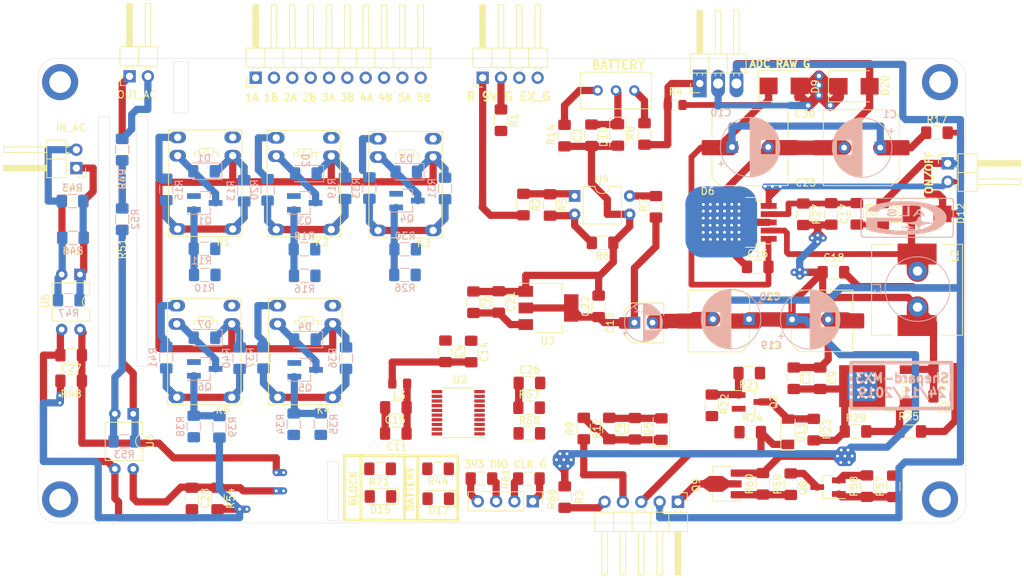
<source format=kicad_pcb>
(kicad_pcb (version 20171130) (host pcbnew "(5.1.5-0-10_14)")
  (title_block (title Shepard) (date 2019-07-27) (rev 3.0) (company "GALS-S Pp") (comment 1 "Nick Nifontov") (comment 2 http://www.leoton.ua/) (comment 3 3318798@gmail.com) (comment 4 "for FORT/T/XT"))
  (layers (0 F.Cu signal) (31 B.Cu signal) (34 B.Paste user) (35 F.Paste user) (36 B.SilkS user) (37 F.SilkS user) (38 B.Mask user) (39 F.Mask user) (44 Edge.Cuts user))
  (net 0 "")
  (net 1 +48V)
  (net 2 AB)
  (net 3 TEMP_ADC)
  (net 4 +3V3)
  (net 5 +15V)
  (net 6 "Net-(Q2-Pad1)")
  (net 7 "Net-(D17-Pad2)")
  (net 8 AB_RAW)
  (net 9 "Net-(BAT1-Pad1)")
  (net 10 "Net-(BAT1-Pad3)")
  (net 11 "Net-(D11-Pad2)")
  (net 12 "Net-(Q6-Pad1)")
  (net 13 BLOCK_PORT)
  (net 14 15V1_OK)
  (net 15 "Net-(Q8-Pad1)")
  (net 16 "Net-(Q8-Pad3)")
  (net 17 "Net-(Q9-Pad1)")
  (net 18 BLOCK_PU)
  (net 19 TEMP_2)
  (net 20 "Net-(R25-Pad1)")
  (net 21 "Net-(D20-Pad1)")
  (net 22 "Net-(Q1-Pad1)")
  (net 23 XL_FB)
  (net 24 "Net-(D12-Pad1)")
  (net 25 XL_EN)
  (net 26 "Net-(R28-Pad1)")
  (net 27 LED)
  (net 28 "Net-(Q4-Pad1)")
  (net 29 DIO)
  (net 30 CLK)
  (net 31 NRST)
  (net 32 "Net-(R68-Pad2)")
  (net 33 "Net-(C11-Pad1)")
  (net 34 BLOCK_POWER)
  (net 35 "Net-(D15-Pad2)")
  (net 36 "Net-(J8-Pad2)")
  (net 37 COIL_2_OUT)
  (net 38 "Net-(J5-Pad5)")
  (net 39 +9V)
  (net 40 RESTART)
  (net 41 RESTART_GND)
  (net 42 "Net-(R2-Pad1)")
  (net 43 RESTART_CMD)
  (net 44 "Net-(D1-Pad2)")
  (net 45 "Net-(K1-Pad1)")
  (net 46 IN_1A)
  (net 47 IN_1B)
  (net 48 RELAY_1)
  (net 49 "Net-(D2-Pad2)")
  (net 50 "Net-(K2-Pad1)")
  (net 51 IN_2A)
  (net 52 IN_2B)
  (net 53 "Net-(Q3-Pad1)")
  (net 54 RELAY_2)
  (net 55 IN_3A)
  (net 56 IN_3B)
  (net 57 IN_4A)
  (net 58 IN_4B)
  (net 59 IN_5A)
  (net 60 IN_5B)
  (net 61 "Net-(D3-Pad2)")
  (net 62 "Net-(K3-Pad1)")
  (net 63 RELAY_3)
  (net 64 "Net-(D4-Pad2)")
  (net 65 "Net-(K4-Pad1)")
  (net 66 "Net-(Q5-Pad1)")
  (net 67 RELAY_4)
  (net 68 "Net-(D7-Pad2)")
  (net 69 "Net-(K5-Pad1)")
  (net 70 RELAY_5)
  (net 71 IN_AC)
  (net 72 IN_L)
  (net 73 IN_N)
  (net 74 "Net-(R42-Pad1)")
  (net 75 "Net-(R43-Pad1)")
  (net 76 "Net-(R45-Pad1)")
  (net 77 "Net-(R46-Pad1)")
  (net 78 OUT_AC)
  (net 79 OUT_L)
  (net 80 OUT_N)
  (net 81 "Net-(R49-Pad1)")
  (net 82 "Net-(R50-Pad1)")
  (net 83 "Net-(R51-Pad1)")
  (net 84 "Net-(R52-Pad1)")
  (module Capacitor_THT:CP_Radial_D8.0mm_P5.00mm (layer B.Cu) (at 176.911 70.2437)
    (fp_text reference C10 (at -1.5494 -4.7625) (layer B.SilkS) (effects (justify mirror)))
    (fp_text value "33uf 100V")
    (pad 1 thru_hole rect (at 0 0) (size 1.6 1.6) (drill 0.8) (layers *.Cu *.Mask) (net 1 +48V))
    (pad 2 thru_hole circle (at 5 0) (size 1.6 1.6) (drill 0.8) (layers *.Cu *.Mask) (net 37 COIL_2_OUT))
  )
  (module gals-logo:gals-logo (layer B.Cu) (at 201.1299 80.0481 180)
    (fp_text reference G*** hide)
    (fp_text value LOGO hide)
  )
  (module MountingHole:MountingHole_2.2mm_M2_DIN965_Pad (layer F.Cu) (at 205.707 61.247 180)
    (fp_text reference H1 hide)
    (fp_text value MountingHole)
    (pad 1 thru_hole circle (at 0 0 180) (size 5 5) (drill 3) (layers *.Cu *.Mask) (clearance 2))
  )
  (module MountingHole:MountingHole_2.2mm_M2_DIN965_Pad (layer F.Cu) (at 205.707 119.039 180)
    (fp_text reference H2 hide)
    (fp_text value MountingHole)
    (pad 1 thru_hole circle (at 0 0 180) (size 5 5) (drill 3) (layers *.Cu *.Mask) (clearance 2))
  )
  (module MountingHole:MountingHole_2.2mm_M2_DIN965_Pad (layer F.Cu) (at 83.855 119.039 180)
    (fp_text reference H3 hide)
    (fp_text value MountingHole)
    (pad 1 thru_hole circle (at 0 0 180) (size 5 5) (drill 3) (layers *.Cu *.Mask) (clearance 2))
  )
  (module MountingHole:MountingHole_2.2mm_M2_DIN965_Pad (layer F.Cu) (at 83.855 61.247 180)
    (fp_text reference H4 hide)
    (fp_text value MountingHole)
    (pad 1 thru_hole circle (at 0 0 180) (size 5 5) (drill 3) (layers *.Cu *.Mask))
  )
  (module Connector_PinHeader_2.54mm:PinHeader_1x03_P2.54mm_Horizontal (layer F.Cu) (at 172.43856 61.44006 90)
    (fp_text reference J1 hide)
    (fp_text value "ADC RAW G" (at 2.71526 11.10184 180) (layer F.SilkS) (effects (font (thickness 0.25))))
    (pad 1 thru_hole rect (at 0 0 90) (size 3.8 1.9) (drill 1) (layers *.Cu *.Mask) (net 8 AB_RAW))
    (pad 2 thru_hole oval (at 0 2.54 90) (size 3.8 1.9) (drill 1.4) (layers *.Cu *.Mask) (net 21 "Net-(D20-Pad1)"))
    (pad 3 thru_hole oval (at 0 5.08 90) (size 3.8 1.9) (drill 1.4) (layers *.Cu *.Mask) (net 37 COIL_2_OUT))
  )
  (module Potentiometer_THT:Potentiometer_Bourns_3296W_Vertical (layer F.Cu) (at 163.37534 62.40526)
    (fp_text reference BAT1 hide)
    (fp_text value 1K)
    (pad 1 thru_hole circle (at 0 0) (size 1.44 1.44) (drill 0.8) (layers *.Cu *.Mask) (net 9 "Net-(BAT1-Pad1)"))
    (pad 2 thru_hole circle (at -2.54 0) (size 1.44 1.44) (drill 0.8) (layers *.Cu *.Mask) (net 2 AB))
    (pad 3 thru_hole circle (at -5.08 0) (size 1.44 1.44) (drill 0.8) (layers *.Cu *.Mask) (net 10 "Net-(BAT1-Pad3)"))
  )
  (module Capacitor_SMD:C_1206_3216Metric_Pad1.42x1.75mm_HandSolder (layer F.Cu) (at 157.4419 68.607 270)
    (fp_text reference C3 (at -0.0143 1.905 90) (layer F.SilkS))
    (fp_text value 0.1uf)
    (pad 1 smd roundrect (at -1.4875 0 270) (size 1.425 1.75) (layers F.Cu F.Paste F.Mask) (roundrect_rratio 0.175439) (net 2 AB))
    (pad 2 smd roundrect (at 1.4875 0 270) (size 1.425 1.75) (layers F.Cu F.Paste F.Mask) (roundrect_rratio 0.175439) (net 37 COIL_2_OUT))
  )
  (module Capacitor_SMD:C_1206_3216Metric_Pad1.42x1.75mm_HandSolder (layer F.Cu) (at 163.4617 109.247 90)
    (fp_text reference C5 (at 0 -1.82 90) (layer F.SilkS))
    (fp_text value 0.1uf)
    (pad 2 smd roundrect (at 1.4875 0 90) (size 1.425 1.75) (layers F.Cu F.Paste F.Mask) (roundrect_rratio 0.175439) (net 37 COIL_2_OUT))
    (pad 1 smd roundrect (at -1.4875 0 90) (size 1.425 1.75) (layers F.Cu F.Paste F.Mask) (roundrect_rratio 0.175439) (net 3 TEMP_ADC))
  )
  (module Capacitor_SMD:C_1206_3216Metric_Pad1.42x1.75mm_HandSolder (layer F.Cu) (at 206.2972 101.0158)
    (fp_text reference C7 (at 0.1254 1.9431) (layer F.SilkS))
    (fp_text value 10uf)
    (pad 1 smd roundrect (at -1.4875 0) (size 1.425 1.75) (layers F.Cu F.Paste F.Mask) (roundrect_rratio 0.175439) (net 5 +15V))
    (pad 2 smd roundrect (at 1.4875 0) (size 1.425 1.75) (layers F.Cu F.Paste F.Mask) (roundrect_rratio 0.175439) (net 37 COIL_2_OUT))
  )
  (module Capacitor_SMD:C_1206_3216Metric_Pad1.42x1.75mm_HandSolder (layer F.Cu) (at 206.2861 104.7623 180)
    (fp_text reference C8 (at 0.0762 -1.7399) (layer F.SilkS))
    (fp_text value 0.1uf)
    (pad 2 smd roundrect (at 1.4875 0 180) (size 1.425 1.75) (layers F.Cu F.Paste F.Mask) (roundrect_rratio 0.175439) (net 5 +15V))
    (pad 1 smd roundrect (at -1.4875 0 180) (size 1.425 1.75) (layers F.Cu F.Paste F.Mask) (roundrect_rratio 0.175439) (net 37 COIL_2_OUT))
  )
  (module Capacitor_SMD:C_1206_3216Metric_Pad1.42x1.75mm_HandSolder (layer F.Cu) (at 189.1157 102.2588 270)
    (fp_text reference C9 (at -0.1 -1.7272 90) (layer F.SilkS))
    (fp_text value 0.1uf)
    (pad 1 smd roundrect (at -1.4875 0 270) (size 1.425 1.75) (layers F.Cu F.Paste F.Mask) (roundrect_rratio 0.175439) (net 37 COIL_2_OUT))
    (pad 2 smd roundrect (at 1.4875 0 270) (size 1.425 1.75) (layers F.Cu F.Paste F.Mask) (roundrect_rratio 0.175439) (net 39 +9V))
  )
  (module Diode_SMD:D_1206_3216Metric_Pad1.42x1.75mm_HandSolder (layer F.Cu) (at 167.1193 109.2946 90)
    (fp_text reference D5 (at 0.0365 -1.8288 90) (layer F.SilkS))
    (fp_text value "Zener 4V2")
    (pad 1 smd roundrect (at -1.4875 0 90) (size 1.425 1.75) (layers F.Cu F.Paste F.Mask) (roundrect_rratio 0.175439) (net 3 TEMP_ADC))
    (pad 2 smd roundrect (at 1.4875 0 90) (size 1.425 1.75) (layers F.Cu F.Paste F.Mask) (roundrect_rratio 0.175439) (net 37 COIL_2_OUT))
  )
  (module Diode_SMD:D_SMB (layer F.Cu) (at 184.1209 61.7728)
    (fp_text reference D9 (at 4.32816 0.08636 270) (layer F.SilkS))
    (fp_text value S210)
    (pad 1 smd rect (at -2.15 0) (size 2.5 2.3) (layers F.Cu F.Paste F.Mask) (net 1 +48V))
    (pad 2 smd rect (at 2.15 0) (size 2.5 2.3) (layers F.Cu F.Paste F.Mask) (net 21 "Net-(D20-Pad1)"))
  )
  (module Diode_SMD:D_1206_3216Metric_Pad1.42x1.75mm_HandSolder (layer F.Cu) (at 161.0995 68.5673 270)
    (fp_text reference D10 (at 0.2413 1.9773 270) (layer F.SilkS))
    (fp_text value "Zener 4V2")
    (pad 1 smd roundrect (at -1.4875 0 270) (size 1.425 1.75) (layers F.Cu F.Paste F.Mask) (roundrect_rratio 0.175439) (net 2 AB))
    (pad 2 smd roundrect (at 1.4875 0 270) (size 1.425 1.75) (layers F.Cu F.Paste F.Mask) (roundrect_rratio 0.175439) (net 37 COIL_2_OUT))
  )
  (module Diode_SMD:D_MiniMELF (layer F.Cu) (at 184.658 109.6645 90)
    (fp_text reference D11 (at -0.127 1.778 90) (layer F.SilkS))
    (fp_text value BAS86)
    (pad 1 smd rect (at -1.75 0 90) (size 1.3 1.7) (layers F.Cu F.Paste F.Mask) (net 18 BLOCK_PU))
    (pad 2 smd rect (at 1.75 0 90) (size 1.3 1.7) (layers F.Cu F.Paste F.Mask) (net 11 "Net-(D11-Pad2)"))
  )
  (module LED_SMD:LED_1206_3216Metric_Pad1.42x1.75mm_HandSolder (layer F.Cu) (at 136.23036 118.93804 180)
    (fp_text reference D17 (at -0.07874 -1.67386) (layer F.SilkS))
    (fp_text value STAT hide)
    (pad 2 smd roundrect (at 1.4875 0 180) (size 1.425 1.75) (layers F.Cu F.Paste F.Mask) (roundrect_rratio 0.175439) (net 7 "Net-(D17-Pad2)"))
    (pad 1 smd roundrect (at -1.4875 0 180) (size 1.425 1.75) (layers F.Cu F.Paste F.Mask) (roundrect_rratio 0.175439) (net 37 COIL_2_OUT))
  )
  (module Package_TO_SOT_SMD:SOT-89-3 (layer F.Cu) (at 175.9966 116.8908 180)
    (fp_text reference Q9 (at 4.064 -0.1524 270) (layer F.SilkS))
    (fp_text value BCX53)
    (pad 2 smd trapezoid (at 2.667 0 90) (size 1.6 0.85) (rect_delta 0 0.6) (layers F.Cu F.Paste F.Mask) (net 14 15V1_OK))
    (pad 1 smd rect (at -1.48 -1.5 90) (size 1 1.5) (layers F.Cu F.Paste F.Mask) (net 17 "Net-(Q9-Pad1)"))
    (pad 2 smd rect (at -1.3335 0 90) (size 1 1.8) (layers F.Cu F.Paste F.Mask) (net 14 15V1_OK))
    (pad 3 smd rect (at -1.48 1.5 90) (size 1 1.5) (layers F.Cu F.Paste F.Mask) (net 5 +15V))
    (pad 2 smd rect (at 1.3335 0 90) (size 2.2 1.84) (layers F.Cu F.Paste F.Mask) (net 14 15V1_OK))
    (pad 2 smd trapezoid (at -0.0762 0 270) (size 1.5 1) (rect_delta 0 0.7) (layers F.Cu F.Paste F.Mask) (net 14 15V1_OK))
  )
  (module Resistor_SMD:R_0805_2012Metric_Pad1.15x1.40mm_HandSolder (layer F.Cu) (at 169.028 64.4144 180)
    (fp_text reference R4 (at -0.0852 1.8542) (layer F.SilkS))
    (fp_text value R0)
    (pad 2 smd roundrect (at 1.025 0 180) (size 1.15 1.4) (layers F.Cu F.Paste F.Mask) (roundrect_rratio 0.217391) (net 8 AB_RAW))
    (pad 1 smd roundrect (at -1.025 0 180) (size 1.15 1.4) (layers F.Cu F.Paste F.Mask) (roundrect_rratio 0.217391) (net 1 +48V))
  )
  (module Package_TO_SOT_SMD:TO-252-2 (layer F.Cu) (at 197.0315 103.3466 180)
    (fp_text reference U1 (at -3.9243 0.0889 90) (layer F.SilkS))
    (fp_text value LM317_3PinPackage)
    (pad 1 smd rect (at -4.2 -2.28 180) (size 2.2 1.2) (layers F.Cu F.Paste F.Mask) (net 20 "Net-(R25-Pad1)"))
    (pad 3 smd rect (at -4.2 2.28 180) (size 2.2 1.2) (layers F.Cu F.Paste F.Mask) (net 5 +15V))
    (pad 2 smd rect (at 2.1 0 180) (size 6.4 5.8) (layers F.Cu F.Mask) (net 39 +9V))
  )
  (module Package_SO:TSSOP-20_4.4x6.5mm_P0.65mm (layer F.Cu) (at 138.9888 107.0356 180)
    (fp_text reference U2 (at -0.254 4.572) (layer F.SilkS))
    (fp_text value STM32L031F6Px)
    (pad 1 smd rect (at -2.95 -2.925 180) (size 1.45 0.45) (layers F.Cu F.Paste F.Mask) (net 32 "Net-(R68-Pad2)"))
    (pad 2 smd rect (at -2.95 -2.275 180) (size 1.45 0.45) (layers F.Cu F.Paste F.Mask) (net 43 RESTART_CMD))
    (pad 3 smd rect (at -2.95 -1.625 180) (size 1.45 0.45) (layers F.Cu F.Paste F.Mask) (net 54 RELAY_2))
    (pad 4 smd rect (at -2.95 -0.975 180) (size 1.45 0.45) (layers F.Cu F.Paste F.Mask) (net 31 NRST))
    (pad 5 smd rect (at -2.95 -0.325 180) (size 1.45 0.45) (layers F.Cu F.Paste F.Mask) (net 33 "Net-(C11-Pad1)"))
    (pad 6 smd rect (at -2.95 0.325 180) (size 1.45 0.45) (layers F.Cu F.Paste F.Mask) (net 71 IN_AC))
    (pad 7 smd rect (at -2.95 0.975 180) (size 1.45 0.45) (layers F.Cu F.Paste F.Mask) (net 2 AB))
    (pad 8 smd rect (at -2.95 1.625 180) (size 1.45 0.45) (layers F.Cu F.Paste F.Mask) (net 3 TEMP_ADC))
    (pad 9 smd rect (at -2.95 2.275 180) (size 1.45 0.45) (layers F.Cu F.Paste F.Mask) (net 78 OUT_AC))
    (pad 10 smd rect (at -2.95 2.925 180) (size 1.45 0.45) (layers F.Cu F.Paste F.Mask) (net 70 RELAY_5))
    (pad 11 smd rect (at 2.95 2.925 180) (size 1.45 0.45) (layers F.Cu F.Paste F.Mask) (net 67 RELAY_4))
    (pad 12 smd rect (at 2.95 2.275 180) (size 1.45 0.45) (layers F.Cu F.Paste F.Mask) (net 13 BLOCK_PORT))
    (pad 13 smd rect (at 2.95 1.625 180) (size 1.45 0.45) (layers F.Cu F.Paste F.Mask) (net 63 RELAY_3))
    (pad 14 smd rect (at 2.95 0.975 180) (size 1.45 0.45) (layers F.Cu F.Paste F.Mask) (net 34 BLOCK_POWER))
    (pad 15 smd rect (at 2.95 0.325 180) (size 1.45 0.45) (layers F.Cu F.Paste F.Mask) (net 37 COIL_2_OUT))
    (pad 16 smd rect (at 2.95 -0.325 180) (size 1.45 0.45) (layers F.Cu F.Paste F.Mask) (net 4 +3V3))
    (pad 17 smd rect (at 2.95 -0.975 180) (size 1.45 0.45) (layers F.Cu F.Paste F.Mask) (net 27 LED))
    (pad 18 smd rect (at 2.95 -1.625 180) (size 1.45 0.45) (layers F.Cu F.Paste F.Mask) (net 48 RELAY_1))
    (pad 19 smd rect (at 2.95 -2.275 180) (size 1.45 0.45) (layers F.Cu F.Paste F.Mask) (net 29 DIO))
    (pad 20 smd rect (at 2.95 -2.925 180) (size 1.45 0.45) (layers F.Cu F.Paste F.Mask) (net 30 CLK))
  )
  (module Capacitor_SMD:C_1206_3216Metric_Pad1.42x1.75mm_HandSolder (layer F.Cu) (at 137.2235 98.525 270)
    (fp_text reference C4 (at 0 -1.9089 270) (layer F.SilkS))
    (fp_text value 0.1uf)
    (pad 2 smd roundrect (at 1.4875 0 270) (size 1.425 1.75) (layers F.Cu F.Paste F.Mask) (roundrect_rratio 0.175439) (net 4 +3V3))
    (pad 1 smd roundrect (at -1.4875 0 270) (size 1.425 1.75) (layers F.Cu F.Paste F.Mask) (roundrect_rratio 0.175439) (net 37 COIL_2_OUT))
  )
  (module Capacitor_SMD:C_1206_3216Metric_Pad1.42x1.75mm_HandSolder (layer F.Cu) (at 130.34772 109.91342 180)
    (fp_text reference C11 (at -0.14478 -1.84658 180) (layer F.SilkS))
    (fp_text value 0.1uf)
    (pad 2 smd roundrect (at 1.4875 0 180) (size 1.425 1.75) (layers F.Cu F.Paste F.Mask) (roundrect_rratio 0.175439) (net 37 COIL_2_OUT))
    (pad 1 smd roundrect (at -1.4875 0 180) (size 1.425 1.75) (layers F.Cu F.Paste F.Mask) (roundrect_rratio 0.175439) (net 33 "Net-(C11-Pad1)"))
  )
  (module Capacitor_THT:CP_Radial_D5.0mm_P2.50mm (layer B.Cu) (at 163.38804 94.54896)
    (fp_text reference C12 (at 1.2827 -1.9431) (layer B.SilkS) (effects (justify mirror)))
    (fp_text value "10 uf")
    (pad 1 thru_hole rect (at 0 0) (size 1.6 1.6) (drill 0.8) (layers *.Cu *.Mask) (net 4 +3V3))
    (pad 2 thru_hole circle (at 2.5 0) (size 1.6 1.6) (drill 0.8) (layers *.Cu *.Mask) (net 37 COIL_2_OUT))
  )
  (module Capacitor_SMD:C_Elec_5x5.4 (layer F.Cu) (at 164.68854 94.59976)
    (fp_text reference C13 (at -4.66854 0.01524 90) (layer F.SilkS))
    (fp_text value "10 uf")
    (pad 1 smd roundrect (at -2.0625 0) (size 2.775 1.6) (layers F.Cu F.Paste F.Mask) (roundrect_rratio 0.15625) (net 4 +3V3))
    (pad 2 smd roundrect (at 2.0625 0) (size 2.775 1.6) (layers F.Cu F.Paste F.Mask) (roundrect_rratio 0.15625) (net 37 COIL_2_OUT))
  )
  (module Capacitor_SMD:C_1206_3216Metric_Pad1.42x1.75mm_HandSolder (layer F.Cu) (at 140.7795 98.552 90)
    (fp_text reference C14 (at -0.0635 1.8415 270) (layer F.SilkS))
    (fp_text value 10uf)
    (pad 1 smd roundrect (at -1.4875 0 90) (size 1.425 1.75) (layers F.Cu F.Paste F.Mask) (roundrect_rratio 0.175439) (net 4 +3V3))
    (pad 2 smd roundrect (at 1.4875 0 90) (size 1.425 1.75) (layers F.Cu F.Paste F.Mask) (roundrect_rratio 0.175439) (net 37 COIL_2_OUT))
  )
  (module Capacitor_SMD:C_1206_3216Metric_Pad1.42x1.75mm_HandSolder (layer F.Cu) (at 130.36042 106.29392)
    (fp_text reference C15 (at -0.12192 1.71958 180) (layer F.SilkS))
    (fp_text value 10uf)
    (pad 2 smd roundrect (at 1.4875 0) (size 1.425 1.75) (layers F.Cu F.Paste F.Mask) (roundrect_rratio 0.175439) (net 33 "Net-(C11-Pad1)"))
    (pad 1 smd roundrect (at -1.4875 0) (size 1.425 1.75) (layers F.Cu F.Paste F.Mask) (roundrect_rratio 0.175439) (net 37 COIL_2_OUT))
  )
  (module Diode_SMD:D_SMB (layer F.Cu) (at 193.811 61.8236)
    (fp_text reference D20 (at 4.2799 -0.127 270) (layer F.SilkS))
    (fp_text value smbj20A)
    (pad 1 smd rect (at -2.15 0) (size 2.5 2.3) (layers F.Cu F.Paste F.Mask) (net 21 "Net-(D20-Pad1)"))
    (pad 2 smd rect (at 2.15 0) (size 2.5 2.3) (layers F.Cu F.Paste F.Mask) (net 37 COIL_2_OUT))
  )
  (module Capacitor_SMD:C_1206_3216Metric_Pad1.42x1.75mm_HandSolder (layer F.Cu) (at 185.4581 102.2588 90)
    (fp_text reference C2 (at 0.0619 1.7653 90) (layer F.SilkS))
    (fp_text value 10uf)
    (pad 1 smd roundrect (at -1.4875 0 90) (size 1.425 1.75) (layers F.Cu F.Paste F.Mask) (roundrect_rratio 0.175439) (net 39 +9V))
    (pad 2 smd roundrect (at 1.4875 0 90) (size 1.425 1.75) (layers F.Cu F.Paste F.Mask) (roundrect_rratio 0.175439) (net 37 COIL_2_OUT))
  )
  (module Resistor_SMD:R_1206_3216Metric_Pad1.42x1.75mm_HandSolder (layer F.Cu) (at 201.5887 109.6264)
    (fp_text reference R25 (at -0.2175 -2.0828) (layer F.SilkS))
    (fp_text value 1K8)
    (pad 1 smd roundrect (at -1.4875 0) (size 1.425 1.75) (layers F.Cu F.Paste F.Mask) (roundrect_rratio 0.175439) (net 20 "Net-(R25-Pad1)"))
    (pad 2 smd roundrect (at 1.4875 0) (size 1.425 1.75) (layers F.Cu F.Paste F.Mask) (roundrect_rratio 0.175439) (net 37 COIL_2_OUT))
  )
  (module Resistor_SMD:R_1206_3216Metric_Pad1.42x1.75mm_HandSolder (layer F.Cu) (at 194.0052 109.6264)
    (fp_text reference R29 (at 0.0508 -1.8796) (layer F.SilkS))
    (fp_text value 1K2)
    (pad 2 smd roundrect (at 1.4875 0) (size 1.425 1.75) (layers F.Cu F.Paste F.Mask) (roundrect_rratio 0.175439) (net 20 "Net-(R25-Pad1)"))
    (pad 1 smd roundrect (at -1.4875 0) (size 1.425 1.75) (layers F.Cu F.Paste F.Mask) (roundrect_rratio 0.175439) (net 39 +9V))
  )
  (module Resistor_SMD:R_1206_3216Metric_Pad1.42x1.75mm_HandSolder (layer F.Cu) (at 199.2376 117.2226 90)
    (fp_text reference R57 (at 0 -1.82 90) (layer F.SilkS))
    (fp_text value 1K)
    (pad 2 smd roundrect (at 1.4875 0 90) (size 1.425 1.75) (layers F.Cu F.Paste F.Mask) (roundrect_rratio 0.175439) (net 34 BLOCK_POWER))
    (pad 1 smd roundrect (at -1.4875 0 90) (size 1.425 1.75) (layers F.Cu F.Paste F.Mask) (roundrect_rratio 0.175439) (net 15 "Net-(Q8-Pad1)"))
  )
  (module Resistor_SMD:R_1206_3216Metric_Pad1.42x1.75mm_HandSolder (layer F.Cu) (at 195.5927 117.1972 270)
    (fp_text reference R58 (at 0.0365 1.8034 90) (layer F.SilkS))
    (fp_text value 10K)
    (pad 1 smd roundrect (at -1.4875 0 270) (size 1.425 1.75) (layers F.Cu F.Paste F.Mask) (roundrect_rratio 0.175439) (net 37 COIL_2_OUT))
    (pad 2 smd roundrect (at 1.4875 0 270) (size 1.425 1.75) (layers F.Cu F.Paste F.Mask) (roundrect_rratio 0.175439) (net 15 "Net-(Q8-Pad1)"))
  )
  (module Resistor_SMD:R_1206_3216Metric_Pad1.42x1.75mm_HandSolder (layer F.Cu) (at 185.039 116.9305 90)
    (fp_text reference R59 (at 0 -1.82 90) (layer F.SilkS))
    (fp_text value 5K)
    (pad 2 smd roundrect (at 1.4875 0 90) (size 1.425 1.75) (layers F.Cu F.Paste F.Mask) (roundrect_rratio 0.175439) (net 16 "Net-(Q8-Pad3)"))
    (pad 1 smd roundrect (at -1.4875 0 90) (size 1.425 1.75) (layers F.Cu F.Paste F.Mask) (roundrect_rratio 0.175439) (net 17 "Net-(Q9-Pad1)"))
  )
  (module Resistor_SMD:R_1206_3216Metric_Pad1.42x1.75mm_HandSolder (layer F.Cu) (at 181.1782 116.8765 270)
    (fp_text reference R60 (at 0.0143 1.8796 90) (layer F.SilkS))
    (fp_text value 5K)
    (pad 1 smd roundrect (at -1.4875 0 270) (size 1.425 1.75) (layers F.Cu F.Paste F.Mask) (roundrect_rratio 0.175439) (net 5 +15V))
    (pad 2 smd roundrect (at 1.4875 0 270) (size 1.425 1.75) (layers F.Cu F.Paste F.Mask) (roundrect_rratio 0.175439) (net 17 "Net-(Q9-Pad1)"))
  )
  (module Resistor_SMD:R_1206_3216Metric_Pad1.42x1.75mm_HandSolder (layer F.Cu) (at 156.3751 109.2184 270)
    (fp_text reference R9 (at 0.0016 1.9431 90) (layer F.SilkS))
    (fp_text value 5K)
    (pad 1 smd roundrect (at -1.4875 0 270) (size 1.425 1.75) (layers F.Cu F.Paste F.Mask) (roundrect_rratio 0.175439) (net 3 TEMP_ADC))
    (pad 2 smd roundrect (at 1.4875 0 270) (size 1.425 1.75) (layers F.Cu F.Paste F.Mask) (roundrect_rratio 0.175439) (net 19 TEMP_2))
  )
  (module Resistor_SMD:R_1206_3216Metric_Pad1.42x1.75mm_HandSolder (layer F.Cu) (at 159.9057 109.2184 270)
    (fp_text reference R12 (at 0 1.7272 90) (layer F.SilkS))
    (fp_text value 1K)
    (pad 2 smd roundrect (at 1.4875 0 270) (size 1.425 1.75) (layers F.Cu F.Paste F.Mask) (roundrect_rratio 0.175439) (net 3 TEMP_ADC))
    (pad 1 smd roundrect (at -1.4875 0 270) (size 1.425 1.75) (layers F.Cu F.Paste F.Mask) (roundrect_rratio 0.175439) (net 37 COIL_2_OUT))
  )
  (module Resistor_SMD:R_1206_3216Metric_Pad1.42x1.75mm_HandSolder (layer F.Cu) (at 136.1964 114.7953)
    (fp_text reference R44 (at 0 1.736) (layer F.SilkS))
    (fp_text value 300-600)
    (pad 1 smd roundrect (at -1.4875 0) (size 1.425 1.75) (layers F.Cu F.Paste F.Mask) (roundrect_rratio 0.175439) (net 7 "Net-(D17-Pad2)"))
    (pad 2 smd roundrect (at 1.4875 0) (size 1.425 1.75) (layers F.Cu F.Paste F.Mask) (roundrect_rratio 0.175439) (net 27 LED))
  )
  (module Resistor_SMD:R_1206_3216Metric_Pad1.42x1.75mm_HandSolder (layer F.Cu) (at 164.7825 68.426 90)
    (fp_text reference R8 (at 0.1381 -1.905 90) (layer F.SilkS))
    (fp_text value 20K)
    (pad 1 smd roundrect (at -1.4875 0 90) (size 1.425 1.75) (layers F.Cu F.Paste F.Mask) (roundrect_rratio 0.175439) (net 8 AB_RAW))
    (pad 2 smd roundrect (at 1.4875 0 90) (size 1.425 1.75) (layers F.Cu F.Paste F.Mask) (roundrect_rratio 0.175439) (net 9 "Net-(BAT1-Pad1)"))
  )
  (module Resistor_SMD:R_1206_3216Metric_Pad1.42x1.75mm_HandSolder (layer F.Cu) (at 153.7081 68.6546 270)
    (fp_text reference R14 (at -0.1127 1.8542 90) (layer F.SilkS))
    (fp_text value 100)
    (pad 2 smd roundrect (at 1.4875 0 270) (size 1.425 1.75) (layers F.Cu F.Paste F.Mask) (roundrect_rratio 0.175439) (net 37 COIL_2_OUT))
    (pad 1 smd roundrect (at -1.4875 0 270) (size 1.425 1.75) (layers F.Cu F.Paste F.Mask) (roundrect_rratio 0.175439) (net 10 "Net-(BAT1-Pad3)"))
  )
  (module Resistor_SMD:R_1206_3216Metric_Pad1.42x1.75mm_HandSolder (layer F.Cu) (at 179.2875 101.5365 180)
    (fp_text reference R21 (at -0.0365 -1.651) (layer F.SilkS))
    (fp_text value 1K)
    (pad 1 smd roundrect (at -1.4875 0 180) (size 1.425 1.75) (layers F.Cu F.Paste F.Mask) (roundrect_rratio 0.175439) (net 13 BLOCK_PORT))
    (pad 2 smd roundrect (at 1.4875 0 180) (size 1.425 1.75) (layers F.Cu F.Paste F.Mask) (roundrect_rratio 0.175439) (net 6 "Net-(Q2-Pad1)"))
  )
  (module Resistor_SMD:R_1206_3216Metric_Pad1.42x1.75mm_HandSolder (layer F.Cu) (at 174.117 106.0085 90)
    (fp_text reference R22 (at 0.1778 1.778 90) (layer F.SilkS))
    (fp_text value 10K)
    (pad 2 smd roundrect (at 1.4875 0 90) (size 1.425 1.75) (layers F.Cu F.Paste F.Mask) (roundrect_rratio 0.175439) (net 6 "Net-(Q2-Pad1)"))
    (pad 1 smd roundrect (at -1.4875 0 90) (size 1.425 1.75) (layers F.Cu F.Paste F.Mask) (roundrect_rratio 0.175439) (net 4 +3V3))
  )
  (module Resistor_SMD:R_1206_3216Metric_Pad1.42x1.75mm_HandSolder (layer F.Cu) (at 188.214 109.374 90)
    (fp_text reference R23 (at 0.0635 1.8415 90) (layer F.SilkS))
    (fp_text value 1K)
    (pad 1 smd roundrect (at -1.4875 0 90) (size 1.425 1.75) (layers F.Cu F.Paste F.Mask) (roundrect_rratio 0.175439) (net 39 +9V))
    (pad 2 smd roundrect (at 1.4875 0 90) (size 1.425 1.75) (layers F.Cu F.Paste F.Mask) (roundrect_rratio 0.175439) (net 11 "Net-(D11-Pad2)"))
  )
  (module Resistor_SMD:R_1206_3216Metric_Pad1.42x1.75mm_HandSolder (layer F.Cu) (at 179.424 109.728 180)
    (fp_text reference R24 (at -0.3445 1.9685) (layer F.SilkS))
    (fp_text value 100K)
    (pad 2 smd roundrect (at 1.4875 0 180) (size 1.425 1.75) (layers F.Cu F.Paste F.Mask) (roundrect_rratio 0.175439) (net 37 COIL_2_OUT))
    (pad 1 smd roundrect (at -1.4875 0 180) (size 1.425 1.75) (layers F.Cu F.Paste F.Mask) (roundrect_rratio 0.175439) (net 18 BLOCK_PU))
  )
  (module Capacitor_SMD:C_1206_3216Metric_Pad1.42x1.75mm_HandSolder (layer F.Cu) (at 180.4654 86.8299)
    (fp_text reference C16 (at 0 -1.82) (layer F.SilkS))
    (fp_text value "0.1uf 100V")
    (pad 1 smd roundrect (at -1.4875 0) (size 1.425 1.75) (layers F.Cu F.Paste F.Mask) (roundrect_rratio 0.175439) (net 37 COIL_2_OUT))
    (pad 2 smd roundrect (at 1.4875 0) (size 1.425 1.75) (layers F.Cu F.Paste F.Mask) (roundrect_rratio 0.175439) (net 1 +48V))
  )
  (module Capacitor_SMD:C_1206_3216Metric_Pad1.42x1.75mm_HandSolder (layer F.Cu) (at 190.6397 79.5004 270)
    (fp_text reference C17 (at 0 -1.82 270) (layer F.SilkS))
    (fp_text value 33nf)
    (pad 2 smd roundrect (at 1.4875 0 270) (size 1.425 1.75) (layers F.Cu F.Paste F.Mask) (roundrect_rratio 0.175439) (net 5 +15V))
    (pad 1 smd roundrect (at -1.4875 0 270) (size 1.425 1.75) (layers F.Cu F.Paste F.Mask) (roundrect_rratio 0.175439) (net 23 XL_FB))
  )
  (module Capacitor_SMD:C_1206_3216Metric_Pad1.42x1.75mm_HandSolder (layer F.Cu) (at 190.9445 87.5792 180)
    (fp_text reference C18 (at -0.0635 2.032 180) (layer F.SilkS))
    (fp_text value 1uf)
    (pad 1 smd roundrect (at -1.4875 0 180) (size 1.425 1.75) (layers F.Cu F.Paste F.Mask) (roundrect_rratio 0.175439) (net 37 COIL_2_OUT))
    (pad 2 smd roundrect (at 1.4875 0 180) (size 1.425 1.75) (layers F.Cu F.Paste F.Mask) (roundrect_rratio 0.175439) (net 5 +15V))
  )
  (module Capacitor_THT:CP_Radial_D8.0mm_P5.00mm (layer B.Cu) (at 185.22442 94.11716)
    (fp_text reference C19 (at -2.90322 3.57124 180) (layer B.SilkS) (effects (justify mirror)))
    (fp_text value "100uf 25v")
    (pad 2 thru_hole circle (at 5 0) (size 1.6 1.6) (drill 0.8) (layers *.Cu *.Mask) (net 37 COIL_2_OUT))
    (pad 1 thru_hole rect (at 0 0) (size 1.6 1.6) (drill 0.8) (layers *.Cu *.Mask) (net 5 +15V))
  )
  (module Capacitor_THT:CP_Radial_D8.0mm_P5.00mm (layer B.Cu) (at 179.2605 94.07144 180)
    (fp_text reference C20 (at -2.9083 3.08864 180) (layer B.SilkS) (effects (justify mirror)))
    (fp_text value "100uf 25v")
    (pad 1 thru_hole rect (at 0 0 180) (size 1.6 1.6) (drill 0.8) (layers *.Cu *.Mask) (net 5 +15V))
    (pad 2 thru_hole circle (at 5 0 180) (size 1.6 1.6) (drill 0.8) (layers *.Cu *.Mask) (net 37 COIL_2_OUT))
  )
  (module Package_TO_SOT_SMD:TO-252-5_TabPin3 (layer F.Cu) (at 177.7873 80.6704 180)
    (fp_text reference D6 (at 4.2545 4.318 180) (layer F.SilkS))
    (fp_text value XL7015)
    (pad 1 smd rect (at -4.2 -2.28 180) (size 2.2 0.8) (layers F.Cu F.Paste F.Mask) (net 1 +48V))
    (pad 2 smd rect (at -4.2 -1.14 180) (size 2.2 0.8) (layers F.Cu F.Paste F.Mask) (net 24 "Net-(D12-Pad1)"))
    (pad 3 smd rect (at -4.2 0 180) (size 2.2 0.8) (layers F.Cu F.Paste F.Mask) (net 37 COIL_2_OUT))
    (pad 4 smd rect (at -4.2 1.14 180) (size 2.2 0.8) (layers F.Cu F.Paste F.Mask) (net 23 XL_FB))
    (pad 5 smd rect (at -4.2 2.28 180) (size 2.2 0.8) (layers F.Cu F.Paste F.Mask) (net 25 XL_EN))
    (pad 3 smd rect (at 2.1 0 180) (size 6.4 5.8) (layers *.Mask F.Cu) (net 37 COIL_2_OUT))
  )
  (module Diode_SMD:D_SMB (layer F.Cu) (at 203.9075 79.502)
    (fp_text reference D12 (at 4.6826 -0.0635 90) (layer F.SilkS))
    (fp_text value S210)
    (pad 1 smd rect (at -2.15 0) (size 2.5 2.3) (layers F.Cu F.Paste F.Mask) (net 24 "Net-(D12-Pad1)"))
    (pad 2 smd rect (at 2.15 0) (size 2.5 2.3) (layers F.Cu F.Paste F.Mask) (net 37 COIL_2_OUT))
  )
  (module Inductor_THT:L_Radial_D8.7mm_P5.00mm_Fastron_07HCP (layer B.Cu) (at 202.60056 87.41156 270)
    (fp_text reference L1 (at 2.5 5.6 270) (layer B.SilkS) (effects (justify mirror)))
    (fp_text value 47uf)
    (pad 1 thru_hole circle (at 0 0 270) (size 2.6 2.6) (drill 1.3) (layers *.Cu *.Mask) (net 24 "Net-(D12-Pad1)"))
    (pad 2 thru_hole circle (at 5 0 270) (size 2.6 2.6) (drill 1.3) (layers *.Cu *.Mask) (net 5 +15V))
  )
  (module Inductor_SMD:L_12x12mm_H8mm (layer F.Cu) (at 202.53452 90.00744 270)
    (fp_text reference L2 (at -4.70154 -5.21208 90) (layer F.SilkS))
    (fp_text value 47uf)
    (pad 1 smd rect (at -4.95 0 270) (size 2.9 5.4) (layers F.Cu F.Paste F.Mask) (net 24 "Net-(D12-Pad1)"))
    (pad 2 smd rect (at 4.95 0 270) (size 2.9 5.4) (layers F.Cu F.Paste F.Mask) (net 5 +15V))
  )
  (module Resistor_SMD:R_1206_3216Metric_Pad1.42x1.75mm_HandSolder (layer F.Cu) (at 205.2828 68.2498)
    (fp_text reference R17 (at 0 -1.82) (layer F.SilkS))
    (fp_text value 10K)
    (pad 1 smd roundrect (at -1.4875 0) (size 1.425 1.75) (layers F.Cu F.Paste F.Mask) (roundrect_rratio 0.175439) (net 1 +48V))
    (pad 2 smd roundrect (at 1.4875 0) (size 1.425 1.75) (layers F.Cu F.Paste F.Mask) (roundrect_rratio 0.175439) (net 25 XL_EN))
  )
  (module Resistor_SMD:R_1206_3216Metric_Pad1.42x1.75mm_HandSolder (layer F.Cu) (at 186.7789 79.5512 270)
    (fp_text reference R27 (at 0 -1.82 270) (layer F.SilkS))
    (fp_text value 30K)
    (pad 2 smd roundrect (at 1.4875 0 270) (size 1.425 1.75) (layers F.Cu F.Paste F.Mask) (roundrect_rratio 0.175439) (net 5 +15V))
    (pad 1 smd roundrect (at -1.4875 0 270) (size 1.425 1.75) (layers F.Cu F.Paste F.Mask) (roundrect_rratio 0.175439) (net 23 XL_FB))
  )
  (module Resistor_SMD:R_1206_3216Metric_Pad1.42x1.75mm_HandSolder (layer F.Cu) (at 194.183 79.4877 90)
    (fp_text reference R28 (at 0.0143 1.8288 270) (layer F.SilkS))
    (fp_text value 1K6)
    (pad 1 smd roundrect (at -1.4875 0 90) (size 1.425 1.75) (layers F.Cu F.Paste F.Mask) (roundrect_rratio 0.175439) (net 26 "Net-(R28-Pad1)"))
    (pad 2 smd roundrect (at 1.4875 0 90) (size 1.425 1.75) (layers F.Cu F.Paste F.Mask) (roundrect_rratio 0.175439) (net 23 XL_FB))
  )
  (module Resistor_SMD:R_1206_3216Metric_Pad1.42x1.75mm_HandSolder (layer F.Cu) (at 197.7771 79.4909 270)
    (fp_text reference R32 (at 0 -1.82 270) (layer F.SilkS))
    (fp_text value 1K)
    (pad 2 smd roundrect (at 1.4875 0 270) (size 1.425 1.75) (layers F.Cu F.Paste F.Mask) (roundrect_rratio 0.175439) (net 26 "Net-(R28-Pad1)"))
    (pad 1 smd roundrect (at -1.4875 0 270) (size 1.425 1.75) (layers F.Cu F.Paste F.Mask) (roundrect_rratio 0.175439) (net 37 COIL_2_OUT))
  )
  (module Connector_PinHeader_2.54mm:PinHeader_1x02_P2.54mm_Horizontal (layer F.Cu) (at 206.7687 72.5043)
    (fp_text reference J3 hide)
    (fp_text value ON/OFF (at -2.57556 1.27508 90) (layer F.SilkS) (effects (font (thickness 0.25))))
    (pad 1 thru_hole rect (at 0 0) (size 1.7 1.7) (drill 1) (layers *.Cu *.Mask) (net 37 COIL_2_OUT))
    (pad 2 thru_hole oval (at 0 2.54) (size 1.7 1.7) (drill 1) (layers *.Cu *.Mask) (net 25 XL_EN))
  )
  (module Capacitor_SMD:C_Elec_10x10.2 (layer F.Cu) (at 194.8053 70.3326 180)
    (fp_text reference C23 (at 7.6962 -4.8514 180) (layer F.SilkS))
    (fp_text value "33uf 100v")
    (pad 1 smd roundrect (at -4.4 0 180) (size 4.6 2.1) (layers F.Cu F.Paste F.Mask) (roundrect_rratio 0.119048) (net 1 +48V))
    (pad 2 smd roundrect (at 4.4 0 180) (size 4.6 2.1) (layers F.Cu F.Paste F.Mask) (roundrect_rratio 0.119048) (net 37 COIL_2_OUT))
  )
  (module Capacitor_SMD:C_Elec_8x10.2 (layer F.Cu) (at 175.0695 94.3356 180)
    (fp_text reference C24 (at -7.3533 -3.3528) (layer F.SilkS))
    (fp_text value "220uf 25v")
    (pad 1 smd roundrect (at -3.6 0 180) (size 4.5 2.1) (layers F.Cu F.Paste F.Mask) (roundrect_rratio 0.119048) (net 5 +15V))
    (pad 2 smd roundrect (at 3.6 0 180) (size 4.5 2.1) (layers F.Cu F.Paste F.Mask) (roundrect_rratio 0.119048) (net 37 COIL_2_OUT))
  )
  (module Capacitor_SMD:C_Elec_8x10.2 (layer F.Cu) (at 189.3697 94.3102)
    (fp_text reference C25 (at -7.2009 -3.429) (layer F.SilkS))
    (fp_text value "220uf 25v")
    (pad 2 smd roundrect (at 3.6 0) (size 4.5 2.1) (layers F.Cu F.Paste F.Mask) (roundrect_rratio 0.119048) (net 37 COIL_2_OUT))
    (pad 1 smd roundrect (at -3.6 0) (size 4.5 2.1) (layers F.Cu F.Paste F.Mask) (roundrect_rratio 0.119048) (net 5 +15V))
  )
  (module Capacitor_SMD:C_1206_3216Metric_Pad1.42x1.75mm_HandSolder (layer F.Cu) (at 148.844301 102.910101)
    (fp_text reference C26 (at 0 -1.82) (layer F.SilkS))
    (fp_text value 0.1uf)
    (pad 1 smd roundrect (at -1.4875 0) (size 1.425 1.75) (layers F.Cu F.Paste F.Mask) (roundrect_rratio 0.175439) (net 31 NRST))
    (pad 2 smd roundrect (at 1.4875 0) (size 1.425 1.75) (layers F.Cu F.Paste F.Mask) (roundrect_rratio 0.175439) (net 37 COIL_2_OUT))
  )
  (module Connector_PinHeader_2.54mm:PinHeader_1x04_P2.54mm_Vertical (layer F.Cu) (at 149.3139 119.3038 270)
    (fp_text reference J4 hide)
    (fp_text value "3V3 DIO CLK G" (at -5.1308 3.7719) (layer F.SilkS) (effects (font (thickness 0.2))))
    (pad 1 thru_hole rect (at 0 0 270) (size 1.7 1.7) (drill 1) (layers *.Cu *.Mask) (net 37 COIL_2_OUT))
    (pad 2 thru_hole oval (at 0 2.54 270) (size 1.7 1.7) (drill 1) (layers *.Cu *.Mask) (net 30 CLK))
    (pad 3 thru_hole oval (at 0 5.08 270) (size 1.7 1.7) (drill 1) (layers *.Cu *.Mask) (net 29 DIO))
    (pad 4 thru_hole oval (at 0 7.62 270) (size 1.7 1.7) (drill 1) (layers *.Cu *.Mask) (net 4 +3V3))
  )
  (module Resistor_SMD:R_1206_3216Metric_Pad1.42x1.75mm_HandSolder (layer F.Cu) (at 142.2019 116.1542 180)
    (fp_text reference R61 (at -3.3401 -0.0508 270) (layer F.SilkS))
    (fp_text value 10K)
    (pad 1 smd roundrect (at -1.4875 0 180) (size 1.425 1.75) (layers F.Cu F.Paste F.Mask) (roundrect_rratio 0.175439) (net 29 DIO))
    (pad 2 smd roundrect (at 1.4875 0 180) (size 1.425 1.75) (layers F.Cu F.Paste F.Mask) (roundrect_rratio 0.175439) (net 4 +3V3))
  )
  (module Resistor_SMD:R_1206_3216Metric_Pad1.42x1.75mm_HandSolder (layer F.Cu) (at 148.7694 116.1542 180)
    (fp_text reference R66 (at -3.1734 -2.8194 270) (layer F.SilkS))
    (fp_text value 10K)
    (pad 2 smd roundrect (at 1.4875 0 180) (size 1.425 1.75) (layers F.Cu F.Paste F.Mask) (roundrect_rratio 0.175439) (net 30 CLK))
    (pad 1 smd roundrect (at -1.4875 0 180) (size 1.425 1.75) (layers F.Cu F.Paste F.Mask) (roundrect_rratio 0.175439) (net 37 COIL_2_OUT))
  )
  (module Resistor_SMD:R_1206_3216Metric_Pad1.42x1.75mm_HandSolder (layer F.Cu) (at 148.7948 106.3371)
    (fp_text reference R67 (at 0 -1.82) (layer F.SilkS))
    (fp_text value 10K)
    (pad 2 smd roundrect (at 1.4875 0) (size 1.425 1.75) (layers F.Cu F.Paste F.Mask) (roundrect_rratio 0.175439) (net 4 +3V3))
    (pad 1 smd roundrect (at -1.4875 0) (size 1.425 1.75) (layers F.Cu F.Paste F.Mask) (roundrect_rratio 0.175439) (net 31 NRST))
  )
  (module Resistor_SMD:R_1206_3216Metric_Pad1.42x1.75mm_HandSolder (layer F.Cu) (at 148.8313 109.8931 180)
    (fp_text reference R68 (at 0 1.778) (layer F.SilkS))
    (fp_text value 100K)
    (pad 1 smd roundrect (at -1.4875 0 180) (size 1.425 1.75) (layers F.Cu F.Paste F.Mask) (roundrect_rratio 0.175439) (net 37 COIL_2_OUT))
    (pad 2 smd roundrect (at 1.4875 0 180) (size 1.425 1.75) (layers F.Cu F.Paste F.Mask) (roundrect_rratio 0.175439) (net 32 "Net-(R68-Pad2)"))
  )
  (module Capacitor_SMD:C_Elec_10x10.2 (layer F.Cu) (at 179.3944 70.3199)
    (fp_text reference C30 (at 7.6131 -4.7117) (layer F.SilkS))
    (fp_text value "33uf 100v")
    (pad 1 smd roundrect (at -4.4 0) (size 4.6 2.1) (layers F.Cu F.Paste F.Mask) (roundrect_rratio 0.119048) (net 1 +48V))
    (pad 2 smd roundrect (at 4.4 0) (size 4.6 2.1) (layers F.Cu F.Paste F.Mask) (roundrect_rratio 0.119048) (net 37 COIL_2_OUT))
  )
  (module Inductor_SMD:L_0805_2012Metric_Pad1.15x1.40mm_HandSolder (layer F.Cu) (at 130.8825 102.997 180)
    (fp_text reference L3 (at 0.0725 -1.651 180) (layer F.SilkS))
    (fp_text value bead)
    (pad 1 smd roundrect (at -1.025 0 180) (size 1.15 1.4) (layers F.Cu F.Paste F.Mask) (roundrect_rratio 0.217391) (net 33 "Net-(C11-Pad1)"))
    (pad 2 smd roundrect (at 1.025 0 180) (size 1.15 1.4) (layers F.Cu F.Paste F.Mask) (roundrect_rratio 0.217391) (net 4 +3V3))
  )
  (module LED_SMD:LED_1206_3216Metric_Pad1.42x1.75mm_HandSolder (layer F.Cu) (at 128.2208 118.6307 180)
    (fp_text reference D15 (at 0 -1.82) (layer F.SilkS))
    (fp_text value BLOCK hide)
    (pad 1 smd roundrect (at -1.4875 0 180) (size 1.425 1.75) (layers F.Cu F.Paste F.Mask) (roundrect_rratio 0.175439) (net 37 COIL_2_OUT))
    (pad 2 smd roundrect (at 1.4875 0 180) (size 1.425 1.75) (layers F.Cu F.Paste F.Mask) (roundrect_rratio 0.175439) (net 35 "Net-(D15-Pad2)"))
  )
  (module Resistor_SMD:R_1206_3216Metric_Pad1.42x1.75mm_HandSolder (layer F.Cu) (at 128.1668 114.7953)
    (fp_text reference R71 (at -0.1127 1.778) (layer F.SilkS))
    (fp_text value 300-600)
    (pad 1 smd roundrect (at -1.4875 0) (size 1.425 1.75) (layers F.Cu F.Paste F.Mask) (roundrect_rratio 0.175439) (net 35 "Net-(D15-Pad2)"))
    (pad 2 smd roundrect (at 1.4875 0) (size 1.425 1.75) (layers F.Cu F.Paste F.Mask) (roundrect_rratio 0.175439) (net 34 BLOCK_POWER))
  )
  (module Resistor_SMD:R_1206_3216Metric_Pad1.42x1.75mm_HandSolder (layer F.Cu) (at 153.7335 118.7085 90)
    (fp_text reference R3 (at 0.027 2.032 90) (layer F.SilkS))
    (fp_text value 20)
    (pad 1 smd roundrect (at -1.4875 0 90) (size 1.425 1.75) (layers F.Cu F.Paste F.Mask) (roundrect_rratio 0.175439) (net 38 "Net-(J5-Pad5)"))
    (pad 2 smd roundrect (at 1.4875 0 90) (size 1.425 1.75) (layers F.Cu F.Paste F.Mask) (roundrect_rratio 0.175439) (net 5 +15V))
  )
  (module Capacitor_THT:CP_Radial_D8.0mm_P5.00mm (layer B.Cu) (at 197.4342 70.3199 180)
    (fp_text reference C1 (at -1.3081 4.6101) (layer B.SilkS) (effects (justify mirror)))
    (fp_text value "33uf 100V")
    (pad 1 thru_hole rect (at 0 0 180) (size 1.6 1.6) (drill 0.8) (layers *.Cu *.Mask) (net 1 +48V))
    (pad 2 thru_hole circle (at 5 0 180) (size 1.6 1.6) (drill 0.8) (layers *.Cu *.Mask) (net 37 COIL_2_OUT))
  )
  (module Package_TO_SOT_SMD:SOT-23_Handsoldering (layer F.Cu) (at 190.1938 117.3328 180)
    (fp_text reference Q8 (at 3.4276 -0.1168 90) (layer F.SilkS))
    (fp_text value BC817)
    (pad 3 smd rect (at 1.5 0 180) (size 1.9 0.8) (layers F.Cu F.Paste F.Mask) (net 16 "Net-(Q8-Pad3)"))
    (pad 2 smd rect (at -1.5 0.95 180) (size 1.9 0.8) (layers F.Cu F.Paste F.Mask) (net 37 COIL_2_OUT))
    (pad 1 smd rect (at -1.5 -0.95 180) (size 1.9 0.8) (layers F.Cu F.Paste F.Mask) (net 15 "Net-(Q8-Pad1)"))
  )
  (module Package_TO_SOT_SMD:SOT-23_Handsoldering (layer F.Cu) (at 179.324 105.537)
    (fp_text reference Q2 (at 3.3655 0 270) (layer F.SilkS))
    (fp_text value BC817)
    (pad 1 smd rect (at -1.5 -0.95) (size 1.9 0.8) (layers F.Cu F.Paste F.Mask) (net 6 "Net-(Q2-Pad1)"))
    (pad 2 smd rect (at -1.5 0.95) (size 1.9 0.8) (layers F.Cu F.Paste F.Mask) (net 37 COIL_2_OUT))
    (pad 3 smd rect (at 1.5 0) (size 1.9 0.8) (layers F.Cu F.Paste F.Mask) (net 11 "Net-(D11-Pad2)"))
  )
  (module Connector_PinHeader_2.54mm:PinHeader_1x05_P2.54mm_Horizontal (layer F.Cu) (at 169.418 119.38 270)
    (fp_text reference J5 hide)
    (fp_text value TO_MX3)
    (pad 1 thru_hole rect (at 0 0 270) (size 1.7 1.7) (drill 1) (layers *.Cu *.Mask) (net 14 15V1_OK))
    (pad 2 thru_hole oval (at 0 2.54 270) (size 1.7 1.7) (drill 1) (layers *.Cu *.Mask) (net 37 COIL_2_OUT))
    (pad 3 thru_hole oval (at 0 5.08 270) (size 1.7 1.7) (drill 1) (layers *.Cu *.Mask) (net 18 BLOCK_PU))
    (pad 4 thru_hole oval (at 0 7.62 270) (size 1.7 1.7) (drill 1) (layers *.Cu *.Mask) (net 19 TEMP_2))
    (pad 5 thru_hole oval (at 0 10.16 270) (size 1.7 1.7) (drill 1) (layers *.Cu *.Mask) (net 38 "Net-(J5-Pad5)"))
  )
  (module Capacitor_SMD:C_1206_3216Metric_Pad1.42x1.75mm_HandSolder (layer F.Cu) (at 141.097 91.7305 270)
    (fp_text reference C6 (at 0 -1.82 90) (layer F.SilkS))
    (fp_text value 10uf)
    (pad 1 smd roundrect (at -1.4875 0 270) (size 1.425 1.75) (layers F.Cu F.Paste F.Mask) (roundrect_rratio 0.175439) (net 37 COIL_2_OUT))
    (pad 2 smd roundrect (at 1.4875 0 270) (size 1.425 1.75) (layers F.Cu F.Paste F.Mask) (roundrect_rratio 0.175439) (net 39 +9V))
  )
  (module Capacitor_SMD:C_1206_3216Metric_Pad1.42x1.75mm_HandSolder (layer F.Cu) (at 144.5895 91.694 90)
    (fp_text reference C21 (at 0.0635 1.7145 90) (layer F.SilkS))
    (fp_text value 0.1uf)
    (pad 1 smd roundrect (at -1.4875 0 90) (size 1.425 1.75) (layers F.Cu F.Paste F.Mask) (roundrect_rratio 0.175439) (net 39 +9V))
    (pad 2 smd roundrect (at 1.4875 0 90) (size 1.425 1.75) (layers F.Cu F.Paste F.Mask) (roundrect_rratio 0.175439) (net 37 COIL_2_OUT))
  )
  (module Capacitor_SMD:C_1206_3216Metric_Pad1.42x1.75mm_HandSolder (layer F.Cu) (at 158.4325 92.302 90)
    (fp_text reference C22 (at 0 -1.82 90) (layer F.SilkS))
    (fp_text value 0.1uf)
    (pad 2 smd roundrect (at 1.4875 0 90) (size 1.425 1.75) (layers F.Cu F.Paste F.Mask) (roundrect_rratio 0.175439) (net 37 COIL_2_OUT))
    (pad 1 smd roundrect (at -1.4875 0 90) (size 1.425 1.75) (layers F.Cu F.Paste F.Mask) (roundrect_rratio 0.175439) (net 4 +3V3))
  )
  (module Package_TO_SOT_SMD:SOT-223-3_TabPin2 (layer F.Cu) (at 151.491001 92.525001)
    (fp_text reference U3 (at -0.107001 4.566499 180) (layer F.SilkS))
    (fp_text value AMS1117-3.3)
    (pad 2 smd rect (at 3.15 0) (size 2 3.8) (layers F.Cu F.Paste F.Mask) (net 4 +3V3))
    (pad 2 smd rect (at -3.15 0) (size 2 1.5) (layers F.Cu F.Paste F.Mask) (net 4 +3V3))
    (pad 3 smd rect (at -3.15 2.3) (size 2 1.5) (layers F.Cu F.Paste F.Mask) (net 39 +9V))
    (pad 1 smd rect (at -3.15 -2.3) (size 2 1.5) (layers F.Cu F.Paste F.Mask) (net 37 COIL_2_OUT))
  )
  (module Connector_PinHeader_2.54mm:PinHeader_1x04_P2.54mm_Horizontal (layer F.Cu) (at 142.367 60.6425 90)
    (fp_text reference J8 hide)
    (fp_text value RESTART)
    (pad 1 thru_hole rect (at 0 0 90) (size 1.7 1.7) (drill 1) (layers *.Cu *.Mask) (net 40 RESTART))
    (pad 2 thru_hole oval (at 0 2.54 90) (size 1.7 1.7) (drill 1) (layers *.Cu *.Mask) (net 36 "Net-(J8-Pad2)"))
    (pad 3 thru_hole oval (at 0 5.08 90) (size 1.7 1.7) (drill 1) (layers *.Cu *.Mask) (net 37 COIL_2_OUT))
    (pad 4 thru_hole oval (at 0 7.62 90) (size 1.7 1.7) (drill 1) (layers *.Cu *.Mask) (net 41 RESTART_GND))
  )
  (module Resistor_SMD:R_1206_3216Metric_Pad1.42x1.75mm_HandSolder (layer F.Cu) (at 144.907 66.521 270)
    (fp_text reference R1 (at 0 -1.82 90) (layer F.SilkS))
    (fp_text value 100)
    (pad 1 smd roundrect (at -1.4875 0 270) (size 1.425 1.75) (layers F.Cu F.Paste F.Mask) (roundrect_rratio 0.175439) (net 36 "Net-(J8-Pad2)"))
    (pad 2 smd roundrect (at 1.4875 0 270) (size 1.425 1.75) (layers F.Cu F.Paste F.Mask) (roundrect_rratio 0.175439) (net 39 +9V))
  )
  (module Resistor_SMD:R_1206_3216Metric_Pad1.42x1.75mm_HandSolder (layer F.Cu) (at 148.0185 78.205 270)
    (fp_text reference R2 (at 0 -1.82 90) (layer F.SilkS))
    (fp_text value 5K)
    (pad 2 smd roundrect (at 1.4875 0 270) (size 1.425 1.75) (layers F.Cu F.Paste F.Mask) (roundrect_rratio 0.175439) (net 40 RESTART))
    (pad 1 smd roundrect (at -1.4875 0 270) (size 1.425 1.75) (layers F.Cu F.Paste F.Mask) (roundrect_rratio 0.175439) (net 42 "Net-(R2-Pad1)"))
  )
  (module Resistor_SMD:R_1206_3216Metric_Pad1.42x1.75mm_HandSolder (layer F.Cu) (at 151.7015 78.259 90)
    (fp_text reference R5 (at 0.027 1.778 90) (layer F.SilkS))
    (fp_text value 5K)
    (pad 1 smd roundrect (at -1.4875 0 90) (size 1.425 1.75) (layers F.Cu F.Paste F.Mask) (roundrect_rratio 0.175439) (net 41 RESTART_GND))
    (pad 2 smd roundrect (at 1.4875 0 90) (size 1.425 1.75) (layers F.Cu F.Paste F.Mask) (roundrect_rratio 0.175439) (net 42 "Net-(R2-Pad1)"))
  )
  (module Resistor_SMD:R_1206_3216Metric_Pad1.42x1.75mm_HandSolder (layer F.Cu) (at 158.977 83.5025 180)
    (fp_text reference R6 (at 0 -1.82) (layer F.SilkS))
    (fp_text value 0)
    (pad 1 smd roundrect (at -1.4875 0 180) (size 1.425 1.75) (layers F.Cu F.Paste F.Mask) (roundrect_rratio 0.175439) (net 37 COIL_2_OUT))
    (pad 2 smd roundrect (at 1.4875 0 180) (size 1.425 1.75) (layers F.Cu F.Paste F.Mask) (roundrect_rratio 0.175439) (net 41 RESTART_GND))
  )
  (module Resistor_SMD:R_1206_3216Metric_Pad1.42x1.75mm_HandSolder (layer F.Cu) (at 166.37 78.513 270)
    (fp_text reference R7 (at -0.2175 1.7145 90) (layer F.SilkS))
    (fp_text value 4K7)
    (pad 2 smd roundrect (at 1.4875 0 270) (size 1.425 1.75) (layers F.Cu F.Paste F.Mask) (roundrect_rratio 0.175439) (net 4 +3V3))
    (pad 1 smd roundrect (at -1.4875 0 270) (size 1.425 1.75) (layers F.Cu F.Paste F.Mask) (roundrect_rratio 0.175439) (net 43 RESTART_CMD))
  )
  (module Package_DIP:DIP-4_W7.62mm (layer F.Cu) (at 155.112501 77.013001)
    (fp_text reference U4 (at 3.81 -2.33) (layer F.SilkS))
    (fp_text value PC817)
    (pad 1 thru_hole rect (at 0 0) (size 1.6 1.6) (drill 0.8) (layers *.Cu *.Mask) (net 42 "Net-(R2-Pad1)"))
    (pad 3 thru_hole oval (at 7.62 2.54) (size 1.6 1.6) (drill 0.8) (layers *.Cu *.Mask) (net 37 COIL_2_OUT))
    (pad 2 thru_hole oval (at 0 2.54) (size 1.6 1.6) (drill 0.8) (layers *.Cu *.Mask) (net 41 RESTART_GND))
    (pad 4 thru_hole oval (at 7.62 0) (size 1.6 1.6) (drill 0.8) (layers *.Cu *.Mask) (net 43 RESTART_CMD))
  )
  (module Diode_SMD:D_1206_3216Metric_Pad1.42x1.75mm_HandSolder (layer B.Cu) (at 103.786 73.5965 180)
    (fp_text reference D1 (at 0 1.82) (layer B.SilkS) (effects (justify mirror)))
    (fp_text value 1N4007)
    (pad 1 smd roundrect (at -1.4875 0 180) (size 1.425 1.75) (layers B.Cu B.Paste B.Mask) (roundrect_rratio 0.175439) (net 39 +9V))
    (pad 2 smd roundrect (at 1.4875 0 180) (size 1.425 1.75) (layers B.Cu B.Paste B.Mask) (roundrect_rratio 0.175439) (net 44 "Net-(D1-Pad2)"))
  )
  (module Relay_THT:Relay_SPDT_HJR-4102 (layer F.Cu) (at 107.7595 81.5975 180)
    (fp_text reference K1 (at 1.27 -1.778) (layer F.SilkS))
    (fp_text value TIANBO-HJR-4102-L)
    (pad 12 thru_hole oval (at 7.62 0 180) (size 2.3 1.6) (drill 1) (layers *.Cu *.Mask) (net 45 "Net-(K1-Pad1)"))
    (pad 8 thru_hole oval (at 7.62 10.16 180) (size 2.3 1.6) (drill 1) (layers *.Cu *.Mask) (net 44 "Net-(D1-Pad2)"))
    (pad 1 thru_hole oval (at 0 0 180) (size 2.3 1.6) (drill 1) (layers *.Cu *.Mask) (net 45 "Net-(K1-Pad1)"))
    (pad 5 thru_hole oval (at 0 10.16 180) (size 2.3 1.6) (drill 1) (layers *.Cu *.Mask) (net 39 +9V))
    (pad 7 thru_hole oval (at 7.62 12.7 180) (size 2.3 1.6) (drill 1) (layers *.Cu *.Mask) (net 46 IN_1A))
    (pad 6 thru_hole oval (at 0 12.7 180) (size 2.3 1.6) (drill 1) (layers *.Cu *.Mask) (net 47 IN_1B))
  )
  (module Package_TO_SOT_SMD:SOT-23_Handsoldering (layer B.Cu) (at 103.886 77.978)
    (fp_text reference Q1 (at 0 2.5) (layer B.SilkS) (effects (justify mirror)))
    (fp_text value BC817)
    (pad 1 smd rect (at -1.5 0.95) (size 1.9 0.8) (layers B.Cu B.Paste B.Mask) (net 22 "Net-(Q1-Pad1)"))
    (pad 2 smd rect (at -1.5 -0.95) (size 1.9 0.8) (layers B.Cu B.Paste B.Mask) (net 37 COIL_2_OUT))
    (pad 3 smd rect (at 1.5 0) (size 1.9 0.8) (layers B.Cu B.Paste B.Mask) (net 44 "Net-(D1-Pad2)"))
  )
  (module Resistor_SMD:R_1206_3216Metric_Pad1.42x1.75mm_HandSolder (layer B.Cu) (at 103.886 87.9475)
    (fp_text reference R10 (at 0 1.82) (layer B.SilkS) (effects (justify mirror)))
    (fp_text value 1K)
    (pad 2 smd roundrect (at 1.4875 0) (size 1.425 1.75) (layers B.Cu B.Paste B.Mask) (roundrect_rratio 0.175439) (net 48 RELAY_1))
    (pad 1 smd roundrect (at -1.4875 0) (size 1.425 1.75) (layers B.Cu B.Paste B.Mask) (roundrect_rratio 0.175439) (net 22 "Net-(Q1-Pad1)"))
  )
  (module Resistor_SMD:R_1206_3216Metric_Pad1.42x1.75mm_HandSolder (layer B.Cu) (at 103.8495 84.328 180)
    (fp_text reference R11 (at 0.4175 -1.651) (layer B.SilkS) (effects (justify mirror)))
    (fp_text value 10K)
    (pad 1 smd roundrect (at -1.4875 0 180) (size 1.425 1.75) (layers B.Cu B.Paste B.Mask) (roundrect_rratio 0.175439) (net 4 +3V3))
    (pad 2 smd roundrect (at 1.4875 0 180) (size 1.425 1.75) (layers B.Cu B.Paste B.Mask) (roundrect_rratio 0.175439) (net 22 "Net-(Q1-Pad1)"))
  )
  (module Resistor_SMD:R_1206_3216Metric_Pad1.42x1.75mm_HandSolder (layer B.Cu) (at 109.347 76.2905 270)
    (fp_text reference R13 (at 0 1.82 90) (layer B.SilkS) (effects (justify mirror)))
    (fp_text value 0)
    (pad 2 smd roundrect (at 1.4875 0 270) (size 1.425 1.75) (layers B.Cu B.Paste B.Mask) (roundrect_rratio 0.175439) (net 45 "Net-(K1-Pad1)"))
    (pad 1 smd roundrect (at -1.4875 0 270) (size 1.425 1.75) (layers B.Cu B.Paste B.Mask) (roundrect_rratio 0.175439) (net 39 +9V))
  )
  (module Resistor_SMD:R_1206_3216Metric_Pad1.42x1.75mm_HandSolder (layer B.Cu) (at 98.552 76.1 270)
    (fp_text reference R15 (at 0.1 -1.778 90) (layer B.SilkS) (effects (justify mirror)))
    (fp_text value 0)
    (pad 1 smd roundrect (at -1.4875 0 270) (size 1.425 1.75) (layers B.Cu B.Paste B.Mask) (roundrect_rratio 0.175439) (net 46 IN_1A))
    (pad 2 smd roundrect (at 1.4875 0 270) (size 1.425 1.75) (layers B.Cu B.Paste B.Mask) (roundrect_rratio 0.175439) (net 45 "Net-(K1-Pad1)"))
  )
  (module Connector_PinHeader_2.54mm:PinHeader_1x10_P2.54mm_Horizontal (layer F.Cu) (at 110.9345 60.6425 90)
    (fp_text reference J2 hide)
    (fp_text value RELAY)
    (pad 1 thru_hole rect (at 0 0 90) (size 1.7 1.7) (drill 1) (layers *.Cu *.Mask) (net 46 IN_1A))
    (pad 2 thru_hole oval (at 0 2.54 90) (size 1.7 1.7) (drill 1) (layers *.Cu *.Mask) (net 47 IN_1B))
    (pad 3 thru_hole oval (at 0 5.08 90) (size 1.7 1.7) (drill 1) (layers *.Cu *.Mask) (net 51 IN_2A))
    (pad 4 thru_hole oval (at 0 7.62 90) (size 1.7 1.7) (drill 1) (layers *.Cu *.Mask) (net 52 IN_2B))
    (pad 5 thru_hole oval (at 0 10.16 90) (size 1.7 1.7) (drill 1) (layers *.Cu *.Mask) (net 55 IN_3A))
    (pad 6 thru_hole oval (at 0 12.7 90) (size 1.7 1.7) (drill 1) (layers *.Cu *.Mask) (net 56 IN_3B))
    (pad 7 thru_hole oval (at 0 15.24 90) (size 1.7 1.7) (drill 1) (layers *.Cu *.Mask) (net 57 IN_4A))
    (pad 8 thru_hole oval (at 0 17.78 90) (size 1.7 1.7) (drill 1) (layers *.Cu *.Mask) (net 58 IN_4B))
    (pad 9 thru_hole oval (at 0 20.32 90) (size 1.7 1.7) (drill 1) (layers *.Cu *.Mask) (net 59 IN_5A))
    (pad 10 thru_hole oval (at 0 22.86 90) (size 1.7 1.7) (drill 1) (layers *.Cu *.Mask) (net 60 IN_5B))
  )
  (module Diode_SMD:D_1206_3216Metric_Pad1.42x1.75mm_HandSolder (layer B.Cu) (at 117.8925 73.914 180)
    (fp_text reference D2 (at 0 1.82 90) (layer B.SilkS) (effects (justify mirror)))
    (fp_text value 1N4007)
    (pad 1 smd roundrect (at -1.4875 0 180) (size 1.425 1.75) (layers B.Cu B.Paste B.Mask) (roundrect_rratio 0.175439) (net 39 +9V))
    (pad 2 smd roundrect (at 1.4875 0 180) (size 1.425 1.75) (layers B.Cu B.Paste B.Mask) (roundrect_rratio 0.175439) (net 49 "Net-(D2-Pad2)"))
  )
  (module Relay_THT:Relay_SPDT_HJR-4102 (layer F.Cu) (at 121.412 81.661 180)
    (fp_text reference K2 (at 1.27 -1.778) (layer F.SilkS))
    (fp_text value TIANBO-HJR-4102-L)
    (pad 12 thru_hole oval (at 7.62 0 180) (size 2.3 1.6) (drill 1) (layers *.Cu *.Mask) (net 50 "Net-(K2-Pad1)"))
    (pad 8 thru_hole oval (at 7.62 10.16 180) (size 2.3 1.6) (drill 1) (layers *.Cu *.Mask) (net 49 "Net-(D2-Pad2)"))
    (pad 1 thru_hole oval (at 0 0 180) (size 2.3 1.6) (drill 1) (layers *.Cu *.Mask) (net 50 "Net-(K2-Pad1)"))
    (pad 5 thru_hole oval (at 0 10.16 180) (size 2.3 1.6) (drill 1) (layers *.Cu *.Mask) (net 39 +9V))
    (pad 7 thru_hole oval (at 7.62 12.7 180) (size 2.3 1.6) (drill 1) (layers *.Cu *.Mask) (net 51 IN_2A))
    (pad 6 thru_hole oval (at 0 12.7 180) (size 2.3 1.6) (drill 1) (layers *.Cu *.Mask) (net 52 IN_2B))
  )
  (module Package_TO_SOT_SMD:SOT-23_Handsoldering (layer B.Cu) (at 117.729 77.978)
    (fp_text reference Q3 (at 0 2.5) (layer B.SilkS) (effects (justify mirror)))
    (fp_text value BC817)
    (pad 1 smd rect (at -1.5 0.95) (size 1.9 0.8) (layers B.Cu B.Paste B.Mask) (net 53 "Net-(Q3-Pad1)"))
    (pad 2 smd rect (at -1.5 -0.95) (size 1.9 0.8) (layers B.Cu B.Paste B.Mask) (net 37 COIL_2_OUT))
    (pad 3 smd rect (at 1.5 0) (size 1.9 0.8) (layers B.Cu B.Paste B.Mask) (net 49 "Net-(D2-Pad2)"))
  )
  (module Resistor_SMD:R_1206_3216Metric_Pad1.42x1.75mm_HandSolder (layer B.Cu) (at 117.729 88.0745)
    (fp_text reference R16 (at 0 1.82) (layer B.SilkS) (effects (justify mirror)))
    (fp_text value 1K)
    (pad 2 smd roundrect (at 1.4875 0) (size 1.425 1.75) (layers B.Cu B.Paste B.Mask) (roundrect_rratio 0.175439) (net 54 RELAY_2))
    (pad 1 smd roundrect (at -1.4875 0) (size 1.425 1.75) (layers B.Cu B.Paste B.Mask) (roundrect_rratio 0.175439) (net 53 "Net-(Q3-Pad1)"))
  )
  (module Resistor_SMD:R_1206_3216Metric_Pad1.42x1.75mm_HandSolder (layer B.Cu) (at 117.6925 84.3915 180)
    (fp_text reference R18 (at 0 1.82) (layer B.SilkS) (effects (justify mirror)))
    (fp_text value 10K)
    (pad 1 smd roundrect (at -1.4875 0 180) (size 1.425 1.75) (layers B.Cu B.Paste B.Mask) (roundrect_rratio 0.175439) (net 4 +3V3))
    (pad 2 smd roundrect (at 1.4875 0 180) (size 1.425 1.75) (layers B.Cu B.Paste B.Mask) (roundrect_rratio 0.175439) (net 53 "Net-(Q3-Pad1)"))
  )
  (module Resistor_SMD:R_1206_3216Metric_Pad1.42x1.75mm_HandSolder (layer B.Cu) (at 123.317 75.946 270)
    (fp_text reference R19 (at 0 1.82 90) (layer B.SilkS) (effects (justify mirror)))
    (fp_text value 0)
    (pad 2 smd roundrect (at 1.4875 0 270) (size 1.425 1.75) (layers B.Cu B.Paste B.Mask) (roundrect_rratio 0.175439) (net 50 "Net-(K2-Pad1)"))
    (pad 1 smd roundrect (at -1.4875 0 270) (size 1.425 1.75) (layers B.Cu B.Paste B.Mask) (roundrect_rratio 0.175439) (net 39 +9V))
  )
  (module Resistor_SMD:R_1206_3216Metric_Pad1.42x1.75mm_HandSolder (layer B.Cu) (at 112.5855 76.1635 270)
    (fp_text reference R20 (at 0 1.82 90) (layer B.SilkS) (effects (justify mirror)))
    (fp_text value 0)
    (pad 1 smd roundrect (at -1.4875 0 270) (size 1.425 1.75) (layers B.Cu B.Paste B.Mask) (roundrect_rratio 0.175439) (net 51 IN_2A))
    (pad 2 smd roundrect (at 1.4875 0 270) (size 1.425 1.75) (layers B.Cu B.Paste B.Mask) (roundrect_rratio 0.175439) (net 50 "Net-(K2-Pad1)"))
  )
  (module Diode_SMD:D_1206_3216Metric_Pad1.42x1.75mm_HandSolder (layer B.Cu) (at 131.7895 73.66 180)
    (fp_text reference D3 (at 0 1.82) (layer B.SilkS) (effects (justify mirror)))
    (fp_text value 1N4007)
    (pad 1 smd roundrect (at -1.4875 0 180) (size 1.425 1.75) (layers B.Cu B.Paste B.Mask) (roundrect_rratio 0.175439) (net 39 +9V))
    (pad 2 smd roundrect (at 1.4875 0 180) (size 1.425 1.75) (layers B.Cu B.Paste B.Mask) (roundrect_rratio 0.175439) (net 61 "Net-(D3-Pad2)"))
  )
  (module Relay_THT:Relay_SPDT_HJR-4102 (layer F.Cu) (at 135.509 81.788 180)
    (fp_text reference K3 (at 1.27 -1.778) (layer F.SilkS))
    (fp_text value TIANBO-HJR-4102-L)
    (pad 12 thru_hole oval (at 7.62 0 180) (size 2.3 1.6) (drill 1) (layers *.Cu *.Mask) (net 62 "Net-(K3-Pad1)"))
    (pad 8 thru_hole oval (at 7.62 10.16 180) (size 2.3 1.6) (drill 1) (layers *.Cu *.Mask) (net 61 "Net-(D3-Pad2)"))
    (pad 1 thru_hole oval (at 0 0 180) (size 2.3 1.6) (drill 1) (layers *.Cu *.Mask) (net 62 "Net-(K3-Pad1)"))
    (pad 5 thru_hole oval (at 0 10.16 180) (size 2.3 1.6) (drill 1) (layers *.Cu *.Mask) (net 39 +9V))
    (pad 7 thru_hole oval (at 7.62 12.7 180) (size 2.3 1.6) (drill 1) (layers *.Cu *.Mask) (net 55 IN_3A))
    (pad 6 thru_hole oval (at 0 12.7 180) (size 2.3 1.6) (drill 1) (layers *.Cu *.Mask) (net 56 IN_3B))
  )
  (module Package_TO_SOT_SMD:SOT-23_Handsoldering (layer B.Cu) (at 131.8895 77.6605)
    (fp_text reference Q4 (at 0 2.5) (layer B.SilkS) (effects (justify mirror)))
    (fp_text value BC817)
    (pad 1 smd rect (at -1.5 0.95) (size 1.9 0.8) (layers B.Cu B.Paste B.Mask) (net 28 "Net-(Q4-Pad1)"))
    (pad 2 smd rect (at -1.5 -0.95) (size 1.9 0.8) (layers B.Cu B.Paste B.Mask) (net 37 COIL_2_OUT))
    (pad 3 smd rect (at 1.5 0) (size 1.9 0.8) (layers B.Cu B.Paste B.Mask) (net 61 "Net-(D3-Pad2)"))
  )
  (module Resistor_SMD:R_1206_3216Metric_Pad1.42x1.75mm_HandSolder (layer B.Cu) (at 131.6085 87.9475)
    (fp_text reference R26 (at 0 1.82) (layer B.SilkS) (effects (justify mirror)))
    (fp_text value 1K)
    (pad 1 smd roundrect (at -1.4875 0) (size 1.425 1.75) (layers B.Cu B.Paste B.Mask) (roundrect_rratio 0.175439) (net 28 "Net-(Q4-Pad1)"))
    (pad 2 smd roundrect (at 1.4875 0) (size 1.425 1.75) (layers B.Cu B.Paste B.Mask) (roundrect_rratio 0.175439) (net 63 RELAY_3))
  )
  (module Resistor_SMD:R_1206_3216Metric_Pad1.42x1.75mm_HandSolder (layer B.Cu) (at 131.6355 84.3915 180)
    (fp_text reference R30 (at 0 1.82) (layer B.SilkS) (effects (justify mirror)))
    (fp_text value 10K)
    (pad 2 smd roundrect (at 1.4875 0 180) (size 1.425 1.75) (layers B.Cu B.Paste B.Mask) (roundrect_rratio 0.175439) (net 28 "Net-(Q4-Pad1)"))
    (pad 1 smd roundrect (at -1.4875 0 180) (size 1.425 1.75) (layers B.Cu B.Paste B.Mask) (roundrect_rratio 0.175439) (net 4 +3V3))
  )
  (module Resistor_SMD:R_1206_3216Metric_Pad1.42x1.75mm_HandSolder (layer B.Cu) (at 137.16 75.9825 270)
    (fp_text reference R31 (at 0 1.82 90) (layer B.SilkS) (effects (justify mirror)))
    (fp_text value 0)
    (pad 1 smd roundrect (at -1.4875 0 270) (size 1.425 1.75) (layers B.Cu B.Paste B.Mask) (roundrect_rratio 0.175439) (net 39 +9V))
    (pad 2 smd roundrect (at 1.4875 0 270) (size 1.425 1.75) (layers B.Cu B.Paste B.Mask) (roundrect_rratio 0.175439) (net 62 "Net-(K3-Pad1)"))
  )
  (module Resistor_SMD:R_1206_3216Metric_Pad1.42x1.75mm_HandSolder (layer B.Cu) (at 126.6825 75.919 270)
    (fp_text reference R33 (at 0 1.82 90) (layer B.SilkS) (effects (justify mirror)))
    (fp_text value 0)
    (pad 2 smd roundrect (at 1.4875 0 270) (size 1.425 1.75) (layers B.Cu B.Paste B.Mask) (roundrect_rratio 0.175439) (net 62 "Net-(K3-Pad1)"))
    (pad 1 smd roundrect (at -1.4875 0 270) (size 1.425 1.75) (layers B.Cu B.Paste B.Mask) (roundrect_rratio 0.175439) (net 55 IN_3A))
  )
  (module Diode_SMD:D_1206_3216Metric_Pad1.42x1.75mm_HandSolder (layer B.Cu) (at 117.756 96.901 180)
    (fp_text reference D4 (at 0 1.82) (layer B.SilkS) (effects (justify mirror)))
    (fp_text value 1N4007)
    (pad 1 smd roundrect (at -1.4875 0 180) (size 1.425 1.75) (layers B.Cu B.Paste B.Mask) (roundrect_rratio 0.175439) (net 39 +9V))
    (pad 2 smd roundrect (at 1.4875 0 180) (size 1.425 1.75) (layers B.Cu B.Paste B.Mask) (roundrect_rratio 0.175439) (net 64 "Net-(D4-Pad2)"))
  )
  (module Relay_THT:Relay_SPDT_HJR-4102 (layer F.Cu) (at 121.6025 104.902 180)
    (fp_text reference K4 (at 1.27 -1.778) (layer F.SilkS))
    (fp_text value TIANBO-HJR-4102-L)
    (pad 12 thru_hole oval (at 7.62 0 180) (size 2.3 1.6) (drill 1) (layers *.Cu *.Mask) (net 65 "Net-(K4-Pad1)"))
    (pad 8 thru_hole oval (at 7.62 10.16 180) (size 2.3 1.6) (drill 1) (layers *.Cu *.Mask) (net 64 "Net-(D4-Pad2)"))
    (pad 1 thru_hole oval (at 0 0 180) (size 2.3 1.6) (drill 1) (layers *.Cu *.Mask) (net 65 "Net-(K4-Pad1)"))
    (pad 5 thru_hole oval (at 0 10.16 180) (size 2.3 1.6) (drill 1) (layers *.Cu *.Mask) (net 39 +9V))
    (pad 7 thru_hole oval (at 7.62 12.7 180) (size 2.3 1.6) (drill 1) (layers *.Cu *.Mask) (net 57 IN_4A))
    (pad 6 thru_hole oval (at 0 12.7 180) (size 2.3 1.6) (drill 1) (layers *.Cu *.Mask) (net 58 IN_4B))
  )
  (module Package_TO_SOT_SMD:SOT-23_Handsoldering (layer B.Cu) (at 117.7925 101.092)
    (fp_text reference Q5 (at 0 2.5) (layer B.SilkS) (effects (justify mirror)))
    (fp_text value BC817)
    (pad 1 smd rect (at -1.5 0.95) (size 1.9 0.8) (layers B.Cu B.Paste B.Mask) (net 66 "Net-(Q5-Pad1)"))
    (pad 2 smd rect (at -1.5 -0.95) (size 1.9 0.8) (layers B.Cu B.Paste B.Mask) (net 37 COIL_2_OUT))
    (pad 3 smd rect (at 1.5 0) (size 1.9 0.8) (layers B.Cu B.Paste B.Mask) (net 64 "Net-(D4-Pad2)"))
  )
  (module Resistor_SMD:R_1206_3216Metric_Pad1.42x1.75mm_HandSolder (layer B.Cu) (at 116.205 108.6215 270)
    (fp_text reference R34 (at 0 1.82 90) (layer B.SilkS) (effects (justify mirror)))
    (fp_text value 1K)
    (pad 2 smd roundrect (at 1.4875 0 270) (size 1.425 1.75) (layers B.Cu B.Paste B.Mask) (roundrect_rratio 0.175439) (net 67 RELAY_4))
    (pad 1 smd roundrect (at -1.4875 0 270) (size 1.425 1.75) (layers B.Cu B.Paste B.Mask) (roundrect_rratio 0.175439) (net 66 "Net-(Q5-Pad1)"))
  )
  (module Resistor_SMD:R_1206_3216Metric_Pad1.42x1.75mm_HandSolder (layer B.Cu) (at 119.9515 108.612 90)
    (fp_text reference R35 (at 0 1.82 90) (layer B.SilkS) (effects (justify mirror)))
    (fp_text value 10K)
    (pad 1 smd roundrect (at -1.4875 0 90) (size 1.425 1.75) (layers B.Cu B.Paste B.Mask) (roundrect_rratio 0.175439) (net 4 +3V3))
    (pad 2 smd roundrect (at 1.4875 0 90) (size 1.425 1.75) (layers B.Cu B.Paste B.Mask) (roundrect_rratio 0.175439) (net 66 "Net-(Q5-Pad1)"))
  )
  (module Resistor_SMD:R_1206_3216Metric_Pad1.42x1.75mm_HandSolder (layer B.Cu) (at 123.444 99.468 270)
    (fp_text reference R36 (at 0 1.82 270) (layer B.SilkS) (effects (justify mirror)))
    (fp_text value 0)
    (pad 2 smd roundrect (at 1.4875 0 270) (size 1.425 1.75) (layers B.Cu B.Paste B.Mask) (roundrect_rratio 0.175439) (net 65 "Net-(K4-Pad1)"))
    (pad 1 smd roundrect (at -1.4875 0 270) (size 1.425 1.75) (layers B.Cu B.Paste B.Mask) (roundrect_rratio 0.175439) (net 39 +9V))
  )
  (module Resistor_SMD:R_1206_3216Metric_Pad1.42x1.75mm_HandSolder (layer B.Cu) (at 112.014 99.414 270)
    (fp_text reference R37 (at 0 1.82 90) (layer B.SilkS) (effects (justify mirror)))
    (fp_text value 0)
    (pad 1 smd roundrect (at -1.4875 0 270) (size 1.425 1.75) (layers B.Cu B.Paste B.Mask) (roundrect_rratio 0.175439) (net 57 IN_4A))
    (pad 2 smd roundrect (at 1.4875 0 270) (size 1.425 1.75) (layers B.Cu B.Paste B.Mask) (roundrect_rratio 0.175439) (net 65 "Net-(K4-Pad1)"))
  )
  (module Diode_SMD:D_1206_3216Metric_Pad1.42x1.75mm_HandSolder (layer B.Cu) (at 103.8495 96.647 180)
    (fp_text reference D7 (at 0 1.82) (layer B.SilkS) (effects (justify mirror)))
    (fp_text value 1N4007)
    (pad 1 smd roundrect (at -1.4875 0 180) (size 1.425 1.75) (layers B.Cu B.Paste B.Mask) (roundrect_rratio 0.175439) (net 39 +9V))
    (pad 2 smd roundrect (at 1.4875 0 180) (size 1.425 1.75) (layers B.Cu B.Paste B.Mask) (roundrect_rratio 0.175439) (net 68 "Net-(D7-Pad2)"))
  )
  (module Relay_THT:Relay_SPDT_HJR-4102 (layer F.Cu) (at 107.6325 104.902 180)
    (fp_text reference K5 (at 1.27 -1.778) (layer F.SilkS))
    (fp_text value TIANBO-HJR-4102-L)
    (pad 12 thru_hole oval (at 7.62 0 180) (size 2.3 1.6) (drill 1) (layers *.Cu *.Mask) (net 69 "Net-(K5-Pad1)"))
    (pad 8 thru_hole oval (at 7.62 10.16 180) (size 2.3 1.6) (drill 1) (layers *.Cu *.Mask) (net 68 "Net-(D7-Pad2)"))
    (pad 1 thru_hole oval (at 0 0 180) (size 2.3 1.6) (drill 1) (layers *.Cu *.Mask) (net 69 "Net-(K5-Pad1)"))
    (pad 5 thru_hole oval (at 0 10.16 180) (size 2.3 1.6) (drill 1) (layers *.Cu *.Mask) (net 39 +9V))
    (pad 7 thru_hole oval (at 7.62 12.7 180) (size 2.3 1.6) (drill 1) (layers *.Cu *.Mask) (net 59 IN_5A))
    (pad 6 thru_hole oval (at 0 12.7 180) (size 2.3 1.6) (drill 1) (layers *.Cu *.Mask) (net 60 IN_5B))
  )
  (module Package_TO_SOT_SMD:SOT-23_Handsoldering (layer B.Cu) (at 103.886 100.965)
    (fp_text reference Q6 (at 0 2.5) (layer B.SilkS) (effects (justify mirror)))
    (fp_text value BC817)
    (pad 1 smd rect (at -1.5 0.95) (size 1.9 0.8) (layers B.Cu B.Paste B.Mask) (net 12 "Net-(Q6-Pad1)"))
    (pad 2 smd rect (at -1.5 -0.95) (size 1.9 0.8) (layers B.Cu B.Paste B.Mask) (net 37 COIL_2_OUT))
    (pad 3 smd rect (at 1.5 0) (size 1.9 0.8) (layers B.Cu B.Paste B.Mask) (net 68 "Net-(D7-Pad2)"))
  )
  (module Resistor_SMD:R_1206_3216Metric_Pad1.42x1.75mm_HandSolder (layer B.Cu) (at 102.362 108.939 270)
    (fp_text reference R38 (at 0 1.82 90) (layer B.SilkS) (effects (justify mirror)))
    (fp_text value 1K)
    (pad 2 smd roundrect (at 1.4875 0 270) (size 1.425 1.75) (layers B.Cu B.Paste B.Mask) (roundrect_rratio 0.175439) (net 70 RELAY_5))
    (pad 1 smd roundrect (at -1.4875 0 270) (size 1.425 1.75) (layers B.Cu B.Paste B.Mask) (roundrect_rratio 0.175439) (net 12 "Net-(Q6-Pad1)"))
  )
  (module Resistor_SMD:R_1206_3216Metric_Pad1.42x1.75mm_HandSolder (layer B.Cu) (at 105.918 108.993 90)
    (fp_text reference R39 (at 0 1.82 90) (layer B.SilkS) (effects (justify mirror)))
    (fp_text value 10K)
    (pad 1 smd roundrect (at -1.4875 0 90) (size 1.425 1.75) (layers B.Cu B.Paste B.Mask) (roundrect_rratio 0.175439) (net 4 +3V3))
    (pad 2 smd roundrect (at 1.4875 0 90) (size 1.425 1.75) (layers B.Cu B.Paste B.Mask) (roundrect_rratio 0.175439) (net 12 "Net-(Q6-Pad1)"))
  )
  (module Resistor_SMD:R_1206_3216Metric_Pad1.42x1.75mm_HandSolder (layer B.Cu) (at 108.712 99.4775 270)
    (fp_text reference R40 (at 0 1.82 90) (layer B.SilkS) (effects (justify mirror)))
    (fp_text value 0)
    (pad 2 smd roundrect (at 1.4875 0 270) (size 1.425 1.75) (layers B.Cu B.Paste B.Mask) (roundrect_rratio 0.175439) (net 69 "Net-(K5-Pad1)"))
    (pad 1 smd roundrect (at -1.4875 0 270) (size 1.425 1.75) (layers B.Cu B.Paste B.Mask) (roundrect_rratio 0.175439) (net 39 +9V))
  )
  (module Resistor_SMD:R_1206_3216Metric_Pad1.42x1.75mm_HandSolder (layer B.Cu) (at 98.552 99.4045 270)
    (fp_text reference R41 (at 0 1.82 90) (layer B.SilkS) (effects (justify mirror)))
    (fp_text value 0)
    (pad 1 smd roundrect (at -1.4875 0 270) (size 1.425 1.75) (layers B.Cu B.Paste B.Mask) (roundrect_rratio 0.175439) (net 59 IN_5A))
    (pad 2 smd roundrect (at 1.4875 0 270) (size 1.425 1.75) (layers B.Cu B.Paste B.Mask) (roundrect_rratio 0.175439) (net 69 "Net-(K5-Pad1)"))
  )
  (module Capacitor_SMD:C_1206_3216Metric_Pad1.42x1.75mm_HandSolder (layer F.Cu) (at 85.3805 99.06 180)
    (fp_text reference C27 (at 0 -1.82) (layer F.SilkS))
    (fp_text value 0.1uf)
    (pad 1 smd roundrect (at -1.4875 0 180) (size 1.425 1.75) (layers F.Cu F.Paste F.Mask) (roundrect_rratio 0.175439) (net 71 IN_AC))
    (pad 2 smd roundrect (at 1.4875 0 180) (size 1.425 1.75) (layers F.Cu F.Paste F.Mask) (roundrect_rratio 0.175439) (net 37 COIL_2_OUT))
  )
  (module Connector_PinHeader_2.54mm:PinHeader_1x02_P2.54mm_Horizontal (layer F.Cu) (at 86.106 73.152 180)
    (fp_text reference J6 hide)
    (fp_text value IN_AC (at 0.762 5.588) (layer F.SilkS))
    (pad 1 thru_hole rect (at 0 0 180) (size 1.7 1.7) (drill 1) (layers *.Cu *.Mask) (net 72 IN_L))
    (pad 2 thru_hole oval (at 0 2.54 180) (size 1.7 1.7) (drill 1) (layers *.Cu *.Mask) (net 73 IN_N))
  )
  (module Resistor_SMD:R_1206_3216Metric_Pad1.42x1.75mm_HandSolder (layer F.Cu) (at 85.598 77.724)
    (fp_text reference R42 (at 0 -1.82) (layer F.SilkS))
    (fp_text value 45K)
    (pad 1 smd roundrect (at -1.4875 0) (size 1.425 1.75) (layers F.Cu F.Paste F.Mask) (roundrect_rratio 0.175439) (net 74 "Net-(R42-Pad1)"))
    (pad 2 smd roundrect (at 1.4875 0) (size 1.425 1.75) (layers F.Cu F.Paste F.Mask) (roundrect_rratio 0.175439) (net 72 IN_L))
  )
  (module Resistor_SMD:R_1206_3216Metric_Pad1.42x1.75mm_HandSolder (layer B.Cu) (at 85.5615 77.724 180)
    (fp_text reference R43 (at 0 1.82) (layer B.SilkS) (effects (justify mirror)))
    (fp_text value 45K)
    (pad 2 smd roundrect (at 1.4875 0 180) (size 1.425 1.75) (layers B.Cu B.Paste B.Mask) (roundrect_rratio 0.175439) (net 73 IN_N))
    (pad 1 smd roundrect (at -1.4875 0 180) (size 1.425 1.75) (layers B.Cu B.Paste B.Mask) (roundrect_rratio 0.175439) (net 75 "Net-(R43-Pad1)"))
  )
  (module Resistor_SMD:R_1206_3216Metric_Pad1.42x1.75mm_HandSolder (layer F.Cu) (at 85.6345 82.804 180)
    (fp_text reference R45 (at 0 -1.82) (layer F.SilkS))
    (fp_text value 45K)
    (pad 2 smd roundrect (at 1.4875 0 180) (size 1.425 1.75) (layers F.Cu F.Paste F.Mask) (roundrect_rratio 0.175439) (net 74 "Net-(R42-Pad1)"))
    (pad 1 smd roundrect (at -1.4875 0 180) (size 1.425 1.75) (layers F.Cu F.Paste F.Mask) (roundrect_rratio 0.175439) (net 76 "Net-(R45-Pad1)"))
  )
  (module Resistor_SMD:R_1206_3216Metric_Pad1.42x1.75mm_HandSolder (layer B.Cu) (at 85.6345 82.804)
    (fp_text reference R46 (at 0 1.82) (layer B.SilkS) (effects (justify mirror)))
    (fp_text value 45K)
    (pad 1 smd roundrect (at -1.4875 0) (size 1.425 1.75) (layers B.Cu B.Paste B.Mask) (roundrect_rratio 0.175439) (net 77 "Net-(R46-Pad1)"))
    (pad 2 smd roundrect (at 1.4875 0) (size 1.425 1.75) (layers B.Cu B.Paste B.Mask) (roundrect_rratio 0.175439) (net 75 "Net-(R43-Pad1)"))
  )
  (module Resistor_SMD:R_1206_3216Metric_Pad1.42x1.75mm_HandSolder (layer B.Cu) (at 85.0535 91.44)
    (fp_text reference R47 (at 0 1.82) (layer B.SilkS) (effects (justify mirror)))
    (fp_text value 5K)
    (pad 2 smd roundrect (at 1.4875 0) (size 1.425 1.75) (layers B.Cu B.Paste B.Mask) (roundrect_rratio 0.175439) (net 76 "Net-(R45-Pad1)"))
    (pad 1 smd roundrect (at -1.4875 0) (size 1.425 1.75) (layers B.Cu B.Paste B.Mask) (roundrect_rratio 0.175439) (net 77 "Net-(R46-Pad1)"))
  )
  (module Resistor_SMD:R_1206_3216Metric_Pad1.42x1.75mm_HandSolder (layer F.Cu) (at 85.3805 102.616 180)
    (fp_text reference R48 (at 0 -1.82) (layer F.SilkS))
    (fp_text value 4K7)
    (pad 1 smd roundrect (at -1.4875 0 180) (size 1.425 1.75) (layers F.Cu F.Paste F.Mask) (roundrect_rratio 0.175439) (net 71 IN_AC))
    (pad 2 smd roundrect (at 1.4875 0 180) (size 1.425 1.75) (layers F.Cu F.Paste F.Mask) (roundrect_rratio 0.175439) (net 4 +3V3))
  )
  (module Package_DIP:DIP-4_W7.62mm (layer F.Cu) (at 86.614 87.884 270)
    (fp_text reference U5 (at 3.683 4.826 90) (layer F.SilkS))
    (fp_text value PC817)
    (pad 1 thru_hole rect (at 0 0 270) (size 1.6 1.6) (drill 0.8) (layers *.Cu *.Mask) (net 76 "Net-(R45-Pad1)"))
    (pad 3 thru_hole oval (at 7.62 2.54 270) (size 1.6 1.6) (drill 0.8) (layers *.Cu *.Mask) (net 37 COIL_2_OUT))
    (pad 2 thru_hole oval (at 0 2.54 270) (size 1.6 1.6) (drill 0.8) (layers *.Cu *.Mask) (net 77 "Net-(R46-Pad1)"))
    (pad 4 thru_hole oval (at 7.62 0 270) (size 1.6 1.6) (drill 0.8) (layers *.Cu *.Mask) (net 71 IN_AC))
  )
  (module Capacitor_SMD:C_1206_3216Metric_Pad1.42x1.75mm_HandSolder (layer F.Cu) (at 102.108 118.9085 270)
    (fp_text reference C28 (at 0 -1.82 90) (layer F.SilkS))
    (fp_text value 0.1uf)
    (pad 1 smd roundrect (at -1.4875 0 270) (size 1.425 1.75) (layers F.Cu F.Paste F.Mask) (roundrect_rratio 0.175439) (net 78 OUT_AC))
    (pad 2 smd roundrect (at 1.4875 0 270) (size 1.425 1.75) (layers F.Cu F.Paste F.Mask) (roundrect_rratio 0.175439) (net 37 COIL_2_OUT))
  )
  (module Connector_PinHeader_2.54mm:PinHeader_1x02_P2.54mm_Horizontal (layer F.Cu) (at 93.472 60.452 90)
    (fp_text reference J7 hide)
    (fp_text value OUT_AC (at -2.54 1.016 180) (layer F.SilkS))
    (pad 1 thru_hole rect (at 0 0 90) (size 1.7 1.7) (drill 1) (layers *.Cu *.Mask) (net 79 OUT_L))
    (pad 2 thru_hole oval (at 0 2.54 90) (size 1.7 1.7) (drill 1) (layers *.Cu *.Mask) (net 80 OUT_N))
  )
  (module Resistor_SMD:R_1206_3216Metric_Pad1.42x1.75mm_HandSolder (layer F.Cu) (at 92.456 70.612 90)
    (fp_text reference R49 (at -4.064 0 90) (layer F.SilkS))
    (fp_text value 45K)
    (pad 2 smd roundrect (at 1.4875 0 90) (size 1.425 1.75) (layers F.Cu F.Paste F.Mask) (roundrect_rratio 0.175439) (net 79 OUT_L))
    (pad 1 smd roundrect (at -1.4875 0 90) (size 1.425 1.75) (layers F.Cu F.Paste F.Mask) (roundrect_rratio 0.175439) (net 81 "Net-(R49-Pad1)"))
  )
  (module Resistor_SMD:R_1206_3216Metric_Pad1.42x1.75mm_HandSolder (layer B.Cu) (at 92.456 70.5755 90)
    (fp_text reference R50 (at -4.1005 0 90) (layer B.SilkS) (effects (justify mirror)))
    (fp_text value 45K)
    (pad 2 smd roundrect (at 1.4875 0 90) (size 1.425 1.75) (layers B.Cu B.Paste B.Mask) (roundrect_rratio 0.175439) (net 80 OUT_N))
    (pad 1 smd roundrect (at -1.4875 0 90) (size 1.425 1.75) (layers B.Cu B.Paste B.Mask) (roundrect_rratio 0.175439) (net 82 "Net-(R50-Pad1)"))
  )
  (module Resistor_SMD:R_1206_3216Metric_Pad1.42x1.75mm_HandSolder (layer F.Cu) (at 92.456 80.2275 90)
    (fp_text reference R51 (at -4.1005 0 90) (layer F.SilkS))
    (fp_text value 45K)
    (pad 1 smd roundrect (at -1.4875 0 90) (size 1.425 1.75) (layers F.Cu F.Paste F.Mask) (roundrect_rratio 0.175439) (net 83 "Net-(R51-Pad1)"))
    (pad 2 smd roundrect (at 1.4875 0 90) (size 1.425 1.75) (layers F.Cu F.Paste F.Mask) (roundrect_rratio 0.175439) (net 81 "Net-(R49-Pad1)"))
  )
  (module Resistor_SMD:R_1206_3216Metric_Pad1.42x1.75mm_HandSolder (layer B.Cu) (at 92.456 80.2275 90)
    (fp_text reference R52 (at 0 1.82 90) (layer B.SilkS) (effects (justify mirror)))
    (fp_text value 45K)
    (pad 1 smd roundrect (at -1.4875 0 90) (size 1.425 1.75) (layers B.Cu B.Paste B.Mask) (roundrect_rratio 0.175439) (net 84 "Net-(R52-Pad1)"))
    (pad 2 smd roundrect (at 1.4875 0 90) (size 1.425 1.75) (layers B.Cu B.Paste B.Mask) (roundrect_rratio 0.175439) (net 82 "Net-(R50-Pad1)"))
  )
  (module Resistor_SMD:R_1206_3216Metric_Pad1.42x1.75mm_HandSolder (layer B.Cu) (at 92.7465 110.998)
    (fp_text reference R53 (at 0 1.82 -180) (layer B.SilkS) (effects (justify mirror)))
    (fp_text value 5K)
    (pad 1 smd roundrect (at -1.4875 0) (size 1.425 1.75) (layers B.Cu B.Paste B.Mask) (roundrect_rratio 0.175439) (net 84 "Net-(R52-Pad1)"))
    (pad 2 smd roundrect (at 1.4875 0) (size 1.425 1.75) (layers B.Cu B.Paste B.Mask) (roundrect_rratio 0.175439) (net 83 "Net-(R51-Pad1)"))
  )
  (module Resistor_SMD:R_1206_3216Metric_Pad1.42x1.75mm_HandSolder (layer F.Cu) (at 105.664 118.9085 270)
    (fp_text reference R54 (at 0 -1.82 90) (layer F.SilkS))
    (fp_text value 4K7)
    (pad 1 smd roundrect (at -1.4875 0 270) (size 1.425 1.75) (layers F.Cu F.Paste F.Mask) (roundrect_rratio 0.175439) (net 78 OUT_AC))
    (pad 2 smd roundrect (at 1.4875 0 270) (size 1.425 1.75) (layers F.Cu F.Paste F.Mask) (roundrect_rratio 0.175439) (net 4 +3V3))
  )
  (module Package_DIP:DIP-4_W7.62mm (layer F.Cu) (at 93.98 107.188 270)
    (fp_text reference U6 (at 3.81 -2.33 90) (layer F.SilkS))
    (fp_text value PC817)
    (pad 1 thru_hole rect (at 0 0 270) (size 1.6 1.6) (drill 0.8) (layers *.Cu *.Mask) (net 83 "Net-(R51-Pad1)"))
    (pad 3 thru_hole oval (at 7.62 2.54 270) (size 1.6 1.6) (drill 0.8) (layers *.Cu *.Mask) (net 37 COIL_2_OUT))
    (pad 2 thru_hole oval (at 0 2.54 270) (size 1.6 1.6) (drill 0.8) (layers *.Cu *.Mask) (net 84 "Net-(R52-Pad1)"))
    (pad 4 thru_hole oval (at 7.62 0 270) (size 1.6 1.6) (drill 0.8) (layers *.Cu *.Mask) (net 78 OUT_AC))
  )
  (gr_line (start 101.6 58.42) (end 99.568 58.42) (layer Edge.Cuts) (width 0.05))
  (gr_line (start 101.6 65.532) (end 101.6 58.42) (layer Edge.Cuts) (width 0.05))
  (gr_line (start 99.568 65.532) (end 101.6 65.532) (layer Edge.Cuts) (width 0.05))
  (gr_line (start 99.568 58.42) (end 99.568 65.532) (layer Edge.Cuts) (width 0.05))
  (gr_line (start 96.012 100.584) (end 96.012 66.04) (layer Edge.Cuts) (width 0.05))
  (gr_line (start 94.488 100.584) (end 96.012 100.584) (layer Edge.Cuts) (width 0.05))
  (gr_line (start 94.488 66.04) (end 94.488 100.584) (layer Edge.Cuts) (width 0.05))
  (gr_line (start 96.012 66.04) (end 94.488 66.04) (layer Edge.Cuts) (width 0.05))
  (gr_line (start 120.904 113.792) (end 122.428 113.792) (layer Edge.Cuts) (width 0.05))
  (gr_line (start 120.904 121.92) (end 120.904 113.792) (layer Edge.Cuts) (width 0.05))
  (gr_line (start 122.428 121.92) (end 120.904 121.92) (layer Edge.Cuts) (width 0.05))
  (gr_line (start 122.428 113.792) (end 122.428 121.92) (layer Edge.Cuts) (width 0.05))
  (gr_line (start 89.154 100.584) (end 89.154 66.04) (layer Edge.Cuts) (width 0.05))
  (gr_line (start 90.678 100.584) (end 89.154 100.584) (layer Edge.Cuts) (width 0.05))
  (gr_line (start 90.678 66.04) (end 90.678 100.584) (layer Edge.Cuts) (width 0.05))
  (gr_line (start 89.154 66.04) (end 90.678 66.04) (layer Edge.Cuts) (width 0.05))
  (gr_text "1A 1B 2A 2B 3A 3B 4A 4B 5A 5B" (at 122.3645 63.373) (layer F.SilkS) (effects (font (size 1 1) (thickness 0.2))))
  (gr_text BATTERY (at 161.163 58.8645) (layer F.SilkS) (effects (font (size 1.2 1.2) (thickness 0.25))))
  (gr_text "R 9V G EX_G" (at 145.9865 63.246) (layer F.SilkS) (effects (font (size 1.2 1.2) (thickness 0.25))))
  (gr_arc (start 83.363 60.501) (end 83.363 57.961) (angle -90) (layer Edge.Cuts) (width 0.05))
  (gr_text BATTERY (at 132.3213 117.5893 90) (layer F.SilkS) (effects (font (size 1 1) (thickness 0.25))))
  (gr_text BLOCK (at 124.4473 117.4877 90) (layer F.SilkS) (effects (font (size 1 1) (thickness 0.25))))
  (gr_line (start 123.2408 112.9665) (end 123.2408 121.8692) (layer F.SilkS) (width 0.4))
  (gr_line (start 125.5268 112.9157) (end 125.5268 121.8692) (layer F.SilkS) (width 0.4))
  (gr_line (start 138.9253 121.9327) (end 138.9253 113.0173) (layer F.SilkS) (width 0.4))
  (gr_line (start 133.3373 121.9327) (end 133.3881 113.0173) (layer F.SilkS) (width 0.4))
  (gr_line (start 131.5593 113.0173) (end 131.5593 121.9327) (layer F.SilkS) (width 0.4))
  (gr_line (start 138.9253 113.0173) (end 123.2408 112.9665) (layer F.SilkS) (width 0.4))
  (gr_line (start 123.2408 121.8692) (end 138.9253 121.9327) (layer F.SilkS) (width 0.4))
  (gr_text "Shepard-MX3\n24/11/2019\n" (at 200.4568 103.25354) (layer B.SilkS) (effects (font (size 1.25 1.25) (thickness 0.3125)) (justify mirror)))
  (gr_line (start 207.35036 100.09886) (end 193.38036 100.09886) (layer B.SilkS) (width 0.5))
  (gr_line (start 207.35036 106.44886) (end 207.35036 100.09886) (layer B.SilkS) (width 0.5))
  (gr_line (start 193.38036 106.45648) (end 207.35036 106.44886) (layer B.SilkS) (width 0.5))
  (gr_line (start 193.38036 100.09886) (end 193.39052 106.4514) (layer B.SilkS) (width 0.5))
  (gr_arc (start 206.723 60.501) (end 209.263 60.501) (angle -90) (layer Edge.Cuts) (width 0.05))
  (gr_arc (start 206.723 119.7572) (end 206.723 122.2972) (angle -90) (layer Edge.Cuts) (width 0.05))
  (gr_arc (start 83.363 119.7572) (end 80.823 119.7572) (angle -90) (layer Edge.Cuts) (width 0.05))
  (gr_line (start 206.723 57.961) (end 83.363 57.961) (layer Edge.Cuts) (width 0.05))
  (gr_line (start 209.263 119.7572) (end 209.263 60.501) (layer Edge.Cuts) (width 0.05))
  (gr_line (start 83.363 122.2972) (end 206.723 122.2972) (layer Edge.Cuts) (width 0.05))
  (gr_line (start 80.823 60.501) (end 80.823 119.7572) (layer Edge.Cuts) (width 0.05))
  (segment (start 181.9709 63.7228) (end 181.9709 61.7728) (width 1) (layer F.Cu) (net 1))
  (segment (start 181.2793 64.4144) (end 181.9709 63.7228) (width 1) (layer F.Cu) (net 1))
  (segment (start 170.053 64.4144) (end 181.2793 64.4144) (width 0.8) (layer F.Cu) (net 1))
  (segment (start 201.7125 70.3326) (end 203.7953 68.2498) (width 1) (layer F.Cu) (net 1))
  (segment (start 199.2053 70.3326) (end 201.7125 70.3326) (width 1) (layer F.Cu) (net 1))
  (segment (start 180.8999 64.4144) (end 174.9944 70.3199) (width 1) (layer F.Cu) (net 1))
  (segment (start 181.2793 64.4144) (end 180.8999 64.4144) (width 1) (layer F.Cu) (net 1))
  (segment (start 176.8348 70.3199) (end 176.911 70.2437) (width 0.8) (layer F.Cu) (net 1))
  (segment (start 174.9944 70.3199) (end 176.8348 70.3199) (width 2) (layer F.Cu) (net 1))
  (segment (start 197.4469 70.3326) (end 197.4342 70.3199) (width 0.8) (layer F.Cu) (net 1))
  (segment (start 199.2053 70.3326) (end 197.4469 70.3326) (width 2) (layer F.Cu) (net 1))
  (segment (start 181.9529 82.9848) (end 181.9873 82.9504) (width 0.8) (layer F.Cu) (net 1))
  (segment (start 181.9529 86.8299) (end 181.9529 82.9848) (width 0.8) (layer F.Cu) (net 1))
  (segment (start 181.9529 89.2302) (end 181.9529 86.8299) (width 0.8) (layer F.Cu) (net 1))
  (segment (start 181.8894 89.2937) (end 181.9529 89.2302) (width 0.8) (layer F.Cu) (net 1))
  (segment (start 172.5944 70.3199) (end 172.339 70.5753) (width 0.8) (layer F.Cu) (net 1))
  (segment (start 174.9944 70.3199) (end 172.5944 70.3199) (width 0.8) (layer F.Cu) (net 1))
  (segment (start 176.911 70.2437) (end 176.911 67.3354) (width 1) (layer B.Cu) (net 1))
  (segment (start 176.911 67.3354) (end 197.5231 67.3354) (width 1) (layer B.Cu) (net 1))
  (segment (start 197.4342 67.4243) (end 197.4342 70.3199) (width 1) (layer B.Cu) (net 1))
  (segment (start 197.5231 67.3354) (end 197.4342 67.4243) (width 0.8) (layer B.Cu) (net 1))
  (segment (start 171.2849 71.6294) (end 171.34275 71.57155) (width 0.8) (layer F.Cu) (net 1))
  (segment (start 171.2849 89.2937) (end 171.2849 71.6294) (width 0.8) (layer F.Cu) (net 1))
  (segment (start 171.2849 89.2937) (end 181.8894 89.2937) (width 0.8) (layer F.Cu) (net 1))
  (segment (start 171.34275 71.57155) (end 172.5944 70.3199) (width 0.8) (layer F.Cu) (net 1))
  (segment (start 161.0995 62.66942) (end 160.83534 62.40526) (width 1) (layer F.Cu) (net 2))
  (segment (start 161.0995 67.0798) (end 161.0995 62.66942) (width 1) (layer F.Cu) (net 2))
  (segment (start 161.0598 67.1195) (end 161.0995 67.0798) (width 1) (layer F.Cu) (net 2))
  (segment (start 157.4419 67.1195) (end 161.0598 67.1195) (width 1) (layer F.Cu) (net 2))
  (segment (start 167.0431 110.7059) (end 167.1193 110.7821) (width 1) (layer F.Cu) (net 3))
  (segment (start 156.3751 107.7309) (end 157.861 109.2168) (width 1) (layer F.Cu) (net 3))
  (segment (start 158.4166 109.2168) (end 159.9057 110.7059) (width 1) (layer F.Cu) (net 3))
  (segment (start 157.861 109.2168) (end 158.4166 109.2168) (width 1) (layer F.Cu) (net 3))
  (segment (start 159.9819 110.7821) (end 159.9057 110.7059) (width 1) (layer F.Cu) (net 3))
  (segment (start 167.1193 110.7821) (end 159.9819 110.7821) (width 1) (layer F.Cu) (net 3))
  (via (at 83.82 104.648) (size 0.8) (drill 0.4) (layers F.Cu B.Cu) (net 4))
  (via (at 83.82 105.664) (size 0.8) (drill 0.4) (layers F.Cu B.Cu) (net 4))
  (segment (start 162.67684 94.54896) (end 162.62604 94.59976) (width 1) (layer F.Cu) (net 4))
  (segment (start 163.38804 94.54896) (end 162.67684 94.54896) (width 1) (layer F.Cu) (net 4))
  (segment (start 140.7144 118.3243) (end 141.6939 119.3038) (width 1) (layer F.Cu) (net 4))
  (segment (start 140.7144 116.1542) (end 140.7144 118.3243) (width 1) (layer F.Cu) (net 4))
  (segment (start 155.9055 93.7895) (end 154.641001 92.525001) (width 1) (layer F.Cu) (net 4))
  (segment (start 158.4325 93.7895) (end 155.9055 93.7895) (width 1) (layer F.Cu) (net 4))
  (segment (start 159.19196 94.54896) (end 158.4325 93.7895) (width 1) (layer F.Cu) (net 4))
  (segment (start 163.38804 94.54896) (end 159.19196 94.54896) (width 1) (layer F.Cu) (net 4))
  (segment (start 148.341001 92.525001) (end 154.641001 92.525001) (width 1) (layer F.Cu) (net 4))
  (segment (start 140.7525 100.0125) (end 140.7795 100.0395) (width 1) (layer F.Cu) (net 4))
  (segment (start 137.2235 100.0125) (end 140.7525 100.0125) (width 1) (layer F.Cu) (net 4))
  (segment (start 129.8575 102.997) (end 129.8575 100.0125) (width 1) (layer F.Cu) (net 4))
  (segment (start 129.8575 100.0125) (end 137.2235 100.0125) (width 1) (layer F.Cu) (net 4))
  (segment (start 166.37 84.0105) (end 166.37 80.0005) (width 1) (layer F.Cu) (net 4))
  (segment (start 163.38804 86.99246) (end 166.37 84.0105) (width 1) (layer F.Cu) (net 4))
  (segment (start 163.38804 94.54896) (end 163.38804 86.99246) (width 1) (layer F.Cu) (net 4))
  (segment (start 83.82 104.648) (end 83.82 105.664) (width 1) (layer B.Cu) (net 4))
  (segment (start 83.893 105.591) (end 83.82 105.664) (width 1) (layer F.Cu) (net 4))
  (segment (start 83.893 102.616) (end 83.893 105.591) (width 1) (layer F.Cu) (net 4))
  (via (at 109.728 120.396) (size 0.8) (drill 0.4) (layers F.Cu B.Cu) (net 4))
  (via (at 108.712 120.396) (size 0.8) (drill 0.4) (layers F.Cu B.Cu) (net 4))
  (segment (start 108.712 120.396) (end 109.728 120.396) (width 1) (layer B.Cu) (net 4))
  (segment (start 105.664 120.396) (end 109.728 120.396) (width 1) (layer F.Cu) (net 4))
  (segment (start 108.712 120.396) (end 108.712 121.57219) (width 1) (layer B.Cu) (net 4))
  (segment (start 108.712 121.57219) (end 89.137196 121.57219) (width 1) (layer B.Cu) (net 4))
  (segment (start 89.137196 114.187965) (end 88.727142 113.777911) (width 1) (layer B.Cu) (net 4))
  (segment (start 89.137196 121.57219) (end 89.137196 114.187965) (width 1) (layer B.Cu) (net 4))
  (segment (start 88.727142 113.777911) (end 81.54801 113.777911) (width 1) (layer B.Cu) (net 4))
  (segment (start 81.54801 113.777911) (end 81.54801 105.664) (width 1) (layer B.Cu) (net 4))
  (segment (start 81.54801 105.664) (end 83.82 105.664) (width 1) (layer B.Cu) (net 4))
  (segment (start 105.918 117.602) (end 108.712 120.396) (width 1) (layer B.Cu) (net 4))
  (segment (start 105.918 110.4805) (end 105.918 117.602) (width 1) (layer B.Cu) (net 4))
  (via (at 191.516 113.03) (size 0.8) (drill 0.4) (layers F.Cu B.Cu) (net 5))
  (segment (start 202.60056 94.8914) (end 202.53452 94.95744) (width 1) (layer F.Cu) (net 5))
  (segment (start 202.60056 92.41156) (end 202.60056 94.8914) (width 3) (layer F.Cu) (net 5))
  (segment (start 190.5889 81.0387) (end 190.6397 80.9879) (width 1) (layer F.Cu) (net 5))
  (via (at 188.7728 82.4611) (size 0.8) (drill 0.4) (layers F.Cu B.Cu) (net 5))
  (via (at 188.7728 83.3501) (size 0.8) (drill 0.4) (layers F.Cu B.Cu) (net 5))
  (via (at 188.0108 82.8421) (size 0.8) (drill 0.4) (layers F.Cu B.Cu) (net 5))
  (via (at 189.5348 82.8421) (size 0.8) (drill 0.4) (layers F.Cu B.Cu) (net 5))
  (segment (start 188.7728 81.2165) (end 188.595 81.0387) (width 1) (layer F.Cu) (net 5))
  (segment (start 188.7728 83.3501) (end 188.7728 81.2165) (width 1) (layer F.Cu) (net 5))
  (segment (start 188.595 81.0387) (end 190.5889 81.0387) (width 1) (layer F.Cu) (net 5))
  (segment (start 186.7789 81.0387) (end 188.595 81.0387) (width 1) (layer F.Cu) (net 5))
  (segment (start 188.7728 82.0801) (end 189.5348 82.8421) (width 1) (layer F.Cu) (net 5))
  (segment (start 188.7728 82.0801) (end 188.0108 82.8421) (width 1) (layer F.Cu) (net 5))
  (segment (start 188.7728 81.2165) (end 188.7728 82.0801) (width 1) (layer F.Cu) (net 5))
  (segment (start 188.7728 82.4611) (end 188.7728 83.3501) (width 1) (layer B.Cu) (net 5))
  (segment (start 188.0108 82.8421) (end 189.5348 82.8421) (width 1) (layer B.Cu) (net 5))
  (via (at 187.0329 87.6046) (size 0.8) (drill 0.4) (layers F.Cu B.Cu) (net 5))
  (via (at 186.2709 88.1126) (size 0.8) (drill 0.4) (layers F.Cu B.Cu) (net 5))
  (via (at 185.5089 87.6046) (size 0.8) (drill 0.4) (layers F.Cu B.Cu) (net 5))
  (via (at 186.2709 87.2236) (size 0.8) (drill 0.4) (layers F.Cu B.Cu) (net 5))
  (segment (start 186.2709 87.2236) (end 186.2709 88.1126) (width 1) (layer B.Cu) (net 5))
  (segment (start 185.5089 87.6046) (end 187.0329 87.6046) (width 1) (layer B.Cu) (net 5))
  (segment (start 186.3852 87.1093) (end 186.2709 87.2236) (width 1) (layer B.Cu) (net 5))
  (segment (start 179.30622 94.11716) (end 179.2605 94.07144) (width 1) (layer F.Cu) (net 5))
  (segment (start 185.22442 94.11716) (end 179.30622 94.11716) (width 2) (layer F.Cu) (net 5))
  (segment (start 185.57666 94.11716) (end 185.7697 94.3102) (width 1) (layer F.Cu) (net 5))
  (segment (start 185.22442 94.11716) (end 185.57666 94.11716) (width 1) (layer F.Cu) (net 5))
  (segment (start 178.99634 94.3356) (end 179.2605 94.07144) (width 1) (layer F.Cu) (net 5))
  (segment (start 178.6695 94.3356) (end 178.99634 94.3356) (width 1) (layer F.Cu) (net 5))
  (segment (start 185.5343 87.5792) (end 185.5089 87.6046) (width 1) (layer F.Cu) (net 5))
  (segment (start 189.457 87.5792) (end 185.5343 87.5792) (width 1) (layer F.Cu) (net 5))
  (segment (start 186.6265 87.5792) (end 186.2709 87.2236) (width 1) (layer F.Cu) (net 5))
  (segment (start 189.457 87.5792) (end 186.6265 87.5792) (width 1) (layer F.Cu) (net 5))
  (segment (start 186.8043 87.5792) (end 186.2709 88.1126) (width 1) (layer F.Cu) (net 5))
  (segment (start 189.457 87.5792) (end 186.8043 87.5792) (width 1) (layer F.Cu) (net 5))
  (segment (start 186.2709 85.852) (end 188.7728 83.3501) (width 1) (layer B.Cu) (net 5))
  (segment (start 186.2709 87.2236) (end 186.2709 85.852) (width 1) (layer B.Cu) (net 5))
  (segment (start 185.22442 91.81178) (end 189.457 87.5792) (width 1) (layer F.Cu) (net 5))
  (segment (start 185.22442 94.11716) (end 185.22442 91.81178) (width 1) (layer F.Cu) (net 5))
  (segment (start 189.457 87.5792) (end 189.457 91.0701) (width 1) (layer F.Cu) (net 5))
  (segment (start 201.2591 91.0701) (end 202.60056 92.41156) (width 1) (layer F.Cu) (net 5))
  (segment (start 189.457 91.0701) (end 201.2591 91.0701) (width 1) (layer F.Cu) (net 5))
  (segment (start 204.8097 104.7512) (end 204.7986 104.7623) (width 1) (layer F.Cu) (net 5))
  (segment (start 204.8097 101.0158) (end 204.8097 104.7512) (width 1) (layer F.Cu) (net 5))
  (segment (start 204.8097 94.6207) (end 202.60056 92.41156) (width 1) (layer F.Cu) (net 5))
  (segment (start 204.8097 101.0158) (end 204.8097 94.6207) (width 1) (layer F.Cu) (net 5))
  (segment (start 201.2823 101.0158) (end 201.2315 101.0666) (width 1) (layer F.Cu) (net 5))
  (segment (start 204.8097 101.0158) (end 201.2823 101.0158) (width 1) (layer F.Cu) (net 5))
  (segment (start 181.1764 115.3908) (end 181.1782 115.389) (width 1) (layer F.Cu) (net 5))
  (segment (start 177.4766 115.3908) (end 181.1764 115.3908) (width 1) (layer F.Cu) (net 5))
  (via (at 192.532 113.03) (size 0.8) (drill 0.4) (layers F.Cu B.Cu) (net 5))
  (via (at 193.548 113.03) (size 0.8) (drill 0.4) (layers F.Cu B.Cu) (net 5))
  (via (at 192.9765 112.2045) (size 0.8) (drill 0.4) (layers F.Cu B.Cu) (net 5))
  (via (at 192.024 112.2045) (size 0.8) (drill 0.4) (layers F.Cu B.Cu) (net 5))
  (via (at 191.9605 113.919) (size 0.8) (drill 0.4) (layers F.Cu B.Cu) (net 5))
  (via (at 193.1035 113.919) (size 0.8) (drill 0.4) (layers F.Cu B.Cu) (net 5))
  (segment (start 191.516 113.4745) (end 191.9605 113.919) (width 1) (layer B.Cu) (net 5))
  (segment (start 191.516 113.03) (end 191.516 113.4745) (width 1) (layer B.Cu) (net 5))
  (segment (start 191.9605 113.919) (end 193.1035 113.919) (width 1) (layer B.Cu) (net 5))
  (segment (start 193.548 112.776) (end 192.9765 112.2045) (width 1) (layer B.Cu) (net 5))
  (segment (start 193.548 113.03) (end 193.548 112.776) (width 1) (layer B.Cu) (net 5))
  (segment (start 192.9765 112.2045) (end 192.024 112.2045) (width 1) (layer B.Cu) (net 5))
  (segment (start 191.516 112.7125) (end 192.024 112.2045) (width 1) (layer B.Cu) (net 5))
  (segment (start 191.516 113.03) (end 191.516 112.7125) (width 1) (layer B.Cu) (net 5))
  (segment (start 193.548 113.4745) (end 193.1035 113.919) (width 1) (layer B.Cu) (net 5))
  (segment (start 193.548 113.03) (end 193.548 113.4745) (width 1) (layer B.Cu) (net 5))
  (segment (start 192.9765 112.903) (end 191.9605 113.919) (width 1) (layer B.Cu) (net 5))
  (segment (start 192.9765 112.2045) (end 192.9765 112.903) (width 1) (layer B.Cu) (net 5))
  (segment (start 193.1035 113.284) (end 192.024 112.2045) (width 1) (layer B.Cu) (net 5))
  (segment (start 193.1035 113.919) (end 193.1035 113.284) (width 1) (layer B.Cu) (net 5))
  (segment (start 193.376499 111.804501) (end 198.392999 111.804501) (width 1) (layer B.Cu) (net 5))
  (segment (start 192.9765 112.2045) (end 193.376499 111.804501) (width 1) (layer B.Cu) (net 5))
  (segment (start 198.392999 111.804501) (end 202.311 107.8865) (width 1) (layer B.Cu) (net 5))
  (segment (start 202.311 107.8865) (end 202.311 98.9965) (width 1) (layer B.Cu) (net 5))
  (segment (start 187.02442 94.11716) (end 185.22442 94.11716) (width 1) (layer B.Cu) (net 5))
  (segment (start 191.90376 98.9965) (end 187.02442 94.11716) (width 1) (layer B.Cu) (net 5))
  (segment (start 202.311 98.9965) (end 191.90376 98.9965) (width 1) (layer B.Cu) (net 5))
  (segment (start 192.7225 112.2045) (end 193.548 113.03) (width 1) (layer F.Cu) (net 5))
  (segment (start 192.024 112.2045) (end 192.7225 112.2045) (width 1) (layer F.Cu) (net 5))
  (segment (start 192.024 113.8555) (end 191.9605 113.919) (width 1) (layer F.Cu) (net 5))
  (segment (start 192.024 112.2045) (end 192.024 113.8555) (width 1) (layer F.Cu) (net 5))
  (segment (start 192.2145 113.03) (end 193.1035 113.919) (width 1) (layer F.Cu) (net 5))
  (segment (start 191.516 113.03) (end 192.2145 113.03) (width 1) (layer F.Cu) (net 5))
  (segment (start 192.659 113.919) (end 193.548 113.03) (width 1) (layer F.Cu) (net 5))
  (segment (start 191.9605 113.919) (end 192.659 113.919) (width 1) (layer F.Cu) (net 5))
  (segment (start 192.3415 112.2045) (end 191.516 113.03) (width 1) (layer F.Cu) (net 5))
  (segment (start 192.9765 112.2045) (end 192.3415 112.2045) (width 1) (layer F.Cu) (net 5))
  (segment (start 192.532 113.3475) (end 191.9605 113.919) (width 1) (layer F.Cu) (net 5))
  (segment (start 192.532 113.03) (end 193.548 113.03) (width 1) (layer F.Cu) (net 5))
  (segment (start 192.532 113.3475) (end 193.1035 113.919) (width 1) (layer F.Cu) (net 5))
  (segment (start 192.532 113.03) (end 192.532 113.3475) (width 1) (layer F.Cu) (net 5))
  (segment (start 192.532 112.649) (end 192.9765 112.2045) (width 1) (layer F.Cu) (net 5))
  (segment (start 192.532 113.03) (end 192.532 112.649) (width 1) (layer F.Cu) (net 5))
  (segment (start 192.532 112.7125) (end 192.024 112.2045) (width 1) (layer F.Cu) (net 5))
  (segment (start 192.532 113.03) (end 192.532 112.7125) (width 1) (layer F.Cu) (net 5))
  (segment (start 192.532 113.03) (end 191.516 113.03) (width 1) (layer F.Cu) (net 5))
  (segment (start 193.548 113.03) (end 191.516 113.03) (width 1) (layer F.Cu) (net 5))
  (segment (start 190.950315 113.03) (end 191.516 113.03) (width 1) (layer F.Cu) (net 5))
  (segment (start 190.915814 113.064501) (end 190.950315 113.03) (width 1) (layer F.Cu) (net 5))
  (segment (start 183.502699 113.064501) (end 190.915814 113.064501) (width 1) (layer F.Cu) (net 5))
  (segment (start 181.1782 115.389) (end 183.502699 113.064501) (width 1) (layer F.Cu) (net 5))
  (segment (start 153.0985 112.7125) (end 153.797 112.7125) (width 1) (layer F.Cu) (net 5))
  (segment (start 153.6065 113.538) (end 152.5905 113.538) (width 1) (layer F.Cu) (net 5))
  (segment (start 154.051 112.7125) (end 154.051 113.411) (width 1) (layer B.Cu) (net 5))
  (segment (start 154.051 113.411) (end 153.035 114.427) (width 1) (layer B.Cu) (net 5))
  (segment (start 152.5905 113.538) (end 152.5905 113.9825) (width 1) (layer B.Cu) (net 5))
  (segment (start 153.6065 113.157) (end 154.051 112.7125) (width 1) (layer F.Cu) (net 5))
  (segment (start 153.035 114.427) (end 154.178 114.427) (width 1) (layer B.Cu) (net 5))
  (segment (start 152.5905 113.9825) (end 153.035 114.427) (width 1) (layer B.Cu) (net 5))
  (segment (start 154.6225 113.9825) (end 154.178 114.427) (width 1) (layer B.Cu) (net 5))
  (segment (start 153.289 113.538) (end 154.178 114.427) (width 1) (layer F.Cu) (net 5))
  (segment (start 152.5905 113.538) (end 153.289 113.538) (width 1) (layer F.Cu) (net 5))
  (segment (start 153.6065 113.538) (end 153.6065 113.157) (width 1) (layer F.Cu) (net 5))
  (segment (start 154.6225 113.538) (end 154.6225 113.9825) (width 1) (layer B.Cu) (net 5))
  (via (at 154.6225 113.538) (size 0.8) (drill 0.4) (layers F.Cu B.Cu) (net 5))
  (segment (start 153.6065 113.538) (end 154.6225 113.538) (width 1) (layer F.Cu) (net 5))
  (segment (start 153.035 114.427) (end 153.7335 114.427) (width 1) (layer F.Cu) (net 5))
  (segment (start 154.178 114.427) (end 154.178 113.792) (width 1) (layer B.Cu) (net 5))
  (via (at 153.0985 112.7125) (size 0.8) (drill 0.4) (layers F.Cu B.Cu) (net 5))
  (via (at 153.035 114.427) (size 0.8) (drill 0.4) (layers F.Cu B.Cu) (net 5))
  (via (at 154.051 112.7125) (size 0.8) (drill 0.4) (layers F.Cu B.Cu) (net 5))
  (segment (start 154.178 113.792) (end 153.0985 112.7125) (width 1) (layer B.Cu) (net 5))
  (via (at 152.5905 113.538) (size 0.8) (drill 0.4) (layers F.Cu B.Cu) (net 5))
  (segment (start 154.6225 113.538) (end 154.6225 113.284) (width 1) (layer B.Cu) (net 5))
  (segment (start 154.051 112.7125) (end 153.0985 112.7125) (width 1) (layer B.Cu) (net 5))
  (segment (start 154.6225 113.284) (end 154.051 112.7125) (width 1) (layer B.Cu) (net 5))
  (segment (start 153.797 112.7125) (end 154.6225 113.538) (width 1) (layer F.Cu) (net 5))
  (segment (start 153.0985 114.3635) (end 153.035 114.427) (width 1) (layer F.Cu) (net 5))
  (segment (start 153.0985 112.7125) (end 153.0985 114.3635) (width 1) (layer F.Cu) (net 5))
  (segment (start 154.6225 113.538) (end 152.5905 113.538) (width 1) (layer F.Cu) (net 5))
  (via (at 154.178 114.427) (size 0.8) (drill 0.4) (layers F.Cu B.Cu) (net 5))
  (segment (start 152.5905 113.2205) (end 153.0985 112.7125) (width 1) (layer B.Cu) (net 5))
  (segment (start 153.6065 113.8555) (end 153.035 114.427) (width 1) (layer F.Cu) (net 5))
  (segment (start 154.051 112.7125) (end 153.416 112.7125) (width 1) (layer F.Cu) (net 5))
  (segment (start 153.416 112.7125) (end 152.5905 113.538) (width 1) (layer F.Cu) (net 5))
  (segment (start 152.5905 113.538) (end 152.5905 113.2205) (width 1) (layer B.Cu) (net 5))
  (segment (start 153.6065 113.2205) (end 153.0985 112.7125) (width 1) (layer F.Cu) (net 5))
  (segment (start 153.6065 113.538) (end 153.6065 113.2205) (width 1) (layer F.Cu) (net 5))
  (segment (start 153.6065 113.538) (end 153.6065 113.8555) (width 1) (layer F.Cu) (net 5))
  (via (at 153.6065 113.538) (size 0.8) (drill 0.4) (layers F.Cu B.Cu) (net 5))
  (segment (start 153.6065 113.8555) (end 154.178 114.427) (width 1) (layer F.Cu) (net 5))
  (segment (start 153.7335 114.8715) (end 154.178 114.427) (width 1) (layer F.Cu) (net 5))
  (segment (start 153.7335 117.221) (end 153.7335 114.8715) (width 1) (layer F.Cu) (net 5))
  (segment (start 153.7335 115.1255) (end 153.035 114.427) (width 1) (layer F.Cu) (net 5))
  (segment (start 153.7335 117.221) (end 153.7335 115.1255) (width 1) (layer F.Cu) (net 5))
  (segment (start 153.7335 114.427) (end 154.6225 113.538) (width 1) (layer F.Cu) (net 5))
  (segment (start 153.7335 117.221) (end 153.7335 114.427) (width 1) (layer F.Cu) (net 5))
  (segment (start 153.7335 114.681) (end 152.5905 113.538) (width 1) (layer F.Cu) (net 5))
  (segment (start 153.7335 117.221) (end 153.7335 114.681) (width 1) (layer F.Cu) (net 5))
  (segment (start 192.2145 112.7125) (end 192.532 113.03) (width 1) (layer B.Cu) (net 5))
  (segment (start 154.051 112.7125) (end 192.2145 112.7125) (width 1) (layer B.Cu) (net 5))
  (segment (start 177.8 104.563) (end 177.824 104.587) (width 1) (layer F.Cu) (net 6))
  (segment (start 177.8 101.5365) (end 177.8 104.563) (width 1) (layer F.Cu) (net 6))
  (segment (start 177.758 104.521) (end 177.824 104.587) (width 1) (layer F.Cu) (net 6))
  (segment (start 174.117 104.521) (end 177.758 104.521) (width 1) (layer F.Cu) (net 6))
  (segment (start 168.003 63.6144) (end 168.0464 63.571) (width 1) (layer F.Cu) (net 8))
  (segment (start 168.003 64.4144) (end 168.003 63.6144) (width 1) (layer F.Cu) (net 8))
  (segment (start 168.0464 63.571) (end 168.0464 61.9506) (width 1) (layer F.Cu) (net 8))
  (segment (start 168.55694 61.44006) (end 172.43856 61.44006) (width 1) (layer F.Cu) (net 8))
  (segment (start 168.0464 61.9506) (end 168.55694 61.44006) (width 1) (layer F.Cu) (net 8))
  (segment (start 164.7825 69.9135) (end 167.9575 69.9135) (width 1) (layer F.Cu) (net 8))
  (segment (start 168.003 69.868) (end 168.003 64.4144) (width 1) (layer F.Cu) (net 8))
  (segment (start 167.9575 69.9135) (end 168.003 69.868) (width 1) (layer F.Cu) (net 8))
  (segment (start 164.7825 63.81242) (end 163.37534 62.40526) (width 1) (layer F.Cu) (net 9))
  (segment (start 164.7825 66.9385) (end 164.7825 63.81242) (width 1) (layer F.Cu) (net 9))
  (segment (start 153.7081 67.1671) (end 153.7081 64.4779) (width 1) (layer F.Cu) (net 10))
  (segment (start 155.78074 62.40526) (end 158.29534 62.40526) (width 1) (layer F.Cu) (net 10))
  (segment (start 153.7081 64.4779) (end 155.78074 62.40526) (width 1) (layer F.Cu) (net 10))
  (segment (start 184.686 107.8865) (end 184.658 107.9145) (width 1) (layer F.Cu) (net 11))
  (segment (start 188.214 107.8865) (end 184.686 107.8865) (width 1) (layer F.Cu) (net 11))
  (segment (start 182.2805 105.537) (end 184.658 107.9145) (width 1) (layer F.Cu) (net 11))
  (segment (start 180.824 105.537) (end 182.2805 105.537) (width 1) (layer F.Cu) (net 11))
  (segment (start 102.3715 101.9295) (end 102.386 101.915) (width 1) (layer B.Cu) (net 12))
  (segment (start 102.386 107.4275) (end 102.362 107.4515) (width 1) (layer B.Cu) (net 12))
  (segment (start 102.386 101.915) (end 102.386 107.4275) (width 1) (layer B.Cu) (net 12))
  (segment (start 105.864 107.4515) (end 105.918 107.5055) (width 1) (layer B.Cu) (net 12))
  (segment (start 102.362 107.4515) (end 105.864 107.4515) (width 1) (layer B.Cu) (net 12))
  (segment (start 171.9072 116.8908) (end 169.418 119.38) (width 1) (layer F.Cu) (net 14))
  (segment (start 172.8343 116.8908) (end 177.3301 116.8908) (width 1) (layer F.Cu) (net 14))
  (segment (start 174.6631 116.8908) (end 172.8343 116.8908) (width 1) (layer F.Cu) (net 14))
  (segment (start 172.8343 116.8908) (end 171.9072 116.8908) (width 1) (layer F.Cu) (net 14))
  (segment (start 192.0957 118.6847) (end 191.6938 118.2828) (width 1) (layer F.Cu) (net 15))
  (segment (start 195.5927 118.6847) (end 192.0957 118.6847) (width 1) (layer F.Cu) (net 15))
  (segment (start 195.6181 118.7101) (end 195.5927 118.6847) (width 1) (layer F.Cu) (net 15))
  (segment (start 199.2376 118.7101) (end 195.6181 118.7101) (width 1) (layer F.Cu) (net 15))
  (segment (start 186.804 115.443) (end 188.6938 117.3328) (width 1) (layer F.Cu) (net 16))
  (segment (start 185.039 115.443) (end 186.804 115.443) (width 1) (layer F.Cu) (net 16))
  (segment (start 185.0118 118.3908) (end 185.039 118.418) (width 1) (layer F.Cu) (net 17))
  (segment (start 177.4766 118.3908) (end 185.0118 118.3908) (width 1) (layer F.Cu) (net 17))
  (segment (start 180.9115 112.7125) (end 180.9115 109.728) (width 1) (layer F.Cu) (net 18))
  (segment (start 171.0055 112.7125) (end 180.9115 112.7125) (width 1) (layer F.Cu) (net 18))
  (segment (start 164.338 119.38) (end 171.0055 112.7125) (width 1) (layer F.Cu) (net 18))
  (segment (start 182.598 111.4145) (end 180.9115 109.728) (width 1) (layer F.Cu) (net 18))
  (segment (start 184.658 111.4145) (end 182.598 111.4145) (width 1) (layer F.Cu) (net 18))
  (segment (start 161.798 119.38) (end 161.798 115.6335) (width 1) (layer F.Cu) (net 19))
  (segment (start 161.798 115.6335) (end 156.337 115.6335) (width 1) (layer F.Cu) (net 19))
  (segment (start 156.3751 115.5954) (end 156.3751 110.7059) (width 1) (layer F.Cu) (net 19))
  (segment (start 156.337 115.6335) (end 156.3751 115.5954) (width 1) (layer F.Cu) (net 19))
  (segment (start 195.4927 109.6264) (end 200.1012 109.6264) (width 1) (layer F.Cu) (net 20))
  (segment (start 200.1012 106.7569) (end 201.2315 105.6266) (width 1) (layer F.Cu) (net 20))
  (segment (start 200.1012 109.6264) (end 200.1012 106.7569) (width 1) (layer F.Cu) (net 20))
  (via (at 188.9506 60.3885) (size 1.2) (drill 0.6) (layers F.Cu B.Cu) (net 21))
  (via (at 188.9252 61.6839) (size 1.2) (drill 0.6) (layers F.Cu B.Cu) (net 21))
  (via (at 188.9252 63.0682) (size 1.2) (drill 0.6) (layers F.Cu B.Cu) (net 21))
  (via (at 187.4393 64.4906) (size 1.2) (drill 0.6) (layers F.Cu B.Cu) (net 21))
  (via (at 190.5 64.4652) (size 1.2) (drill 0.6) (layers F.Cu B.Cu) (net 21))
  (segment (start 191.6229 61.7855) (end 191.661 61.8236) (width 1.5) (layer F.Cu) (net 21))
  (segment (start 190.4619 64.4271) (end 190.5 64.4652) (width 0.8) (layer B.Cu) (net 21))
  (segment (start 187.5028 64.4271) (end 187.4393 64.4906) (width 0.8) (layer B.Cu) (net 21))
  (segment (start 174.97856 64.14006) (end 174.9806 64.1421) (width 0.8) (layer B.Cu) (net 21))
  (segment (start 174.97856 61.44006) (end 174.97856 64.14006) (width 1) (layer B.Cu) (net 21))
  (segment (start 174.9806 64.1421) (end 174.9806 64.5795) (width 1) (layer B.Cu) (net 21))
  (segment (start 184.9755 64.4906) (end 187.4393 64.4906) (width 1) (layer B.Cu) (net 21))
  (segment (start 184.8866 64.5795) (end 184.9755 64.4906) (width 0.8) (layer B.Cu) (net 21))
  (segment (start 188.8363 61.7728) (end 188.9252 61.6839) (width 0.8) (layer F.Cu) (net 21))
  (segment (start 186.2709 61.7728) (end 188.8363 61.7728) (width 0.8) (layer F.Cu) (net 21))
  (segment (start 191.6102 61.7728) (end 191.661 61.8236) (width 0.8) (layer F.Cu) (net 21))
  (segment (start 186.2709 61.7728) (end 191.6102 61.7728) (width 1.5) (layer F.Cu) (net 21))
  (segment (start 187.6298 61.7728) (end 188.9252 63.0682) (width 1.5) (layer F.Cu) (net 21))
  (segment (start 186.2709 61.7728) (end 187.6298 61.7728) (width 1.5) (layer F.Cu) (net 21))
  (segment (start 190.1698 61.8236) (end 188.9252 63.0682) (width 1.5) (layer F.Cu) (net 21))
  (segment (start 191.661 61.8236) (end 190.1698 61.8236) (width 1.5) (layer F.Cu) (net 21))
  (segment (start 190.3857 61.8236) (end 188.9506 60.3885) (width 1.5) (layer F.Cu) (net 21))
  (segment (start 191.661 61.8236) (end 190.3857 61.8236) (width 0.8) (layer F.Cu) (net 21))
  (segment (start 187.5663 61.7728) (end 188.9506 60.3885) (width 1.5) (layer F.Cu) (net 21))
  (segment (start 186.2709 61.7728) (end 187.5663 61.7728) (width 0.8) (layer F.Cu) (net 21))
  (segment (start 186.2709 61.7728) (end 186.2709 61.8109) (width 0.8) (layer F.Cu) (net 21))
  (segment (start 186.2709 63.3222) (end 187.4393 64.4906) (width 1.5) (layer F.Cu) (net 21))
  (segment (start 186.2709 61.7728) (end 186.2709 63.3222) (width 1.5) (layer F.Cu) (net 21))
  (segment (start 191.661 63.3042) (end 190.5 64.4652) (width 1.5) (layer F.Cu) (net 21))
  (segment (start 191.661 61.8236) (end 191.661 63.3042) (width 1.5) (layer F.Cu) (net 21))
  (segment (start 191.661 61.8236) (end 191.4906 61.8236) (width 0.8) (layer F.Cu) (net 21))
  (segment (start 188.9506 62.9158) (end 190.5 64.4652) (width 1.5) (layer F.Cu) (net 21))
  (segment (start 188.9506 60.3885) (end 188.9506 62.9158) (width 1.5) (layer F.Cu) (net 21))
  (segment (start 188.9506 62.9793) (end 187.4393 64.4906) (width 1.5) (layer F.Cu) (net 21))
  (segment (start 188.9506 60.3885) (end 188.9506 62.9793) (width 0.8) (layer F.Cu) (net 21))
  (segment (start 190.4746 64.4906) (end 190.5 64.4652) (width 0.8) (layer F.Cu) (net 21))
  (segment (start 175.3291 64.4906) (end 187.4393 64.4906) (width 0.8) (layer B.Cu) (net 21))
  (segment (start 174.9806 64.1421) (end 175.3291 64.4906) (width 0.8) (layer B.Cu) (net 21))
  (segment (start 102.3985 78.9405) (end 102.386 78.928) (width 1) (layer B.Cu) (net 22))
  (segment (start 102.3985 87.9475) (end 102.3985 78.9405) (width 1) (layer B.Cu) (net 22))
  (segment (start 194.1195 78.0637) (end 194.183 78.0002) (width 0.8) (layer F.Cu) (net 23))
  (segment (start 186.7789 78.0637) (end 194.1195 78.0637) (width 0.8) (layer F.Cu) (net 23))
  (segment (start 181.9873 79.5304) (end 184.7058 79.5304) (width 0.8) (layer F.Cu) (net 23))
  (segment (start 184.7058 79.5304) (end 184.7215 79.5147) (width 0.8) (layer F.Cu) (net 23))
  (segment (start 184.7215 79.5147) (end 184.7215 78.0796) (width 0.8) (layer F.Cu) (net 23))
  (segment (start 184.7374 78.0637) (end 186.7789 78.0637) (width 0.8) (layer F.Cu) (net 23))
  (segment (start 184.7215 78.0796) (end 184.7374 78.0637) (width 0.8) (layer F.Cu) (net 23))
  (segment (start 202.60056 85.12348) (end 202.53452 85.05744) (width 0.8) (layer F.Cu) (net 24))
  (segment (start 202.60056 87.41156) (end 202.60056 85.12348) (width 3) (layer F.Cu) (net 24))
  (segment (start 201.7575 84.28042) (end 202.53452 85.05744) (width 0.8) (layer F.Cu) (net 24))
  (segment (start 201.7575 79.502) (end 201.7575 84.28042) (width 1) (layer F.Cu) (net 24))
  (segment (start 181.9873 81.8104) (end 184.1784 81.8104) (width 0.8) (layer F.Cu) (net 24))
  (segment (start 184.1784 81.8104) (end 184.5056 82.1376) (width 0.8) (layer F.Cu) (net 24))
  (segment (start 184.72704 85.05744) (end 202.53452 85.05744) (width 0.8) (layer F.Cu) (net 24))
  (segment (start 184.5056 84.836) (end 184.72704 85.05744) (width 0.8) (layer F.Cu) (net 24))
  (segment (start 184.5056 82.1376) (end 184.5056 84.836) (width 0.8) (layer F.Cu) (net 24))
  (via (at 181.4703 75.692) (size 0.8) (drill 0.4) (layers F.Cu B.Cu) (net 25))
  (segment (start 206.7687 75.0443) (end 208.62529 75.0443) (width 0.8) (layer F.Cu) (net 25))
  (segment (start 208.62529 75.0443) (end 208.63799 75.0316) (width 0.8) (layer F.Cu) (net 25))
  (segment (start 208.63799 75.0316) (end 208.63799 68.2625) (width 0.8) (layer F.Cu) (net 25))
  (segment (start 208.62529 68.2498) (end 206.7703 68.2498) (width 0.8) (layer F.Cu) (net 25))
  (segment (start 208.63799 68.2625) (end 208.62529 68.2498) (width 0.8) (layer F.Cu) (net 25))
  (via (at 182.499 75.692) (size 0.8) (drill 0.4) (layers F.Cu B.Cu) (net 25))
  (via (at 183.5785 75.692) (size 0.8) (drill 0.4) (layers F.Cu B.Cu) (net 25))
  (segment (start 181.9873 76.2037) (end 182.499 75.692) (width 0.8) (layer F.Cu) (net 25))
  (segment (start 181.9873 78.3904) (end 181.9873 76.2037) (width 0.8) (layer F.Cu) (net 25))
  (segment (start 181.9873 77.2832) (end 183.5785 75.692) (width 0.8) (layer F.Cu) (net 25))
  (segment (start 181.9873 78.3904) (end 181.9873 77.2832) (width 0.8) (layer F.Cu) (net 25))
  (segment (start 181.9873 76.209) (end 181.4703 75.692) (width 0.8) (layer F.Cu) (net 25))
  (segment (start 181.9873 78.3904) (end 181.9873 76.209) (width 0.8) (layer F.Cu) (net 25))
  (segment (start 181.4703 75.692) (end 183.5785 75.692) (width 0.8) (layer B.Cu) (net 25))
  (segment (start 206.121 75.692) (end 206.7687 75.0443) (width 0.8) (layer B.Cu) (net 25))
  (segment (start 183.5785 75.692) (end 206.121 75.692) (width 0.8) (layer B.Cu) (net 25))
  (segment (start 197.7739 80.9752) (end 197.7771 80.9784) (width 0.8) (layer F.Cu) (net 26))
  (segment (start 194.183 80.9752) (end 197.7739 80.9752) (width 0.8) (layer F.Cu) (net 26))
  (segment (start 130.121 78.879) (end 130.3895 78.6105) (width 1) (layer B.Cu) (net 28))
  (segment (start 130.121 87.9475) (end 130.121 78.879) (width 1) (layer B.Cu) (net 28))
  (segment (start 144.2339 116.6987) (end 143.6894 116.1542) (width 1) (layer F.Cu) (net 29))
  (segment (start 144.2339 119.3038) (end 144.2339 116.6987) (width 1) (layer F.Cu) (net 29))
  (segment (start 146.7739 116.6622) (end 147.2819 116.1542) (width 1) (layer F.Cu) (net 30))
  (segment (start 146.7739 119.3038) (end 146.7739 116.6622) (width 1) (layer F.Cu) (net 30))
  (segment (start 147.356801 106.287599) (end 147.3073 106.3371) (width 1) (layer F.Cu) (net 31))
  (segment (start 147.356801 102.910101) (end 147.356801 106.287599) (width 1) (layer F.Cu) (net 31))
  (segment (start 131.9075 109.84114) (end 131.83522 109.91342) (width 1) (layer F.Cu) (net 33))
  (segment (start 131.9075 102.997) (end 131.9075 109.84114) (width 1) (layer F.Cu) (net 33))
  (segment (start 144.907 60.6425) (end 144.907 65.0335) (width 1) (layer F.Cu) (net 36))
  (via (at 172.9359 78.1939) (size 0.8) (drill 0.4) (layers F.Cu B.Cu) (net 37))
  (segment (start 177.51856 59.15456) (end 177.546 59.12712) (width 1) (layer F.Cu) (net 37))
  (segment (start 177.51856 61.44006) (end 177.51856 59.15456) (width 1) (layer F.Cu) (net 37))
  (segment (start 177.546 59.12712) (end 177.546 58.68601) (width 1) (layer F.Cu) (net 37))
  (segment (start 177.546 58.8772) (end 177.73719 58.68601) (width 1) (layer F.Cu) (net 37))
  (segment (start 177.546 59.12712) (end 177.546 58.8772) (width 1) (layer F.Cu) (net 37))
  (segment (start 195.961 61.8236) (end 195.961 58.68601) (width 1) (layer F.Cu) (net 37))
  (segment (start 195.961 58.68601) (end 177.73719 58.68601) (width 1) (layer F.Cu) (net 37))
  (segment (start 177.51856 61.44006) (end 177.51856 58.79034) (width 1) (layer B.Cu) (net 37))
  (segment (start 177.5333 58.7756) (end 177.51856 58.79034) (width 1) (layer B.Cu) (net 37))
  (segment (start 177.927 58.7756) (end 177.9397 58.7883) (width 1) (layer B.Cu) (net 37))
  (segment (start 177.5333 58.7756) (end 177.927 58.7756) (width 1) (layer B.Cu) (net 37))
  (segment (start 177.9397 58.7883) (end 200.548637 58.7883) (width 1) (layer B.Cu) (net 37))
  (segment (start 200.548637 66.025156) (end 200.958691 66.43521) (width 1) (layer B.Cu) (net 37))
  (segment (start 200.548637 58.7883) (end 200.548637 66.025156) (width 1) (layer B.Cu) (net 37))
  (segment (start 200.958691 66.43521) (end 208.53799 66.43521) (width 1) (layer B.Cu) (net 37))
  (segment (start 208.53799 66.43521) (end 208.53799 72.5297) (width 1) (layer B.Cu) (net 37))
  (segment (start 206.7941 72.5297) (end 206.7687 72.5043) (width 1) (layer B.Cu) (net 37))
  (segment (start 208.53799 72.5297) (end 206.7941 72.5297) (width 1) (layer B.Cu) (net 37))
  (segment (start 183.8071 70.3326) (end 183.7944 70.3199) (width 1) (layer F.Cu) (net 37))
  (segment (start 190.4053 70.3326) (end 183.8071 70.3326) (width 2) (layer F.Cu) (net 37))
  (segment (start 195.961 64.7769) (end 195.961 61.8236) (width 1) (layer F.Cu) (net 37))
  (segment (start 190.4053 70.3326) (end 195.961 64.7769) (width 1) (layer F.Cu) (net 37))
  (segment (start 181.9872 70.3199) (end 181.911 70.2437) (width 1) (layer F.Cu) (net 37))
  (segment (start 183.7944 70.3199) (end 181.9872 70.3199) (width 2) (layer F.Cu) (net 37))
  (segment (start 192.4215 70.3326) (end 192.4342 70.3199) (width 1) (layer F.Cu) (net 37))
  (segment (start 190.4053 70.3326) (end 192.4215 70.3326) (width 2) (layer F.Cu) (net 37))
  (segment (start 206.7687 72.5043) (end 204.0001 72.5043) (width 1) (layer F.Cu) (net 37))
  (segment (start 204.0001 72.5043) (end 203.9874 72.517) (width 1) (layer F.Cu) (net 37))
  (segment (start 203.9874 72.517) (end 203.9874 76.7461) (width 1) (layer F.Cu) (net 37))
  (segment (start 206.0575 77.352) (end 206.0575 79.502) (width 1) (layer F.Cu) (net 37))
  (segment (start 205.4516 76.7461) (end 206.0575 77.352) (width 1) (layer F.Cu) (net 37))
  (segment (start 203.9874 76.7461) (end 205.4516 76.7461) (width 1) (layer F.Cu) (net 37))
  (segment (start 181.9873 80.6704) (end 175.6873 80.6704) (width 1) (layer F.Cu) (net 37))
  (segment (start 175.6873 83.5393) (end 178.9779 86.8299) (width 1) (layer F.Cu) (net 37))
  (segment (start 175.6873 80.6704) (end 175.6873 83.5393) (width 1) (layer F.Cu) (net 37))
  (segment (start 175.6873 76.4674) (end 181.911 70.2437) (width 1) (layer F.Cu) (net 37))
  (segment (start 175.6873 80.6704) (end 175.6873 76.4674) (width 1) (layer F.Cu) (net 37))
  (segment (start 203.2635 72.517) (end 203.9874 72.517) (width 1) (layer F.Cu) (net 37))
  (segment (start 197.7771 78.0034) (end 203.2635 72.517) (width 1) (layer F.Cu) (net 37))
  (segment (start 208.53799 89.7763) (end 208.53799 79.5274) (width 1) (layer F.Cu) (net 37))
  (segment (start 208.51259 79.502) (end 206.0575 79.502) (width 1) (layer F.Cu) (net 37))
  (segment (start 208.53799 79.5274) (end 208.51259 79.502) (width 1) (layer F.Cu) (net 37))
  (segment (start 174.2605 94.07144) (end 174.2605 91.4438) (width 1) (layer B.Cu) (net 37))
  (segment (start 174.2605 91.4438) (end 174.2643 91.44) (width 1) (layer B.Cu) (net 37))
  (segment (start 174.2643 91.44) (end 190.2968 91.44) (width 1) (layer B.Cu) (net 37))
  (segment (start 190.22442 91.51238) (end 190.22442 94.11716) (width 1) (layer B.Cu) (net 37))
  (segment (start 190.2968 91.44) (end 190.22442 91.51238) (width 1) (layer B.Cu) (net 37))
  (segment (start 192.77666 94.11716) (end 192.9697 94.3102) (width 1) (layer F.Cu) (net 37))
  (segment (start 190.22442 94.11716) (end 192.77666 94.11716) (width 2) (layer F.Cu) (net 37))
  (segment (start 171.73366 94.07144) (end 171.4695 94.3356) (width 1) (layer F.Cu) (net 37))
  (segment (start 174.2605 94.07144) (end 171.73366 94.07144) (width 2) (layer F.Cu) (net 37))
  (segment (start 202.086634 89.7763) (end 208.53799 89.7763) (width 1) (layer F.Cu) (net 37))
  (segment (start 201.880424 89.57009) (end 202.086634 89.7763) (width 1) (layer F.Cu) (net 37))
  (segment (start 194.42289 89.57009) (end 201.880424 89.57009) (width 1) (layer F.Cu) (net 37))
  (segment (start 192.432 87.5792) (end 194.42289 89.57009) (width 1) (layer F.Cu) (net 37))
  (segment (start 208.53799 72.5297) (end 208.53799 89.7255) (width 1) (layer B.Cu) (net 37))
  (segment (start 192.0113 89.7255) (end 190.2968 91.44) (width 1) (layer B.Cu) (net 37))
  (segment (start 208.53799 89.7255) (end 192.0113 89.7255) (width 1) (layer B.Cu) (net 37))
  (via (at 173.9011 78.1939) (size 0.8) (drill 0.4) (layers F.Cu B.Cu) (net 37))
  (via (at 174.8917 78.1812) (size 0.8) (drill 0.4) (layers F.Cu B.Cu) (net 37))
  (via (at 175.8696 78.1812) (size 0.8) (drill 0.4) (layers F.Cu B.Cu) (net 37))
  (via (at 176.8729 78.1812) (size 0.8) (drill 0.4) (layers F.Cu B.Cu) (net 37))
  (via (at 177.8762 78.1812) (size 0.8) (drill 0.4) (layers F.Cu B.Cu) (net 37))
  (via (at 177.8762 79.1083) (size 0.8) (drill 0.4) (layers F.Cu B.Cu) (net 37))
  (via (at 176.8729 79.1083) (size 0.8) (drill 0.4) (layers F.Cu B.Cu) (net 37))
  (via (at 174.8917 79.1083) (size 0.8) (drill 0.4) (layers F.Cu B.Cu) (net 37))
  (via (at 172.9359 79.121) (size 0.8) (drill 0.4) (layers F.Cu B.Cu) (net 37))
  (via (at 173.9011 79.121) (size 0.8) (drill 0.4) (layers F.Cu B.Cu) (net 37))
  (via (at 175.8696 79.1083) (size 0.8) (drill 0.4) (layers F.Cu B.Cu) (net 37))
  (via (at 173.8884 80.0862) (size 0.8) (drill 0.4) (layers F.Cu B.Cu) (net 37))
  (via (at 177.8635 80.0735) (size 0.8) (drill 0.4) (layers F.Cu B.Cu) (net 37))
  (via (at 175.8569 80.0735) (size 0.8) (drill 0.4) (layers F.Cu B.Cu) (net 37))
  (via (at 172.9232 80.0862) (size 0.8) (drill 0.4) (layers F.Cu B.Cu) (net 37))
  (via (at 174.879 80.0735) (size 0.8) (drill 0.4) (layers F.Cu B.Cu) (net 37))
  (via (at 176.8602 80.0735) (size 0.8) (drill 0.4) (layers F.Cu B.Cu) (net 37))
  (via (at 175.8442 81.0768) (size 0.8) (drill 0.4) (layers F.Cu B.Cu) (net 37))
  (via (at 172.9105 81.0895) (size 0.8) (drill 0.4) (layers F.Cu B.Cu) (net 37))
  (via (at 174.8663 81.0768) (size 0.8) (drill 0.4) (layers F.Cu B.Cu) (net 37))
  (via (at 173.8757 81.0895) (size 0.8) (drill 0.4) (layers F.Cu B.Cu) (net 37))
  (via (at 176.8475 81.0768) (size 0.8) (drill 0.4) (layers F.Cu B.Cu) (net 37))
  (via (at 177.8508 81.0768) (size 0.8) (drill 0.4) (layers F.Cu B.Cu) (net 37))
  (via (at 173.8884 82.0547) (size 0.8) (drill 0.4) (layers F.Cu B.Cu) (net 37))
  (via (at 177.8635 82.042) (size 0.8) (drill 0.4) (layers F.Cu B.Cu) (net 37))
  (via (at 172.9232 82.0547) (size 0.8) (drill 0.4) (layers F.Cu B.Cu) (net 37))
  (via (at 174.879 82.042) (size 0.8) (drill 0.4) (layers F.Cu B.Cu) (net 37))
  (via (at 175.8569 82.042) (size 0.8) (drill 0.4) (layers F.Cu B.Cu) (net 37))
  (via (at 176.8602 82.042) (size 0.8) (drill 0.4) (layers F.Cu B.Cu) (net 37))
  (via (at 173.9138 83.0326) (size 0.8) (drill 0.4) (layers F.Cu B.Cu) (net 37))
  (via (at 174.9044 83.0199) (size 0.8) (drill 0.4) (layers F.Cu B.Cu) (net 37))
  (via (at 177.8889 83.0199) (size 0.8) (drill 0.4) (layers F.Cu B.Cu) (net 37))
  (via (at 175.8823 83.0199) (size 0.8) (drill 0.4) (layers F.Cu B.Cu) (net 37))
  (via (at 176.8856 83.0199) (size 0.8) (drill 0.4) (layers F.Cu B.Cu) (net 37))
  (via (at 172.9486 83.0326) (size 0.8) (drill 0.4) (layers F.Cu B.Cu) (net 37))
  (segment (start 177.8635 78.1939) (end 177.8762 78.1812) (width 1) (layer B.Cu) (net 37))
  (segment (start 172.9359 78.1939) (end 177.8635 78.1939) (width 5) (layer B.Cu) (net 37))
  (segment (start 177.8762 83.0072) (end 177.8889 83.0199) (width 1) (layer B.Cu) (net 37))
  (segment (start 177.8762 78.1812) (end 177.8762 83.0072) (width 5) (layer B.Cu) (net 37))
  (segment (start 172.9613 83.0199) (end 172.9486 83.0326) (width 1) (layer B.Cu) (net 37))
  (segment (start 177.8889 83.0199) (end 172.9613 83.0199) (width 5) (layer B.Cu) (net 37))
  (segment (start 172.9486 78.2066) (end 172.9359 78.1939) (width 1) (layer B.Cu) (net 37))
  (segment (start 172.9486 83.0326) (end 172.9486 78.2066) (width 5) (layer B.Cu) (net 37))
  (segment (start 173.9011 82.042) (end 173.8884 82.0547) (width 1) (layer B.Cu) (net 37))
  (segment (start 173.9011 79.121) (end 173.9011 82.042) (width 1) (layer B.Cu) (net 37))
  (segment (start 176.8475 82.0547) (end 176.8602 82.042) (width 1) (layer B.Cu) (net 37))
  (segment (start 173.8884 82.0547) (end 176.8475 82.0547) (width 1) (layer B.Cu) (net 37))
  (segment (start 176.8602 79.121) (end 176.8729 79.1083) (width 1) (layer B.Cu) (net 37))
  (segment (start 176.8602 82.042) (end 176.8602 79.121) (width 1) (layer B.Cu) (net 37))
  (segment (start 176.8729 79.1083) (end 174.8917 79.1083) (width 1) (layer B.Cu) (net 37))
  (segment (start 174.8917 81.0514) (end 174.8663 81.0768) (width 1) (layer B.Cu) (net 37))
  (segment (start 174.8917 79.1083) (end 174.8917 81.0514) (width 1) (layer B.Cu) (net 37))
  (segment (start 174.8663 81.0768) (end 175.8442 81.0768) (width 3) (layer B.Cu) (net 37))
  (segment (start 175.8442 80.0862) (end 175.8569 80.0735) (width 1) (layer B.Cu) (net 37))
  (segment (start 175.8442 81.0768) (end 175.8442 80.0862) (width 1) (layer B.Cu) (net 37))
  (segment (start 166.1014 94.3356) (end 165.88804 94.54896) (width 1) (layer F.Cu) (net 37))
  (segment (start 171.4695 94.3356) (end 166.1014 94.3356) (width 2) (layer F.Cu) (net 37))
  (segment (start 185.4581 100.7713) (end 189.1157 100.7713) (width 1) (layer F.Cu) (net 37))
  (segment (start 190.22442 99.66258) (end 189.1157 100.7713) (width 1) (layer F.Cu) (net 37))
  (segment (start 190.22442 94.11716) (end 190.22442 99.66258) (width 1) (layer F.Cu) (net 37))
  (segment (start 207.7847 108.1913) (end 207.772 108.204) (width 1) (layer F.Cu) (net 37))
  (segment (start 207.7847 101.0158) (end 207.7847 108.1913) (width 1) (layer F.Cu) (net 37))
  (segment (start 208.53799 89.7763) (end 208.53799 100.9904) (width 1) (layer F.Cu) (net 37))
  (segment (start 207.8101 100.9904) (end 207.7847 101.0158) (width 1) (layer F.Cu) (net 37))
  (segment (start 208.53799 100.9904) (end 207.8101 100.9904) (width 1) (layer F.Cu) (net 37))
  (segment (start 206.3496 109.6264) (end 207.7847 108.1913) (width 1) (layer F.Cu) (net 37))
  (segment (start 203.0762 109.6264) (end 206.3496 109.6264) (width 1) (layer F.Cu) (net 37))
  (segment (start 192.3669 115.7097) (end 191.6938 116.3828) (width 1) (layer F.Cu) (net 37))
  (segment (start 195.5927 115.7097) (end 192.3669 115.7097) (width 1) (layer F.Cu) (net 37))
  (segment (start 150.2569 118.3608) (end 149.3139 119.3038) (width 1) (layer F.Cu) (net 37))
  (segment (start 150.2569 116.1542) (end 150.2569 118.3608) (width 1) (layer F.Cu) (net 37))
  (segment (start 208.53799 89.7255) (end 208.53799 113.85399) (width 1) (layer B.Cu) (net 37))
  (segment (start 200.852644 113.85399) (end 200.025 114.681634) (width 1) (layer B.Cu) (net 37))
  (segment (start 208.53799 113.85399) (end 200.852644 113.85399) (width 1) (layer B.Cu) (net 37))
  (segment (start 200.025 114.681634) (end 200.025 121.57219) (width 1) (layer B.Cu) (net 37))
  (segment (start 200.025 121.57219) (end 166.878 121.57219) (width 1) (layer B.Cu) (net 37))
  (segment (start 166.878 121.57219) (end 166.878 119.38) (width 1) (layer B.Cu) (net 37))
  (segment (start 159.9819 107.8071) (end 159.9057 107.7309) (width 1) (layer F.Cu) (net 37))
  (segment (start 167.1193 107.8071) (end 159.9819 107.8071) (width 1) (layer F.Cu) (net 37))
  (segment (start 159.8676 107.6928) (end 159.9057 107.7309) (width 1) (layer F.Cu) (net 37))
  (segment (start 148.341001 90.225001) (end 148.341001 88.016001) (width 1) (layer F.Cu) (net 37))
  (segment (start 148.341001 88.016001) (end 148.346002 88.011) (width 1) (layer F.Cu) (net 37))
  (segment (start 148.346002 88.011) (end 158.242 88.011) (width 1) (layer F.Cu) (net 37))
  (segment (start 158.4325 88.2015) (end 158.4325 90.8145) (width 1) (layer F.Cu) (net 37))
  (segment (start 158.242 88.011) (end 158.4325 88.2015) (width 1) (layer F.Cu) (net 37))
  (segment (start 148.323002 90.243) (end 148.341001 90.225001) (width 1) (layer F.Cu) (net 37))
  (segment (start 141.097 90.243) (end 148.323002 90.243) (width 1) (layer F.Cu) (net 37))
  (segment (start 128.86022 106.30662) (end 128.87292 106.29392) (width 1) (layer F.Cu) (net 37))
  (segment (start 128.86022 109.91342) (end 128.86022 106.30662) (width 1) (layer F.Cu) (net 37))
  (segment (start 162.732501 81.234499) (end 160.4645 83.5025) (width 1) (layer F.Cu) (net 37))
  (segment (start 162.732501 79.553001) (end 162.732501 81.234499) (width 1) (layer F.Cu) (net 37))
  (segment (start 157.4419 75.2729) (end 159.639 77.47) (width 1) (layer F.Cu) (net 37))
  (segment (start 159.639 77.47) (end 159.639 79.5655) (width 1) (layer F.Cu) (net 37))
  (segment (start 159.651499 79.553001) (end 162.732501 79.553001) (width 1) (layer F.Cu) (net 37))
  (segment (start 159.639 79.5655) (end 159.651499 79.553001) (width 1) (layer F.Cu) (net 37))
  (segment (start 160.4645 86.1695) (end 158.4325 88.2015) (width 1) (layer F.Cu) (net 37))
  (segment (start 160.4645 83.5025) (end 160.4645 86.1695) (width 1) (layer F.Cu) (net 37))
  (segment (start 91.948 119.38) (end 91.948 121.57219) (width 1) (layer F.Cu) (net 37))
  (segment (start 91.948 121.57219) (end 102.108 121.57219) (width 1) (layer F.Cu) (net 37))
  (segment (start 102.108 121.57219) (end 102.108 120.396) (width 1) (layer F.Cu) (net 37))
  (segment (start 83.893 95.685) (end 84.074 95.504) (width 1) (layer F.Cu) (net 37))
  (segment (start 83.893 99.06) (end 83.893 95.685) (width 1) (layer F.Cu) (net 37))
  (segment (start 91.44 118.872) (end 91.948 119.38) (width 1) (layer F.Cu) (net 37))
  (segment (start 91.44 114.808) (end 91.44 118.872) (width 1) (layer F.Cu) (net 37))
  (segment (start 81.54801 113.777911) (end 81.54801 99.06) (width 1) (layer F.Cu) (net 37))
  (segment (start 90.409911 113.777911) (end 81.54801 113.777911) (width 1) (layer F.Cu) (net 37))
  (segment (start 81.54801 99.06) (end 83.893 99.06) (width 1) (layer F.Cu) (net 37))
  (segment (start 91.44 114.808) (end 90.409911 113.777911) (width 1) (layer F.Cu) (net 37))
  (segment (start 157.4419 75.2729) (end 157.4419 70.0945) (width 1) (layer F.Cu) (net 37))
  (segment (start 161.0122 70.1421) (end 161.0995 70.0548) (width 1) (layer F.Cu) (net 37))
  (segment (start 153.7081 70.1421) (end 161.0122 70.1421) (width 1) (layer F.Cu) (net 37))
  (segment (start 158.442 120.196) (end 159.258 119.38) (width 1) (layer F.Cu) (net 38))
  (segment (start 153.7335 120.196) (end 158.442 120.196) (width 1) (layer F.Cu) (net 38))
  (via (at 193.3956 101.8286) (size 0.8) (drill 0.4) (layers F.Cu B.Cu) (net 39))
  (segment (start 194.5318 103.7463) (end 194.9315 103.3466) (width 1) (layer F.Cu) (net 39))
  (segment (start 185.4581 103.7463) (end 194.5318 103.7463) (width 1) (layer F.Cu) (net 39))
  (segment (start 192.5177 105.7604) (end 194.9315 103.3466) (width 1) (layer F.Cu) (net 39))
  (segment (start 192.5177 109.6264) (end 192.5177 105.7604) (width 1) (layer F.Cu) (net 39))
  (via (at 194.4116 101.8286) (size 0.8) (drill 0.4) (layers F.Cu B.Cu) (net 39))
  (via (at 195.453 101.854) (size 0.8) (drill 0.4) (layers F.Cu B.Cu) (net 39))
  (via (at 196.469 101.854) (size 0.8) (drill 0.4) (layers F.Cu B.Cu) (net 39))
  (via (at 194.4116 102.8446) (size 0.8) (drill 0.4) (layers F.Cu B.Cu) (net 39))
  (via (at 195.453 102.87) (size 0.8) (drill 0.4) (layers F.Cu B.Cu) (net 39))
  (via (at 193.3956 102.8446) (size 0.8) (drill 0.4) (layers F.Cu B.Cu) (net 39))
  (via (at 196.469 102.87) (size 0.8) (drill 0.4) (layers F.Cu B.Cu) (net 39))
  (via (at 196.469 103.886) (size 0.8) (drill 0.4) (layers F.Cu B.Cu) (net 39))
  (via (at 194.4116 103.8606) (size 0.8) (drill 0.4) (layers F.Cu B.Cu) (net 39))
  (via (at 193.3956 103.8606) (size 0.8) (drill 0.4) (layers F.Cu B.Cu) (net 39))
  (via (at 195.453 103.886) (size 0.8) (drill 0.4) (layers F.Cu B.Cu) (net 39))
  (via (at 195.453 104.902) (size 0.8) (drill 0.4) (layers F.Cu B.Cu) (net 39))
  (via (at 194.4116 104.8766) (size 0.8) (drill 0.4) (layers F.Cu B.Cu) (net 39))
  (via (at 196.469 104.902) (size 0.8) (drill 0.4) (layers F.Cu B.Cu) (net 39))
  (via (at 193.3956 104.8766) (size 0.8) (drill 0.4) (layers F.Cu B.Cu) (net 39))
  (segment (start 196.4436 101.8286) (end 196.469 101.854) (width 1) (layer B.Cu) (net 39))
  (segment (start 193.3956 101.8286) (end 196.4436 101.8286) (width 1) (layer B.Cu) (net 39))
  (segment (start 196.469 101.854) (end 196.469 104.902) (width 1) (layer B.Cu) (net 39))
  (segment (start 193.421 104.902) (end 193.3956 104.8766) (width 1) (layer B.Cu) (net 39))
  (segment (start 196.469 104.902) (end 193.421 104.902) (width 1) (layer B.Cu) (net 39))
  (segment (start 193.3956 104.8766) (end 193.3956 101.8286) (width 1) (layer B.Cu) (net 39))
  (segment (start 196.4436 102.8446) (end 196.469 102.87) (width 1) (layer B.Cu) (net 39))
  (segment (start 193.3956 102.8446) (end 196.4436 102.8446) (width 1) (layer B.Cu) (net 39))
  (segment (start 193.421 103.886) (end 193.3956 103.8606) (width 1) (layer B.Cu) (net 39))
  (segment (start 196.469 103.886) (end 193.421 103.886) (width 1) (layer B.Cu) (net 39))
  (segment (start 194.4116 104.8766) (end 194.4116 101.8286) (width 1) (layer B.Cu) (net 39))
  (segment (start 195.453 104.902) (end 195.453 101.854) (width 1) (layer B.Cu) (net 39))
  (segment (start 196.469 101.854) (end 196.4182 101.854) (width 1) (layer B.Cu) (net 39))
  (segment (start 193.3956 101.8286) (end 196.469 104.902) (width 1) (layer B.Cu) (net 39))
  (segment (start 194.0306 103.8606) (end 194.2211 104.0511) (width 1) (layer B.Cu) (net 39))
  (segment (start 194.2211 104.0511) (end 193.3956 104.8766) (width 1) (layer B.Cu) (net 39))
  (segment (start 196.4182 101.854) (end 194.2211 104.0511) (width 1) (layer B.Cu) (net 39))
  (segment (start 191.2826 110.8615) (end 192.5177 109.6264) (width 1) (layer F.Cu) (net 39))
  (segment (start 188.214 110.8615) (end 191.2826 110.8615) (width 1) (layer F.Cu) (net 39))
  (segment (start 144.553 93.218) (end 144.5895 93.1815) (width 1) (layer F.Cu) (net 39))
  (segment (start 141.097 93.218) (end 144.553 93.218) (width 1) (layer F.Cu) (net 39))
  (segment (start 146.233001 94.825001) (end 144.5895 93.1815) (width 1) (layer F.Cu) (net 39))
  (segment (start 148.341001 94.825001) (end 146.233001 94.825001) (width 1) (layer F.Cu) (net 39))
  (segment (start 105.6005 73.5965) (end 107.7595 71.4375) (width 1) (layer B.Cu) (net 39))
  (segment (start 105.2735 73.5965) (end 105.6005 73.5965) (width 1) (layer B.Cu) (net 39))
  (segment (start 109.347 73.025) (end 107.7595 71.4375) (width 1) (layer B.Cu) (net 39))
  (segment (start 109.347 74.803) (end 109.347 73.025) (width 1) (layer B.Cu) (net 39))
  (segment (start 123.317 73.406) (end 121.412 71.501) (width 1) (layer B.Cu) (net 39))
  (segment (start 123.317 74.4585) (end 123.317 73.406) (width 1) (layer B.Cu) (net 39))
  (segment (start 121.412 71.882) (end 119.38 73.914) (width 1) (layer B.Cu) (net 39))
  (segment (start 121.412 71.501) (end 121.412 71.882) (width 1) (layer B.Cu) (net 39))
  (segment (start 121.412 74.9935) (end 121.412 71.501) (width 1) (layer F.Cu) (net 39))
  (segment (start 121.4755 75.057) (end 121.412 74.9935) (width 1) (layer F.Cu) (net 39))
  (segment (start 107.7595 75.057) (end 121.4755 75.057) (width 1) (layer F.Cu) (net 39))
  (segment (start 107.7595 71.4375) (end 107.7595 75.057) (width 1) (layer F.Cu) (net 39))
  (segment (start 121.4755 75.057) (end 135.5725 75.057) (width 1) (layer F.Cu) (net 39))
  (segment (start 135.509 74.9935) (end 135.509 71.628) (width 1) (layer F.Cu) (net 39))
  (segment (start 135.5725 75.057) (end 135.509 74.9935) (width 1) (layer F.Cu) (net 39))
  (segment (start 135.309 71.628) (end 133.277 73.66) (width 1) (layer B.Cu) (net 39))
  (segment (start 135.509 71.628) (end 135.309 71.628) (width 1) (layer B.Cu) (net 39))
  (segment (start 137.16 73.279) (end 135.509 71.628) (width 1) (layer B.Cu) (net 39))
  (segment (start 137.16 74.495) (end 137.16 73.279) (width 1) (layer B.Cu) (net 39))
  (segment (start 123.444 96.5835) (end 121.6025 94.742) (width 1) (layer B.Cu) (net 39))
  (segment (start 123.444 97.9805) (end 123.444 96.5835) (width 1) (layer B.Cu) (net 39))
  (segment (start 119.4435 96.901) (end 121.6025 94.742) (width 1) (layer B.Cu) (net 39))
  (segment (start 119.2435 96.901) (end 119.4435 96.901) (width 1) (layer B.Cu) (net 39))
  (segment (start 107.6325 94.742) (end 107.6325 98.171) (width 1) (layer F.Cu) (net 39))
  (segment (start 107.6325 98.171) (end 121.539 98.171) (width 1) (layer F.Cu) (net 39))
  (segment (start 121.6025 98.1075) (end 121.6025 94.742) (width 1) (layer F.Cu) (net 39))
  (segment (start 121.539 98.171) (end 121.6025 98.1075) (width 1) (layer F.Cu) (net 39))
  (segment (start 107.242 94.742) (end 105.337 96.647) (width 1) (layer B.Cu) (net 39))
  (segment (start 107.6325 94.742) (end 107.242 94.742) (width 1) (layer B.Cu) (net 39))
  (segment (start 108.712 95.8215) (end 107.6325 94.742) (width 1) (layer B.Cu) (net 39))
  (segment (start 108.712 97.99) (end 108.712 95.8215) (width 1) (layer B.Cu) (net 39))
  (segment (start 97.79 98.171) (end 97.7265 98.1075) (width 1) (layer F.Cu) (net 39))
  (segment (start 107.6325 98.171) (end 97.79 98.171) (width 1) (layer F.Cu) (net 39))
  (segment (start 97.7265 98.1075) (end 97.54801 98.1075) (width 1) (layer F.Cu) (net 39))
  (segment (start 97.54801 98.1075) (end 97.54801 75.1205) (width 1) (layer F.Cu) (net 39))
  (segment (start 107.696 75.1205) (end 107.7595 75.057) (width 1) (layer F.Cu) (net 39))
  (segment (start 97.54801 75.1205) (end 107.696 75.1205) (width 1) (layer F.Cu) (net 39))
  (segment (start 143.4465 79.6925) (end 142.3035 78.5495) (width 1) (layer F.Cu) (net 40))
  (segment (start 148.0185 79.6925) (end 143.4465 79.6925) (width 1) (layer F.Cu) (net 40))
  (segment (start 142.367 78.486) (end 142.367 60.6425) (width 1) (layer F.Cu) (net 40))
  (segment (start 142.3035 78.5495) (end 142.367 78.486) (width 1) (layer F.Cu) (net 40))
  (segment (start 154.919002 79.7465) (end 155.112501 79.553001) (width 1) (layer F.Cu) (net 41))
  (segment (start 151.7015 79.7465) (end 154.919002 79.7465) (width 1) (layer F.Cu) (net 41))
  (segment (start 155.112501 81.125501) (end 157.4895 83.5025) (width 1) (layer F.Cu) (net 41))
  (segment (start 155.112501 79.553001) (end 155.112501 81.125501) (width 1) (layer F.Cu) (net 41))
  (segment (start 154.817 76.7175) (end 155.112501 77.013001) (width 1) (layer F.Cu) (net 42))
  (segment (start 148.0185 76.7175) (end 154.817 76.7175) (width 1) (layer F.Cu) (net 42))
  (segment (start 166.357501 77.013001) (end 166.37 77.0255) (width 1) (layer F.Cu) (net 43))
  (segment (start 162.732501 77.013001) (end 166.357501 77.013001) (width 1) (layer F.Cu) (net 43))
  (segment (start 100.1395 71.4375) (end 102.2985 73.5965) (width 1) (layer B.Cu) (net 44))
  (segment (start 105.386 76.684) (end 105.386 77.978) (width 1) (layer B.Cu) (net 44))
  (segment (start 102.2985 73.5965) (end 105.386 76.684) (width 1) (layer B.Cu) (net 44))
  (segment (start 100.1395 81.5975) (end 107.7595 81.5975) (width 1) (layer F.Cu) (net 45))
  (segment (start 109.347 80.01) (end 107.7595 81.5975) (width 1) (layer B.Cu) (net 45))
  (segment (start 109.347 77.778) (end 109.347 80.01) (width 1) (layer B.Cu) (net 45))
  (segment (start 98.552 80.01) (end 100.1395 81.5975) (width 1) (layer B.Cu) (net 45))
  (segment (start 98.552 77.5875) (end 98.552 80.01) (width 1) (layer B.Cu) (net 45))
  (segment (start 98.552 74.6125) (end 97.577 74.6125) (width 1) (layer B.Cu) (net 46))
  (segment (start 97.577 74.59) (end 97.54801 74.56101) (width 1) (layer B.Cu) (net 46))
  (segment (start 97.577 74.6125) (end 97.577 74.59) (width 1) (layer B.Cu) (net 46))
  (segment (start 97.54801 74.56101) (end 97.54801 68.8975) (width 1) (layer B.Cu) (net 46))
  (segment (start 97.54801 68.8975) (end 100.1395 68.8975) (width 1) (layer B.Cu) (net 46))
  (segment (start 113.992 71.501) (end 116.405 73.914) (width 1) (layer B.Cu) (net 49))
  (segment (start 113.792 71.501) (end 113.992 71.501) (width 1) (layer B.Cu) (net 49))
  (segment (start 119.229 76.738) (end 119.229 77.978) (width 1) (layer B.Cu) (net 49))
  (segment (start 116.405 73.914) (end 119.229 76.738) (width 1) (layer B.Cu) (net 49))
  (segment (start 113.792 81.661) (end 121.412 81.661) (width 1) (layer F.Cu) (net 50))
  (segment (start 123.317 79.756) (end 121.412 81.661) (width 1) (layer B.Cu) (net 50))
  (segment (start 123.317 77.4335) (end 123.317 79.756) (width 1) (layer B.Cu) (net 50))
  (segment (start 112.5855 80.4545) (end 113.792 81.661) (width 1) (layer B.Cu) (net 50))
  (segment (start 112.5855 77.651) (end 112.5855 80.4545) (width 1) (layer B.Cu) (net 50))
  (segment (start 113.792 68.961) (end 111.3155 68.961) (width 1) (layer B.Cu) (net 51))
  (segment (start 111.3155 73.406) (end 112.5855 74.676) (width 1) (layer B.Cu) (net 51))
  (segment (start 111.3155 68.961) (end 111.3155 73.406) (width 1) (layer B.Cu) (net 51))
  (segment (start 116.2415 78.9405) (end 116.229 78.928) (width 1) (layer B.Cu) (net 53))
  (segment (start 116.2415 88.0745) (end 116.2415 78.9405) (width 1) (layer B.Cu) (net 53))
  (segment (start 127.889 69.088) (end 125.739 69.088) (width 1) (layer B.Cu) (net 55))
  (segment (start 125.739 69.088) (end 125.739 73.488) (width 1) (layer B.Cu) (net 55))
  (segment (start 127.539 69.088) (end 127.889 69.088) (width 1) (layer B.Cu) (net 55))
  (segment (start 113.9825 92.202) (end 111.8325 92.202) (width 1) (layer B.Cu) (net 57))
  (segment (start 111.8325 92.202) (end 111.252 92.202) (width 1) (layer B.Cu) (net 57))
  (segment (start 111.252 96.352) (end 111.252 92.202) (width 1) (layer B.Cu) (net 57))
  (segment (start 112.014 97.114) (end 111.252 96.352) (width 1) (layer B.Cu) (net 57))
  (segment (start 112.014 97.9265) (end 112.014 97.114) (width 1) (layer B.Cu) (net 57))
  (segment (start 100.0125 92.202) (end 97.8625 92.202) (width 1) (layer B.Cu) (net 59))
  (segment (start 98.552 97.1045) (end 98.552 97.917) (width 1) (layer B.Cu) (net 59))
  (segment (start 97.8625 96.415) (end 98.552 97.1045) (width 1) (layer B.Cu) (net 59))
  (segment (start 97.8625 92.202) (end 97.8625 96.415) (width 1) (layer B.Cu) (net 59))
  (segment (start 100.0125 92.202) (end 100.3625 92.202) (width 1) (layer F.Cu) (net 59))
  (segment (start 128.27 71.628) (end 130.302 73.66) (width 1) (layer B.Cu) (net 61))
  (segment (start 127.889 71.628) (end 128.27 71.628) (width 1) (layer B.Cu) (net 61))
  (segment (start 133.3895 76.7475) (end 133.3895 77.6605) (width 1) (layer B.Cu) (net 61))
  (segment (start 130.302 73.66) (end 133.3895 76.7475) (width 1) (layer B.Cu) (net 61))
  (segment (start 127.889 81.788) (end 135.509 81.788) (width 1) (layer F.Cu) (net 62))
  (segment (start 126.6825 80.5815) (end 127.889 81.788) (width 1) (layer B.Cu) (net 62))
  (segment (start 126.6825 77.4065) (end 126.6825 80.5815) (width 1) (layer B.Cu) (net 62))
  (segment (start 137.16 80.137) (end 135.509 81.788) (width 1) (layer B.Cu) (net 62))
  (segment (start 137.16 77.47) (end 137.16 80.137) (width 1) (layer B.Cu) (net 62))
  (segment (start 116.1415 96.901) (end 113.9825 94.742) (width 1) (layer B.Cu) (net 64))
  (segment (start 116.2685 96.901) (end 116.1415 96.901) (width 1) (layer B.Cu) (net 64))
  (segment (start 119.2925 99.925) (end 119.2925 101.092) (width 1) (layer B.Cu) (net 64))
  (segment (start 116.2685 96.901) (end 119.2925 99.925) (width 1) (layer B.Cu) (net 64))
  (segment (start 113.9825 104.902) (end 121.6025 104.902) (width 1) (layer F.Cu) (net 65))
  (segment (start 112.014 102.9335) (end 113.9825 104.902) (width 1) (layer B.Cu) (net 65))
  (segment (start 112.014 100.9015) (end 112.014 102.9335) (width 1) (layer B.Cu) (net 65))
  (segment (start 123.444 103.0605) (end 121.6025 104.902) (width 1) (layer B.Cu) (net 65))
  (segment (start 123.444 100.9555) (end 123.444 103.0605) (width 1) (layer B.Cu) (net 65))
  (segment (start 116.278 102.0565) (end 116.2925 102.042) (width 1) (layer B.Cu) (net 66))
  (segment (start 116.2925 107.0465) (end 116.205 107.134) (width 1) (layer B.Cu) (net 66))
  (segment (start 116.2925 102.042) (end 116.2925 107.0465) (width 1) (layer B.Cu) (net 66))
  (segment (start 119.942 107.134) (end 119.9515 107.1245) (width 1) (layer B.Cu) (net 66))
  (segment (start 116.205 107.134) (end 119.942 107.134) (width 1) (layer B.Cu) (net 66))
  (segment (start 100.457 94.742) (end 102.362 96.647) (width 1) (layer B.Cu) (net 68))
  (segment (start 100.0125 94.742) (end 100.457 94.742) (width 1) (layer B.Cu) (net 68))
  (segment (start 105.386 99.671) (end 105.386 100.965) (width 1) (layer B.Cu) (net 68))
  (segment (start 102.362 96.647) (end 105.386 99.671) (width 1) (layer B.Cu) (net 68))
  (segment (start 100.0125 104.902) (end 107.6325 104.902) (width 1) (layer F.Cu) (net 69))
  (segment (start 98.552 103.4415) (end 100.0125 104.902) (width 1) (layer B.Cu) (net 69))
  (segment (start 98.552 100.892) (end 98.552 103.4415) (width 1) (layer B.Cu) (net 69))
  (segment (start 108.712 103.8225) (end 107.6325 104.902) (width 1) (layer B.Cu) (net 69))
  (segment (start 108.712 100.965) (end 108.712 103.8225) (width 1) (layer B.Cu) (net 69))
  (via (at 113.792 115.316) (size 0.8) (drill 0.4) (layers F.Cu B.Cu) (net 71))
  (via (at 114.808 115.316) (size 0.8) (drill 0.4) (layers F.Cu B.Cu) (net 71))
  (segment (start 87.049 95.939) (end 86.614 95.504) (width 1) (layer F.Cu) (net 71))
  (segment (start 86.868 95.758) (end 86.614 95.504) (width 1) (layer F.Cu) (net 71))
  (segment (start 86.868 102.616) (end 86.868 95.758) (width 1) (layer F.Cu) (net 71))
  (segment (start 113.792 115.316) (end 114.808 115.316) (width 1) (layer B.Cu) (net 71))
  (segment (start 113.792 113.284) (end 113.792 115.316) (width 1) (layer F.Cu) (net 71))
  (segment (start 99.568 113.284) (end 113.792 113.284) (width 1) (layer F.Cu) (net 71))
  (segment (start 97.536 111.252) (end 99.568 113.284) (width 1) (layer F.Cu) (net 71))
  (segment (start 86.868 111.252) (end 97.536 111.252) (width 1) (layer F.Cu) (net 71))
  (segment (start 86.868 102.616) (end 86.868 111.252) (width 1) (layer F.Cu) (net 71))
  (segment (start 86.106 73.152) (end 88.42899 73.152) (width 1) (layer F.Cu) (net 72))
  (segment (start 88.42899 76.38051) (end 87.0855 77.724) (width 1) (layer F.Cu) (net 72))
  (segment (start 88.42899 73.152) (end 88.42899 76.38051) (width 1) (layer F.Cu) (net 72))
  (segment (start 84.074 77.724) (end 82.21401 77.724) (width 1) (layer B.Cu) (net 73))
  (segment (start 82.21401 77.724) (end 82.21401 70.612) (width 1) (layer B.Cu) (net 73))
  (segment (start 82.21401 70.612) (end 86.106 70.612) (width 1) (layer B.Cu) (net 73))
  (segment (start 84.1105 82.7675) (end 84.147 82.804) (width 1) (layer F.Cu) (net 74))
  (segment (start 84.1105 77.724) (end 84.1105 82.7675) (width 1) (layer F.Cu) (net 74))
  (segment (start 87.049 82.731) (end 87.122 82.804) (width 1) (layer B.Cu) (net 75))
  (segment (start 87.049 77.724) (end 87.049 82.731) (width 1) (layer B.Cu) (net 75))
  (segment (start 86.614 91.367) (end 86.541 91.44) (width 1) (layer B.Cu) (net 76))
  (segment (start 86.614 87.884) (end 86.614 91.367) (width 1) (layer B.Cu) (net 76))
  (segment (start 87.122 87.376) (end 86.614 87.884) (width 1) (layer F.Cu) (net 76))
  (segment (start 87.122 82.804) (end 87.122 87.376) (width 1) (layer F.Cu) (net 76))
  (segment (start 84.147 87.811) (end 84.074 87.884) (width 1) (layer B.Cu) (net 77))
  (segment (start 84.147 82.804) (end 84.147 87.811) (width 1) (layer B.Cu) (net 77))
  (segment (start 83.566 88.392) (end 84.074 87.884) (width 1) (layer B.Cu) (net 77))
  (segment (start 83.566 91.44) (end 83.566 88.392) (width 1) (layer B.Cu) (net 77))
  (via (at 113.792 117.856) (size 0.8) (drill 0.4) (layers F.Cu B.Cu) (net 78))
  (via (at 114.808 117.856) (size 0.8) (drill 0.4) (layers F.Cu B.Cu) (net 78))
  (segment (start 105.591 117.348) (end 105.664 117.421) (width 1) (layer F.Cu) (net 78))
  (segment (start 98.552 119.38) (end 100.584 117.348) (width 1) (layer F.Cu) (net 78))
  (segment (start 100.584 117.348) (end 105.591 117.348) (width 1) (layer F.Cu) (net 78))
  (segment (start 94.488 119.38) (end 98.552 119.38) (width 1) (layer F.Cu) (net 78))
  (segment (start 93.98 118.872) (end 94.488 119.38) (width 1) (layer F.Cu) (net 78))
  (segment (start 93.98 114.808) (end 93.98 118.872) (width 1) (layer F.Cu) (net 78))
  (segment (start 113.792 117.856) (end 114.808 117.856) (width 1) (layer B.Cu) (net 78))
  (segment (start 113.792 117.856) (end 109.22 117.856) (width 1) (layer F.Cu) (net 78))
  (segment (start 108.785 117.421) (end 105.664 117.421) (width 1) (layer F.Cu) (net 78))
  (segment (start 109.22 117.856) (end 108.785 117.421) (width 1) (layer F.Cu) (net 78))
  (segment (start 92.456 61.468) (end 93.472 60.452) (width 1) (layer F.Cu) (net 79))
  (segment (start 92.456 69.1245) (end 92.456 61.468) (width 1) (layer F.Cu) (net 79))
  (segment (start 93.76299 65.739692) (end 94.478682 65.024) (width 1) (layer B.Cu) (net 80))
  (segment (start 93.76299 67.78101) (end 93.76299 65.739692) (width 1) (layer B.Cu) (net 80))
  (segment (start 92.456 69.088) (end 93.76299 67.78101) (width 1) (layer B.Cu) (net 80))
  (segment (start 94.478682 65.024) (end 96.012 65.024) (width 1) (layer B.Cu) (net 80))
  (segment (start 96.012 65.024) (end 96.012 60.452) (width 1) (layer B.Cu) (net 80))
  (segment (start 92.456 72.0995) (end 92.456 78.74) (width 1) (layer F.Cu) (net 81))
  (segment (start 92.456 72.063) (end 92.456 78.74) (width 1) (layer B.Cu) (net 82))
  (segment (start 92.456 81.715) (end 92.456 100.076) (width 1) (layer F.Cu) (net 83))
  (segment (start 93.98 107.188) (end 93.98 101.6) (width 1) (layer F.Cu) (net 83))
  (segment (start 92.456 100.076) (end 93.98 101.6) (width 1) (layer F.Cu) (net 83))
  (segment (start 94.234 107.442) (end 93.98 107.188) (width 1) (layer B.Cu) (net 83))
  (segment (start 94.234 110.998) (end 94.234 107.442) (width 1) (layer B.Cu) (net 83))
  (segment (start 92.456 101.092) (end 92.456 81.715) (width 1) (layer B.Cu) (net 84))
  (segment (start 91.44 102.108) (end 92.456 101.092) (width 1) (layer B.Cu) (net 84))
  (segment (start 91.44 107.188) (end 91.44 102.108) (width 1) (layer B.Cu) (net 84))
  (segment (start 91.259 107.369) (end 91.44 107.188) (width 1) (layer B.Cu) (net 84))
  (segment (start 91.259 110.998) (end 91.259 107.369) (width 1) (layer B.Cu) (net 84))
)
</source>
